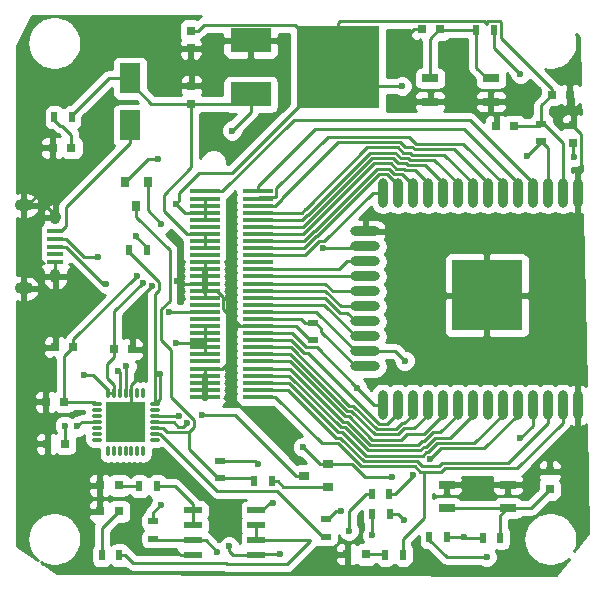
<source format=gtl>
G04 #@! TF.FileFunction,Copper,L1,Top,Signal*
%FSLAX46Y46*%
G04 Gerber Fmt 4.6, Leading zero omitted, Abs format (unit mm)*
G04 Created by KiCad (PCBNEW 4.0.5-e0-6337~49~ubuntu16.04.1) date Tue Feb 21 22:55:49 2017*
%MOMM*%
%LPD*%
G01*
G04 APERTURE LIST*
%ADD10C,0.100000*%
%ADD11R,0.750000X0.800000*%
%ADD12R,0.800000X0.750000*%
%ADD13R,0.800000X0.800000*%
%ADD14R,1.800000X2.500000*%
%ADD15R,1.350000X0.400000*%
%ADD16O,0.950000X1.250000*%
%ADD17O,1.550000X1.000000*%
%ADD18R,2.500000X0.350000*%
%ADD19R,0.800000X0.900000*%
%ADD20R,0.900000X0.800000*%
%ADD21R,0.500000X0.900000*%
%ADD22R,0.900000X0.500000*%
%ADD23R,1.450000X0.700000*%
%ADD24R,3.500000X2.000000*%
%ADD25R,7.000000X7.000000*%
%ADD26R,1.550000X0.600000*%
%ADD27O,0.300000X0.850000*%
%ADD28O,0.850000X0.300000*%
%ADD29R,1.675000X1.675000*%
%ADD30O,0.900000X2.500000*%
%ADD31O,2.500000X0.900000*%
%ADD32R,6.000000X6.000000*%
%ADD33C,0.600000*%
%ADD34C,0.250000*%
%ADD35C,0.254000*%
G04 APERTURE END LIST*
D10*
D11*
X138823700Y-77737400D03*
X138823700Y-76237400D03*
X138760200Y-71576500D03*
X138760200Y-73076500D03*
X171145200Y-81077500D03*
X171145200Y-79577500D03*
D12*
X166116700Y-79616300D03*
X164616700Y-79616300D03*
X132295200Y-98552000D03*
X133795200Y-98552000D03*
X169341100Y-76987400D03*
X170841100Y-76987400D03*
X128105600Y-106540300D03*
X126605600Y-106540300D03*
X128804100Y-98374200D03*
X127304100Y-98374200D03*
X128004000Y-102984300D03*
X126504000Y-102984300D03*
D11*
X169151300Y-110389100D03*
X169151300Y-108889100D03*
D12*
X159842900Y-71462900D03*
X158342900Y-71462900D03*
D13*
X128663700Y-81483200D03*
X127063700Y-81483200D03*
D14*
X133616700Y-75597000D03*
X133616700Y-79597000D03*
D13*
X132676800Y-110070900D03*
X131076800Y-110070900D03*
X132676800Y-112268000D03*
X131076800Y-112268000D03*
D15*
X127308600Y-88565200D03*
X127308600Y-89215200D03*
X127308600Y-89865200D03*
X127308600Y-90515200D03*
X127308600Y-91165200D03*
D16*
X127308600Y-87365200D03*
X127308600Y-92365200D03*
D17*
X124608600Y-86365200D03*
X124608600Y-93365200D03*
D18*
X144439200Y-94178400D03*
X144439200Y-94778400D03*
X144439200Y-95378400D03*
X144439200Y-95978400D03*
X144439200Y-96578400D03*
X144439200Y-97178400D03*
X144439200Y-97778400D03*
X144439200Y-98378400D03*
X144439200Y-98978400D03*
X144439200Y-99578400D03*
X144439200Y-100178400D03*
X144439200Y-100778400D03*
X144439200Y-101378400D03*
X144439200Y-101978400D03*
X144439200Y-102578400D03*
X144439200Y-93578400D03*
X144439200Y-92978400D03*
X144439200Y-92378400D03*
X144439200Y-91778400D03*
X144439200Y-91178400D03*
X144439200Y-90578400D03*
X144439200Y-89978400D03*
X144439200Y-89378400D03*
X144439200Y-88778400D03*
X144439200Y-88178400D03*
X144439200Y-87578400D03*
X144439200Y-86978400D03*
X144439200Y-86378400D03*
X144439200Y-85778400D03*
X144439200Y-85178400D03*
X139939200Y-94178400D03*
X139939200Y-94778400D03*
X139939200Y-95378400D03*
X139939200Y-95978400D03*
X139939200Y-96578400D03*
X139939200Y-97178400D03*
X139939200Y-97778400D03*
X139939200Y-98378400D03*
X139939200Y-98978400D03*
X139939200Y-99578400D03*
X139939200Y-100178400D03*
X139939200Y-100778400D03*
X139939200Y-101978400D03*
X139939200Y-102578400D03*
X139939200Y-101378400D03*
X139939200Y-93578400D03*
X139939200Y-92978400D03*
X139939200Y-91178400D03*
X139939200Y-92378400D03*
X139939200Y-91778400D03*
X139939200Y-90578400D03*
X139939200Y-88178400D03*
X139939200Y-89378400D03*
X139939200Y-89978400D03*
X139939200Y-88778400D03*
X139939200Y-85778400D03*
X139939200Y-86978400D03*
X139939200Y-86378400D03*
X139939200Y-85178400D03*
X139939200Y-87578400D03*
D19*
X135112800Y-84407500D03*
X133212800Y-84407500D03*
X134162800Y-86407500D03*
D20*
X150390100Y-110182700D03*
X150390100Y-108282700D03*
X148390100Y-109232700D03*
D21*
X128702500Y-78905100D03*
X127202500Y-78905100D03*
X135027100Y-90119200D03*
X133527100Y-90119200D03*
X145631600Y-109728000D03*
X144131600Y-109728000D03*
X154139200Y-112522000D03*
X155639200Y-112522000D03*
X154088400Y-110794800D03*
X155588400Y-110794800D03*
D22*
X141249400Y-109474700D03*
X141249400Y-107974700D03*
X150190200Y-114427700D03*
X150190200Y-112927700D03*
D21*
X134416100Y-110147100D03*
X135916100Y-110147100D03*
D22*
X168452800Y-79449800D03*
X168452800Y-80949800D03*
D21*
X131228400Y-115976400D03*
X132728400Y-115976400D03*
D22*
X135585200Y-113080100D03*
X135585200Y-114580100D03*
X149098000Y-97778000D03*
X149098000Y-96278000D03*
D21*
X160465200Y-114452400D03*
X158965200Y-114452400D03*
X163486400Y-114503200D03*
X164986400Y-114503200D03*
X164440300Y-71526400D03*
X162940300Y-71526400D03*
D23*
X165592200Y-109998000D03*
X160442200Y-109998000D03*
X160442200Y-111998000D03*
X165592200Y-111998000D03*
X159032500Y-77593700D03*
X164182500Y-77593700D03*
X164182500Y-75593700D03*
X159032500Y-75593700D03*
D24*
X143831600Y-72376000D03*
X143831600Y-76956000D03*
D25*
X151231600Y-74676000D03*
D26*
X138930400Y-112191800D03*
X138930400Y-113461800D03*
X138930400Y-114731800D03*
X138930400Y-116001800D03*
X144330400Y-116001800D03*
X144330400Y-114731800D03*
X144330400Y-113461800D03*
X144330400Y-112191800D03*
D27*
X134748400Y-102248800D03*
X134248400Y-102248800D03*
X133748400Y-102248800D03*
X133248400Y-102248800D03*
X132748400Y-102248800D03*
X132248400Y-102248800D03*
X131748400Y-102248800D03*
D28*
X130798400Y-103198800D03*
X130798400Y-103698800D03*
X130798400Y-104198800D03*
X130798400Y-104698800D03*
X130798400Y-105198800D03*
X130798400Y-105698800D03*
X130798400Y-106198800D03*
D27*
X131748400Y-107148800D03*
X132248400Y-107148800D03*
X132748400Y-107148800D03*
X133248400Y-107148800D03*
X133748400Y-107148800D03*
X134248400Y-107148800D03*
X134748400Y-107148800D03*
D28*
X135698400Y-106198800D03*
X135698400Y-105698800D03*
X135698400Y-105198800D03*
X135698400Y-104698800D03*
X135698400Y-104198800D03*
X135698400Y-103698800D03*
X135698400Y-103198800D03*
D29*
X132410900Y-105536300D03*
X134085900Y-105536300D03*
X132410900Y-103861300D03*
X134085900Y-103861300D03*
D30*
X171530000Y-103280000D03*
X170260000Y-103280000D03*
X168990000Y-103280000D03*
X167720000Y-103280000D03*
X166450000Y-103280000D03*
X165180000Y-103280000D03*
X163910000Y-103280000D03*
X162640000Y-103280000D03*
X161370000Y-103280000D03*
X160100000Y-103280000D03*
X158830000Y-103280000D03*
X157560000Y-103280000D03*
X156290000Y-103280000D03*
X155020000Y-103280000D03*
D31*
X153530000Y-99995000D03*
X153530000Y-98725000D03*
X153530000Y-97455000D03*
X153530000Y-96185000D03*
X153530000Y-94915000D03*
X153530000Y-93645000D03*
X153530000Y-92375000D03*
X153530000Y-91105000D03*
X153530000Y-89835000D03*
X153530000Y-88565000D03*
D30*
X155020000Y-85280000D03*
X156290000Y-85280000D03*
X157560000Y-85280000D03*
X158830000Y-85280000D03*
X160100000Y-85280000D03*
X161370000Y-85280000D03*
X162640000Y-85280000D03*
X163910000Y-85280000D03*
X165180000Y-85280000D03*
X166450000Y-85280000D03*
X167720000Y-85280000D03*
X168990000Y-85280000D03*
X170260000Y-85280000D03*
X171530000Y-85280000D03*
D32*
X163830000Y-93980000D03*
D13*
X153619100Y-115900200D03*
X152019100Y-115900200D03*
D21*
X155244100Y-115925600D03*
X156744100Y-115925600D03*
D33*
X169532300Y-93154500D03*
X134178045Y-92318660D03*
X142252700Y-80022700D03*
X137553700Y-98018600D03*
X137591800Y-92722700D03*
X135445500Y-93218000D03*
X166255700Y-77101700D03*
X170053000Y-75425300D03*
X163817300Y-116116100D03*
X134701662Y-92923510D03*
X145737191Y-111558590D03*
X156654500Y-76263500D03*
X128092200Y-105003600D03*
X129730500Y-100685600D03*
X137477500Y-86207600D03*
X166674800Y-75234800D03*
X135953500Y-82410300D03*
X171220191Y-82277824D03*
X167271700Y-82181700D03*
X132626100Y-100368100D03*
X130937000Y-90728800D03*
X133323487Y-99976091D03*
X131610100Y-92989400D03*
X136906000Y-95415100D03*
X129171700Y-105079800D03*
X151520990Y-112255499D03*
X156870400Y-99504500D03*
X161925000Y-114427000D03*
X155829000Y-109385100D03*
X148247100Y-106807000D03*
X152831800Y-101791800D03*
X134134248Y-88922248D03*
X136271000Y-87934800D03*
X139725925Y-104081723D03*
X136144000Y-100622100D03*
X146354800Y-115912900D03*
X154101800Y-114300000D03*
X138420010Y-104807856D03*
X141998700Y-115227100D03*
X166674800Y-106070400D03*
X156819600Y-113030000D03*
X152146000Y-113893600D03*
X140970000Y-115671600D03*
X157610799Y-109228901D03*
X159015345Y-107840179D03*
X149936200Y-89979500D03*
X144437100Y-108216700D03*
X137795000Y-104203500D03*
X136220200Y-111721900D03*
D34*
X170192700Y-93992700D02*
X170192700Y-93814900D01*
X170192700Y-93814900D02*
X169532300Y-93154500D01*
X128804100Y-97692605D02*
X134178045Y-92318660D01*
X128804100Y-98374200D02*
X128804100Y-97692605D01*
X142252700Y-80022700D02*
X143831600Y-78443800D01*
X143831600Y-78443800D02*
X143831600Y-76956000D01*
X139939200Y-98378400D02*
X139939200Y-98978400D01*
X139939200Y-97778400D02*
X139939200Y-98378400D01*
X139939200Y-97178400D02*
X139939200Y-96578400D01*
X139939200Y-97778400D02*
X139939200Y-97178400D01*
X137553700Y-98018600D02*
X139699000Y-98018600D01*
X139699000Y-98018600D02*
X139939200Y-97778400D01*
X138823700Y-77737400D02*
X138823700Y-83098198D01*
X136463400Y-85458498D02*
X136463400Y-86802600D01*
X138439200Y-88778400D02*
X139939200Y-88778400D01*
X138823700Y-83098198D02*
X136463400Y-85458498D01*
X136463400Y-86802600D02*
X138439200Y-88778400D01*
X128004000Y-102984300D02*
X128004000Y-99149300D01*
X128004000Y-99149300D02*
X128779100Y-98374200D01*
X128779100Y-98374200D02*
X128804100Y-98374200D01*
X128004000Y-102984300D02*
X130583900Y-102984300D01*
X130583900Y-102984300D02*
X130798400Y-103198800D01*
X139939200Y-89378400D02*
X139939200Y-89978400D01*
X139939200Y-88778400D02*
X139939200Y-89378400D01*
X133616700Y-75597000D02*
X131810600Y-75597000D01*
X131810600Y-75597000D02*
X128702500Y-78705100D01*
X128702500Y-78705100D02*
X128702500Y-78905100D01*
X138823700Y-77737400D02*
X135407100Y-77737400D01*
X135407100Y-77737400D02*
X133616700Y-75947000D01*
X133616700Y-75947000D02*
X133616700Y-75597000D01*
X138823700Y-77737400D02*
X143050200Y-77737400D01*
X143050200Y-77737400D02*
X143831600Y-76956000D01*
X139939200Y-91778400D02*
X139939200Y-91178400D01*
X139939200Y-92978400D02*
X137847500Y-92978400D01*
X137847500Y-92978400D02*
X137591800Y-92722700D01*
X133795200Y-94868300D02*
X135445500Y-93218000D01*
X133795200Y-98552000D02*
X133795200Y-94868300D01*
X142939200Y-96578400D02*
X142207700Y-95846900D01*
X142207700Y-95846900D02*
X141514201Y-95153401D01*
X139939200Y-100178400D02*
X141439200Y-100178400D01*
X141439200Y-100178400D02*
X142207700Y-99409900D01*
X142207700Y-99409900D02*
X142207700Y-95846900D01*
X139939200Y-100778400D02*
X139939200Y-100178400D01*
X144439200Y-96578400D02*
X142939200Y-96578400D01*
X141514201Y-95153401D02*
X141514201Y-94078401D01*
X141514201Y-94078401D02*
X141014200Y-93578400D01*
X141014200Y-93578400D02*
X139939200Y-93578400D01*
X139939200Y-94178400D02*
X139939200Y-93578400D01*
X137499000Y-115595400D02*
X136448800Y-115595400D01*
X138930400Y-116001800D02*
X137905400Y-116001800D01*
X137905400Y-116001800D02*
X137499000Y-115595400D01*
X156883100Y-72720200D02*
X156972000Y-72872600D01*
X156883100Y-72783700D02*
X156972000Y-72872600D01*
X156883100Y-72272700D02*
X156883100Y-72720200D01*
X158342900Y-71462900D02*
X157692900Y-71462900D01*
X157692900Y-71462900D02*
X156883100Y-72272700D01*
X164182500Y-77593700D02*
X165763700Y-77593700D01*
X165763700Y-77593700D02*
X166255700Y-77101700D01*
X170841100Y-76987400D02*
X170841100Y-76213400D01*
X170841100Y-76213400D02*
X170053000Y-75425300D01*
X134569200Y-100753000D02*
X133748400Y-101573800D01*
X133748400Y-101573800D02*
X133748400Y-102248800D01*
X133748400Y-102248800D02*
X133748400Y-103523800D01*
X133748400Y-103523800D02*
X134085900Y-103861300D01*
X127308600Y-92365200D02*
X127308600Y-91165200D01*
X127308600Y-92365200D02*
X124858600Y-92365200D01*
X124858600Y-92365200D02*
X124608600Y-92615200D01*
X124608600Y-92615200D02*
X124608600Y-93365200D01*
X124608600Y-86365200D02*
X126458600Y-86365200D01*
X126458600Y-86365200D02*
X127308600Y-87215200D01*
X127308600Y-87215200D02*
X127308600Y-87365200D01*
X127063700Y-81483200D02*
X127063700Y-84185100D01*
X127063700Y-84185100D02*
X124883600Y-86365200D01*
X124883600Y-86365200D02*
X124608600Y-86365200D01*
X149098000Y-97778000D02*
X148898000Y-97778000D01*
X148898000Y-97778000D02*
X147698400Y-96578400D01*
X147698400Y-96578400D02*
X144439200Y-96578400D01*
X171145200Y-79577500D02*
X171145200Y-77291500D01*
X171145200Y-77291500D02*
X170841100Y-76987400D01*
X171530000Y-85280000D02*
X171530000Y-83780000D01*
X171845201Y-80302501D02*
X171145200Y-79602500D01*
X171530000Y-83780000D02*
X171845201Y-83464799D01*
X171145200Y-79602500D02*
X171145200Y-79577500D01*
X171845201Y-83464799D02*
X171845201Y-80302501D01*
X158965200Y-114452400D02*
X158965200Y-114652400D01*
X158965200Y-114652400D02*
X160428900Y-116116100D01*
X160428900Y-116116100D02*
X163817300Y-116116100D01*
X132295200Y-98552000D02*
X132295200Y-95329972D01*
X132295200Y-95329972D02*
X134701662Y-92923510D01*
X169341100Y-76987400D02*
X169341100Y-76478700D01*
X169341100Y-76478700D02*
X165015301Y-72152901D01*
X165015301Y-72152901D02*
X165015301Y-70816399D01*
X163865299Y-71002899D02*
X163613799Y-70751399D01*
X163613799Y-70751399D02*
X151406201Y-70751399D01*
X165015301Y-70816399D02*
X164950301Y-70751399D01*
X163865299Y-70816399D02*
X163865299Y-71002899D01*
X151231600Y-70926000D02*
X151231600Y-74676000D01*
X164950301Y-70751399D02*
X163930299Y-70751399D01*
X151406201Y-70751399D02*
X151231600Y-70926000D01*
X163930299Y-70751399D02*
X163865299Y-70816399D01*
X144805400Y-112191800D02*
X145438610Y-111558590D01*
X144330400Y-112191800D02*
X144805400Y-112191800D01*
X145438610Y-111558590D02*
X145737191Y-111558590D01*
X142254199Y-83653401D02*
X151231600Y-74676000D01*
X137477500Y-86207600D02*
X137777499Y-85907601D01*
X137777499Y-85907601D02*
X137777499Y-85330099D01*
X139454197Y-83653401D02*
X142254199Y-83653401D01*
X137777499Y-85330099D02*
X139454197Y-83653401D01*
X166116700Y-79616300D02*
X168286300Y-79616300D01*
X168286300Y-79616300D02*
X168452800Y-79449800D01*
X156654500Y-76263500D02*
X152819100Y-76263500D01*
X152819100Y-76263500D02*
X151231600Y-74676000D01*
X128092200Y-105003600D02*
X128092200Y-106526900D01*
X128092200Y-106526900D02*
X128105600Y-106540300D01*
X131748400Y-102248800D02*
X131748400Y-101973800D01*
X131748400Y-101973800D02*
X130460200Y-100685600D01*
X130460200Y-100685600D02*
X129730500Y-100685600D01*
X131645200Y-100970600D02*
X132248400Y-101573800D01*
X132295200Y-98552000D02*
X132295200Y-99177000D01*
X132295200Y-99177000D02*
X131645200Y-99827000D01*
X131645200Y-99827000D02*
X131645200Y-100970600D01*
X132248400Y-101573800D02*
X132248400Y-102248800D01*
X138248300Y-86978400D02*
X137477500Y-86207600D01*
X139939200Y-86978400D02*
X138248300Y-86978400D01*
X139939200Y-86378400D02*
X139939200Y-85778400D01*
X139939200Y-86978400D02*
X139939200Y-86378400D01*
X139939200Y-86978400D02*
X139939200Y-87578400D01*
X132248400Y-102248800D02*
X131748400Y-102248800D01*
X138760200Y-71576500D02*
X139385200Y-71576500D01*
X139385200Y-71576500D02*
X139910701Y-71050999D01*
X139910701Y-71050999D02*
X147606599Y-71050999D01*
X147606599Y-71050999D02*
X151231600Y-74676000D01*
X168452800Y-79449800D02*
X168452800Y-77850700D01*
X168452800Y-77850700D02*
X169316100Y-76987400D01*
X169316100Y-76987400D02*
X169341100Y-76987400D01*
X170260000Y-85280000D02*
X170260000Y-81057000D01*
X170260000Y-81057000D02*
X168652800Y-79449800D01*
X168652800Y-79449800D02*
X168452800Y-79449800D01*
X164440300Y-73000300D02*
X166674800Y-75234800D01*
X164440300Y-71526400D02*
X164440300Y-73000300D01*
X133212800Y-84407500D02*
X133212800Y-84357500D01*
X133212800Y-84357500D02*
X135160000Y-82410300D01*
X135160000Y-82410300D02*
X135953500Y-82410300D01*
X171145200Y-82202833D02*
X171220191Y-82277824D01*
X171145200Y-81077500D02*
X171145200Y-82202833D01*
X168452800Y-80949800D02*
X168452800Y-81000600D01*
X168452800Y-81000600D02*
X167271700Y-82181700D01*
X168990000Y-85280000D02*
X168990000Y-81487000D01*
X168990000Y-81487000D02*
X168452800Y-80949800D01*
X160442200Y-111998000D02*
X165592200Y-111998000D01*
X165592200Y-111998000D02*
X167567400Y-111998000D01*
X167567400Y-111998000D02*
X169151300Y-110414100D01*
X169151300Y-110414100D02*
X169151300Y-110389100D01*
X164986400Y-114503200D02*
X164986400Y-112603800D01*
X164986400Y-112603800D02*
X165592200Y-111998000D01*
X162940300Y-71526400D02*
X159906400Y-71526400D01*
X159906400Y-71526400D02*
X159842900Y-71462900D01*
X162940300Y-71526400D02*
X162940300Y-74726500D01*
X162940300Y-74726500D02*
X163807500Y-75593700D01*
X163807500Y-75593700D02*
X164182500Y-75593700D01*
X159032500Y-75593700D02*
X159032500Y-72248300D01*
X159032500Y-72248300D02*
X159817900Y-71462900D01*
X159817900Y-71462900D02*
X159842900Y-71462900D01*
X128663700Y-81483200D02*
X128663700Y-80366300D01*
X128663700Y-80366300D02*
X127902500Y-79605100D01*
X127902500Y-79605100D02*
X127702500Y-79605100D01*
X127702500Y-79605100D02*
X127202500Y-79105100D01*
X127202500Y-79105100D02*
X127202500Y-78905100D01*
X127308600Y-88565200D02*
X127783600Y-88565200D01*
X127783600Y-88565200D02*
X128233600Y-88115200D01*
X128233600Y-88115200D02*
X128233600Y-86480100D01*
X128233600Y-86480100D02*
X133616700Y-81097000D01*
X133616700Y-81097000D02*
X133616700Y-79597000D01*
X134416100Y-110147100D02*
X132753000Y-110147100D01*
X132753000Y-110147100D02*
X132676800Y-110070900D01*
X131228400Y-115976400D02*
X131228400Y-113716400D01*
X131228400Y-113716400D02*
X132676800Y-112268000D01*
X132626100Y-100368100D02*
X132748400Y-100490400D01*
X132748400Y-100490400D02*
X132748400Y-102248800D01*
X127308600Y-89215200D02*
X128233600Y-89215200D01*
X129747200Y-90728800D02*
X130937000Y-90728800D01*
X128233600Y-89215200D02*
X129747200Y-90728800D01*
X133323487Y-100989415D02*
X133323487Y-99976091D01*
X133248400Y-101064502D02*
X133323487Y-100989415D01*
X133248400Y-102248800D02*
X133248400Y-101064502D01*
X127308600Y-89865200D02*
X128233600Y-89865200D01*
X128233600Y-89865200D02*
X131357800Y-92989400D01*
X131357800Y-92989400D02*
X131610100Y-92989400D01*
X153530000Y-91105000D02*
X152030000Y-91105000D01*
X152030000Y-91105000D02*
X151356600Y-91778400D01*
X151356600Y-91778400D02*
X144439200Y-91778400D01*
X150089811Y-94178400D02*
X144439200Y-94178400D01*
X152030000Y-95485000D02*
X151396411Y-95485000D01*
X153530000Y-96185000D02*
X152730000Y-96185000D01*
X152730000Y-96185000D02*
X152030000Y-95485000D01*
X151396411Y-95485000D02*
X150089811Y-94178400D01*
X136906000Y-95415100D02*
X139902500Y-95415100D01*
X139902500Y-95415100D02*
X139939200Y-95378400D01*
X130798400Y-104698800D02*
X129552700Y-104698800D01*
X129552700Y-104698800D02*
X129171700Y-105079800D01*
X153530000Y-97455000D02*
X152730000Y-97455000D01*
X152730000Y-97455000D02*
X150053400Y-94778400D01*
X150053400Y-94778400D02*
X144439200Y-94778400D01*
X161853000Y-81153000D02*
X165180000Y-84480000D01*
X157279408Y-80554913D02*
X157877495Y-81153000D01*
X165180000Y-84480000D02*
X165180000Y-85280000D01*
X157877495Y-81153000D02*
X161853000Y-81153000D01*
X150381887Y-80554913D02*
X157279408Y-80554913D01*
X146014201Y-84922599D02*
X150381887Y-80554913D01*
X144439200Y-85778400D02*
X144539199Y-85678401D01*
X144539199Y-85678401D02*
X145949201Y-85678401D01*
X145949201Y-85678401D02*
X146014201Y-85613401D01*
X146014201Y-85613401D02*
X146014201Y-84922599D01*
X141439200Y-85178400D02*
X139939200Y-85178400D01*
X162373700Y-79133700D02*
X147483900Y-79133700D01*
X167720000Y-84480000D02*
X162373700Y-79133700D01*
X167720000Y-85280000D02*
X167720000Y-84480000D01*
X147483900Y-79133700D02*
X141439200Y-85178400D01*
X163910000Y-84480000D02*
X163910000Y-85280000D01*
X157691095Y-81603011D02*
X161033011Y-81603011D01*
X145939200Y-86378400D02*
X146464212Y-85853388D01*
X156459419Y-81004924D02*
X156909430Y-81454935D01*
X157543019Y-81454935D02*
X157691095Y-81603011D01*
X156909430Y-81454935D02*
X157543019Y-81454935D01*
X151222678Y-81004924D02*
X156459419Y-81004924D01*
X146464212Y-85853388D02*
X146464212Y-85763390D01*
X144439200Y-86378400D02*
X145939200Y-86378400D01*
X161033011Y-81603011D02*
X163910000Y-84480000D01*
X146464212Y-85763390D02*
X151222678Y-81004924D01*
X144439200Y-85178400D02*
X144439200Y-84753400D01*
X144439200Y-84753400D02*
X149296900Y-79895700D01*
X149296900Y-79895700D02*
X161865700Y-79895700D01*
X161865700Y-79895700D02*
X166450000Y-84480000D01*
X166450000Y-84480000D02*
X166450000Y-85280000D01*
X153530000Y-92375000D02*
X144442600Y-92375000D01*
X144442600Y-92375000D02*
X144439200Y-92378400D01*
X150162633Y-92978400D02*
X144439200Y-92978400D01*
X150829233Y-93645000D02*
X150162633Y-92978400D01*
X153530000Y-93645000D02*
X150829233Y-93645000D01*
X150126222Y-93578400D02*
X144439200Y-93578400D01*
X151462822Y-94915000D02*
X150126222Y-93578400D01*
X153530000Y-94915000D02*
X151462822Y-94915000D01*
X151062401Y-112255499D02*
X151520990Y-112255499D01*
X150390200Y-112927700D02*
X151062401Y-112255499D01*
X150190200Y-112927700D02*
X150390200Y-112927700D01*
X153530000Y-98725000D02*
X156090900Y-98725000D01*
X156090900Y-98725000D02*
X156870400Y-99504500D01*
X153530000Y-98725000D02*
X152730000Y-98725000D01*
X149383400Y-95378400D02*
X144439200Y-95378400D01*
X152730000Y-98725000D02*
X149383400Y-95378400D01*
X149098000Y-96278000D02*
X148398000Y-96278000D01*
X148398000Y-96278000D02*
X148098400Y-95978400D01*
X148098400Y-95978400D02*
X144439200Y-95978400D01*
X153530000Y-99995000D02*
X152730000Y-99995000D01*
X152730000Y-99995000D02*
X149798000Y-97063000D01*
X149798000Y-97063000D02*
X149798000Y-96778000D01*
X149798000Y-96778000D02*
X149298000Y-96278000D01*
X149298000Y-96278000D02*
X149098000Y-96278000D01*
X152534285Y-103326723D02*
X154512575Y-105305013D01*
X144439200Y-98378400D02*
X147242350Y-98378400D01*
X156161016Y-105305013D02*
X156686029Y-104780000D01*
X156860000Y-104780000D02*
X157560000Y-104080000D01*
X156686029Y-104780000D02*
X156860000Y-104780000D01*
X157560000Y-104080000D02*
X157560000Y-103280000D01*
X154512575Y-105305013D02*
X156161016Y-105305013D01*
X147242350Y-98378400D02*
X152190673Y-103326723D01*
X152190673Y-103326723D02*
X152534285Y-103326723D01*
X154155198Y-85280000D02*
X155020000Y-85280000D01*
X150080699Y-89354499D02*
X154155198Y-85280000D01*
X149636199Y-89354499D02*
X150080699Y-89354499D01*
X148412298Y-90578400D02*
X149636199Y-89354499D01*
X144439200Y-90578400D02*
X148412298Y-90578400D01*
X156533816Y-106205035D02*
X157046095Y-105692756D01*
X144439200Y-99578400D02*
X147169528Y-99578400D01*
X157046095Y-105692756D02*
X158487244Y-105692756D01*
X152161485Y-104226745D02*
X154139775Y-106205035D01*
X151817873Y-104226745D02*
X152161485Y-104226745D01*
X158487244Y-105692756D02*
X160100000Y-104080000D01*
X160100000Y-104080000D02*
X160100000Y-103280000D01*
X147169528Y-99578400D02*
X151817873Y-104226745D01*
X154139775Y-106205035D02*
X156533816Y-106205035D01*
X156290000Y-84653971D02*
X156290000Y-85280000D01*
X149443467Y-88942588D02*
X154681065Y-83704990D01*
X149386299Y-88942588D02*
X149443467Y-88942588D01*
X144439200Y-89978400D02*
X148350487Y-89978400D01*
X154681065Y-83704990D02*
X155341019Y-83704990D01*
X155341019Y-83704990D02*
X156290000Y-84653971D01*
X148350487Y-89978400D02*
X149386299Y-88942588D01*
X155341019Y-104855010D02*
X154698981Y-104855010D01*
X156290000Y-103280000D02*
X156290000Y-103906029D01*
X156290000Y-103906029D02*
X155341019Y-104855010D01*
X148667706Y-98823735D02*
X148324095Y-98823735D01*
X148324095Y-98823735D02*
X147278760Y-97778400D01*
X147278760Y-97778400D02*
X144439200Y-97778400D01*
X154698981Y-104855010D02*
X148667706Y-98823735D01*
X148314076Y-89378400D02*
X149199899Y-88492577D01*
X149257067Y-88492577D02*
X154494665Y-83254979D01*
X144439200Y-89378400D02*
X148314076Y-89378400D01*
X157560000Y-84653971D02*
X157560000Y-85280000D01*
X155977430Y-83704990D02*
X156611019Y-83704990D01*
X154494665Y-83254979D02*
X155527419Y-83254979D01*
X156611019Y-83704990D02*
X157560000Y-84653971D01*
X149199899Y-88492577D02*
X149257067Y-88492577D01*
X155527419Y-83254979D02*
X155977430Y-83704990D01*
X163486400Y-114503200D02*
X162001200Y-114503200D01*
X162001200Y-114503200D02*
X161925000Y-114427000D01*
X161925000Y-114427000D02*
X160490600Y-114427000D01*
X160490600Y-114427000D02*
X160465200Y-114452400D01*
X153501377Y-109385100D02*
X155829000Y-109385100D01*
X150390100Y-108282700D02*
X152398977Y-108282700D01*
X152398977Y-108282700D02*
X153501377Y-109385100D01*
X148247100Y-106807000D02*
X149722800Y-108282700D01*
X149722800Y-108282700D02*
X150390100Y-108282700D01*
X152831800Y-101791800D02*
X149413725Y-98373725D01*
X155020000Y-103280000D02*
X154320000Y-103280000D01*
X154320000Y-103280000D02*
X152831800Y-101791800D01*
X147315171Y-97178400D02*
X144439200Y-97178400D01*
X148510496Y-98373725D02*
X147315171Y-97178400D01*
X149413725Y-98373725D02*
X148510496Y-98373725D01*
X156797419Y-83254979D02*
X156945495Y-83403055D01*
X157753055Y-83403055D02*
X158830000Y-84480000D01*
X156945495Y-83403055D02*
X157753055Y-83403055D01*
X149013499Y-88042566D02*
X149070666Y-88042566D01*
X149070666Y-88042566D02*
X154308265Y-82804968D01*
X155713819Y-82804968D02*
X156163830Y-83254979D01*
X156163830Y-83254979D02*
X156797419Y-83254979D01*
X148277666Y-88778400D02*
X149013499Y-88042566D01*
X154308265Y-82804968D02*
X155713819Y-82804968D01*
X158830000Y-84480000D02*
X158830000Y-85280000D01*
X144439200Y-88778400D02*
X148277666Y-88778400D01*
X151631472Y-104676756D02*
X147133115Y-100178400D01*
X153953375Y-106655046D02*
X151975085Y-104676756D01*
X159262453Y-105573045D02*
X158507643Y-106327855D01*
X158015353Y-106655046D02*
X153953375Y-106655046D01*
X147133115Y-100178400D02*
X144439200Y-100178400D01*
X161370000Y-103280000D02*
X161370000Y-104080000D01*
X151975085Y-104676756D02*
X151631472Y-104676756D01*
X158342543Y-106327855D02*
X158015353Y-106655046D01*
X159876955Y-105573045D02*
X159262453Y-105573045D01*
X161370000Y-104080000D02*
X159876955Y-105573045D01*
X158507643Y-106327855D02*
X158342543Y-106327855D01*
X160100000Y-84480000D02*
X160100000Y-85280000D01*
X157131895Y-82953044D02*
X158573044Y-82953044D01*
X156350230Y-82804968D02*
X156983819Y-82804968D01*
X155900219Y-82354957D02*
X156350230Y-82804968D01*
X154121865Y-82354957D02*
X155900219Y-82354957D01*
X148241254Y-88178400D02*
X148827099Y-87592555D01*
X148827099Y-87592555D02*
X148884267Y-87592555D01*
X158573044Y-82953044D02*
X160100000Y-84480000D01*
X144439200Y-88178400D02*
X148241254Y-88178400D01*
X156983819Y-82804968D02*
X157131895Y-82953044D01*
X148884267Y-87592555D02*
X154121865Y-82354957D01*
X158694043Y-106777866D02*
X159448853Y-106023056D01*
X147096706Y-100778400D02*
X151445073Y-105126767D01*
X158201752Y-107105057D02*
X158528943Y-106777866D01*
X144439200Y-100778400D02*
X147096706Y-100778400D01*
X153766975Y-107105057D02*
X158201752Y-107105057D01*
X160696944Y-106023056D02*
X162640000Y-104080000D01*
X162640000Y-104080000D02*
X162640000Y-103280000D01*
X151788685Y-105126767D02*
X153766975Y-107105057D01*
X158528943Y-106777866D02*
X158694043Y-106777866D01*
X151445073Y-105126767D02*
X151788685Y-105126767D01*
X159448853Y-106023056D02*
X160696944Y-106023056D01*
X147060294Y-101378400D02*
X144439200Y-101378400D01*
X158390343Y-107555068D02*
X153580577Y-107555068D01*
X158717534Y-107227877D02*
X158390343Y-107555068D01*
X158880443Y-107227877D02*
X158717534Y-107227877D01*
X162786933Y-106473067D02*
X159635253Y-106473067D01*
X153580577Y-107555068D02*
X151602287Y-105576778D01*
X165180000Y-104080000D02*
X162786933Y-106473067D01*
X151258671Y-105576778D02*
X147060294Y-101378400D01*
X165180000Y-103280000D02*
X165180000Y-104080000D01*
X159635253Y-106473067D02*
X158880443Y-107227877D01*
X151602287Y-105576778D02*
X151258671Y-105576778D01*
X148454299Y-86692533D02*
X148487478Y-86692533D01*
X162640000Y-84480000D02*
X162640000Y-85280000D01*
X148168432Y-86978400D02*
X148454299Y-86692533D01*
X156273019Y-81454935D02*
X156723030Y-81904946D01*
X160213022Y-82053022D02*
X162640000Y-84480000D01*
X157504695Y-82053022D02*
X160213022Y-82053022D01*
X156723030Y-81904946D02*
X157356619Y-81904946D01*
X153725076Y-81454935D02*
X156273019Y-81454935D01*
X148487478Y-86692533D02*
X153725076Y-81454935D01*
X144439200Y-86978400D02*
X148168432Y-86978400D01*
X157356619Y-81904946D02*
X157504695Y-82053022D01*
X148640699Y-87142544D02*
X148697866Y-87142544D01*
X156536630Y-82354957D02*
X157170219Y-82354957D01*
X148204844Y-87578400D02*
X148640699Y-87142544D01*
X156086619Y-81904946D02*
X156536630Y-82354957D01*
X161370000Y-84480000D02*
X161370000Y-85280000D01*
X157318295Y-82503033D02*
X159393033Y-82503033D01*
X157170219Y-82354957D02*
X157318295Y-82503033D01*
X144439200Y-87578400D02*
X148204844Y-87578400D01*
X148697866Y-87142544D02*
X153935465Y-81904946D01*
X153935465Y-81904946D02*
X156086619Y-81904946D01*
X159393033Y-82503033D02*
X161370000Y-84480000D01*
X156347416Y-105755024D02*
X154326175Y-105755024D01*
X147205939Y-98978400D02*
X144439200Y-98978400D01*
X158830000Y-104080000D02*
X157667255Y-105242745D01*
X158830000Y-103280000D02*
X158830000Y-104080000D01*
X157667255Y-105242745D02*
X156859695Y-105242745D01*
X152004273Y-103776734D02*
X147205939Y-98978400D01*
X152347885Y-103776734D02*
X152004273Y-103776734D01*
X154326175Y-105755024D02*
X152347885Y-103776734D01*
X156859695Y-105242745D02*
X156347416Y-105755024D01*
X158830000Y-103280000D02*
X158830000Y-102480000D01*
X158196700Y-108915200D02*
X158521400Y-108915200D01*
X158521400Y-108915200D02*
X159968515Y-108915200D01*
X156744100Y-115925600D02*
X156744100Y-114580012D01*
X156744100Y-114580012D02*
X158521400Y-112802712D01*
X158521400Y-112802712D02*
X158521400Y-108915200D01*
X144439200Y-102578400D02*
X145939200Y-102578400D01*
X153207785Y-108455098D02*
X157736598Y-108455098D01*
X160260615Y-108623100D02*
X166416900Y-108623100D01*
X151229487Y-106476800D02*
X153207785Y-108455098D01*
X145939200Y-102578400D02*
X149837600Y-106476800D01*
X170260000Y-104780000D02*
X170260000Y-103280000D01*
X157736598Y-108455098D02*
X158196700Y-108915200D01*
X166416900Y-108623100D02*
X170260000Y-104780000D01*
X149837600Y-106476800D02*
X151229487Y-106476800D01*
X159968515Y-108915200D02*
X160260615Y-108623100D01*
X168990000Y-104780000D02*
X168990000Y-103280000D01*
X165596911Y-108173089D02*
X168990000Y-104780000D01*
X160074215Y-108173089D02*
X165596911Y-108173089D01*
X158383099Y-108465189D02*
X159782115Y-108465189D01*
X151049699Y-106026789D02*
X151415887Y-106026789D01*
X159782115Y-108465189D02*
X160074215Y-108173089D01*
X147001311Y-101978400D02*
X151049699Y-106026789D01*
X153394177Y-108005079D02*
X157922989Y-108005079D01*
X157922989Y-108005079D02*
X158383099Y-108465189D01*
X151415887Y-106026789D02*
X153394177Y-108005079D01*
X144439200Y-101978400D02*
X147001311Y-101978400D01*
X134134248Y-89026348D02*
X134134248Y-88922248D01*
X135027100Y-89919200D02*
X134134248Y-89026348D01*
X135027100Y-90119200D02*
X135027100Y-89919200D01*
X135112800Y-86776600D02*
X136271000Y-87934800D01*
X135112800Y-84407500D02*
X135112800Y-86776600D01*
X139045012Y-105107858D02*
X138587768Y-105565102D01*
X139045012Y-104507854D02*
X139045012Y-105107858D01*
X136280999Y-97785201D02*
X137083800Y-98588002D01*
X136280999Y-95115099D02*
X136280999Y-97785201D01*
X136966798Y-94429300D02*
X136280999Y-95115099D01*
X134162800Y-87364711D02*
X136966798Y-90168709D01*
X134162800Y-86407500D02*
X134162800Y-87364711D01*
X137083800Y-102546642D02*
X139045012Y-104507854D01*
X136966798Y-90168709D02*
X136966798Y-94429300D01*
X137083800Y-98588002D02*
X137083800Y-102546642D01*
X141249400Y-109474700D02*
X141049400Y-109474700D01*
X141049400Y-109474700D02*
X138587768Y-107013068D01*
X138587768Y-107013068D02*
X138587768Y-105565102D01*
X136373400Y-105198800D02*
X135698400Y-105198800D01*
X136739702Y-105565102D02*
X136373400Y-105198800D01*
X138587768Y-105565102D02*
X136739702Y-105565102D01*
X141249400Y-109474700D02*
X143878300Y-109474700D01*
X143878300Y-109474700D02*
X144131600Y-109728000D01*
X145631600Y-109728000D02*
X146131600Y-109728000D01*
X146131600Y-109728000D02*
X146586300Y-110182700D01*
X146586300Y-110182700D02*
X150390100Y-110182700D01*
X136070502Y-92862602D02*
X133527100Y-90319200D01*
X135698400Y-93890104D02*
X136070502Y-93518002D01*
X133527100Y-90319200D02*
X133527100Y-90119200D01*
X135698400Y-103198800D02*
X135698400Y-93890104D01*
X136070502Y-93518002D02*
X136070502Y-92862602D01*
X148390100Y-109232700D02*
X147690100Y-109232700D01*
X142539123Y-104081723D02*
X139725925Y-104081723D01*
X147690100Y-109232700D02*
X142539123Y-104081723D01*
X136144000Y-100622100D02*
X136144000Y-102753200D01*
X136144000Y-102753200D02*
X135698400Y-103198800D01*
X146354800Y-115912900D02*
X144419300Y-115912900D01*
X144419300Y-115912900D02*
X144330400Y-116001800D01*
X154139200Y-112522000D02*
X154139200Y-114262600D01*
X154139200Y-114262600D02*
X154101800Y-114300000D01*
X137723553Y-105107855D02*
X138120011Y-105107855D01*
X135698400Y-104698800D02*
X137314498Y-104698800D01*
X137314498Y-104698800D02*
X137723553Y-105107855D01*
X138120011Y-105107855D02*
X138420010Y-104807856D01*
X141998700Y-115227100D02*
X141998700Y-115651364D01*
X141998700Y-115651364D02*
X142349136Y-116001800D01*
X142349136Y-116001800D02*
X144330400Y-116001800D01*
X166674800Y-106070400D02*
X167720000Y-105025200D01*
X167720000Y-105025200D02*
X167720000Y-103280000D01*
X155639200Y-112522000D02*
X156311600Y-112522000D01*
X156311600Y-112522000D02*
X156819600Y-113030000D01*
X167720000Y-103280000D02*
X167720000Y-104080000D01*
X152146000Y-113893600D02*
X152146000Y-112242600D01*
X152146000Y-112242600D02*
X153593800Y-110794800D01*
X153593800Y-110794800D02*
X154088400Y-110794800D01*
X138930400Y-114731800D02*
X140030200Y-114731800D01*
X140030200Y-114731800D02*
X140970000Y-115671600D01*
X138930400Y-114731800D02*
X135736900Y-114731800D01*
X135736900Y-114731800D02*
X135585200Y-114580100D01*
X157610799Y-109272401D02*
X157610799Y-109228901D01*
X155588400Y-110794800D02*
X156088400Y-110794800D01*
X156088400Y-110794800D02*
X157610799Y-109272401D01*
X163606922Y-106923078D02*
X159932446Y-106923078D01*
X166450000Y-104080000D02*
X163606922Y-106923078D01*
X166450000Y-103280000D02*
X166450000Y-104080000D01*
X159932446Y-106923078D02*
X159015345Y-107840179D01*
X149936200Y-89979500D02*
X153385500Y-89979500D01*
X153385500Y-89979500D02*
X153530000Y-89835000D01*
X141249400Y-107974700D02*
X144195100Y-107974700D01*
X144195100Y-107974700D02*
X144437100Y-108216700D01*
X146065501Y-110503001D02*
X140992699Y-110503001D01*
X149990200Y-114427700D02*
X146065501Y-110503001D01*
X140992699Y-110503001D02*
X136188498Y-105698800D01*
X150190200Y-114427700D02*
X149990200Y-114427700D01*
X136188498Y-105698800D02*
X135698400Y-105698800D01*
X138930400Y-112191800D02*
X138930400Y-113461800D01*
X135916100Y-110147100D02*
X137435700Y-110147100D01*
X137435700Y-110147100D02*
X138930400Y-111641800D01*
X138930400Y-111641800D02*
X138930400Y-112191800D01*
X144330400Y-114731800D02*
X148856700Y-114731800D01*
X148856700Y-114731800D02*
X148882100Y-114757200D01*
X148882100Y-114757200D02*
X146888200Y-116751100D01*
X133878801Y-116626801D02*
X133228400Y-115976400D01*
X146888200Y-116751100D02*
X141873796Y-116751100D01*
X141873796Y-116751100D02*
X141749497Y-116626801D01*
X141749497Y-116626801D02*
X133878801Y-116626801D01*
X133228400Y-115976400D02*
X132728400Y-115976400D01*
X144330400Y-113461800D02*
X144330400Y-114731800D01*
X137795000Y-104203500D02*
X135703100Y-104203500D01*
X135703100Y-104203500D02*
X135698400Y-104198800D01*
X135585200Y-113080100D02*
X135585200Y-112356900D01*
X135585200Y-112356900D02*
X136220200Y-111721900D01*
X153619100Y-115900200D02*
X155218700Y-115900200D01*
X155218700Y-115900200D02*
X155244100Y-115925600D01*
D35*
G36*
X139609947Y-70355476D02*
X139373300Y-70513598D01*
X139320345Y-70566553D01*
X139135200Y-70529060D01*
X138385200Y-70529060D01*
X138149883Y-70573338D01*
X137933759Y-70712410D01*
X137788769Y-70924610D01*
X137737760Y-71176500D01*
X137737760Y-71976500D01*
X137782038Y-72211817D01*
X137848529Y-72315146D01*
X137846873Y-72316802D01*
X137750200Y-72550191D01*
X137750200Y-72790750D01*
X137908950Y-72949500D01*
X138633200Y-72949500D01*
X138633200Y-72929500D01*
X138887200Y-72929500D01*
X138887200Y-72949500D01*
X139611450Y-72949500D01*
X139770200Y-72790750D01*
X139770200Y-72661750D01*
X141446600Y-72661750D01*
X141446600Y-73502309D01*
X141543273Y-73735698D01*
X141721901Y-73914327D01*
X141955290Y-74011000D01*
X143545850Y-74011000D01*
X143704600Y-73852250D01*
X143704600Y-72503000D01*
X143958600Y-72503000D01*
X143958600Y-73852250D01*
X144117350Y-74011000D01*
X145707910Y-74011000D01*
X145941299Y-73914327D01*
X146119927Y-73735698D01*
X146216600Y-73502309D01*
X146216600Y-72661750D01*
X146057850Y-72503000D01*
X143958600Y-72503000D01*
X143704600Y-72503000D01*
X141605350Y-72503000D01*
X141446600Y-72661750D01*
X139770200Y-72661750D01*
X139770200Y-72550191D01*
X139673527Y-72316802D01*
X139672157Y-72315432D01*
X139715145Y-72252518D01*
X139922601Y-72113901D01*
X140225503Y-71810999D01*
X141446600Y-71810999D01*
X141446600Y-72090250D01*
X141605350Y-72249000D01*
X143704600Y-72249000D01*
X143704600Y-72229000D01*
X143958600Y-72229000D01*
X143958600Y-72249000D01*
X146057850Y-72249000D01*
X146216600Y-72090250D01*
X146216600Y-71810999D01*
X147084160Y-71810999D01*
X147084160Y-77748638D01*
X141939397Y-82893401D01*
X141874100Y-82893401D01*
X141874406Y-82543723D01*
X141694380Y-82108028D01*
X141361325Y-81774391D01*
X140925945Y-81593606D01*
X140454523Y-81593194D01*
X140018828Y-81773220D01*
X139685191Y-82106275D01*
X139583700Y-82350693D01*
X139583700Y-78644244D01*
X139650141Y-78601490D01*
X139721263Y-78497400D01*
X141749169Y-78497400D01*
X141829710Y-78552431D01*
X142081600Y-78603440D01*
X142597158Y-78603440D01*
X142113020Y-79087578D01*
X142067533Y-79087538D01*
X141723757Y-79229583D01*
X141460508Y-79492373D01*
X141317862Y-79835901D01*
X141317538Y-80207867D01*
X141459583Y-80551643D01*
X141722373Y-80814892D01*
X142065901Y-80957538D01*
X142437867Y-80957862D01*
X142781643Y-80815817D01*
X143044892Y-80553027D01*
X143187538Y-80209499D01*
X143187579Y-80162623D01*
X144369001Y-78981201D01*
X144533748Y-78734639D01*
X144559845Y-78603440D01*
X145581600Y-78603440D01*
X145816917Y-78559162D01*
X146033041Y-78420090D01*
X146178031Y-78207890D01*
X146229040Y-77956000D01*
X146229040Y-75956000D01*
X146184762Y-75720683D01*
X146045690Y-75504559D01*
X145833490Y-75359569D01*
X145581600Y-75308560D01*
X142081600Y-75308560D01*
X141846283Y-75352838D01*
X141630159Y-75491910D01*
X141485169Y-75704110D01*
X141434160Y-75956000D01*
X141434160Y-76977400D01*
X139745186Y-76977400D01*
X139833700Y-76763709D01*
X139833700Y-76523150D01*
X139674950Y-76364400D01*
X138950700Y-76364400D01*
X138950700Y-76384400D01*
X138696700Y-76384400D01*
X138696700Y-76364400D01*
X137972450Y-76364400D01*
X137813700Y-76523150D01*
X137813700Y-76763709D01*
X137902214Y-76977400D01*
X135721902Y-76977400D01*
X135164140Y-76419638D01*
X135164140Y-75711091D01*
X137813700Y-75711091D01*
X137813700Y-75951650D01*
X137972450Y-76110400D01*
X138696700Y-76110400D01*
X138696700Y-75361150D01*
X138950700Y-75361150D01*
X138950700Y-76110400D01*
X139674950Y-76110400D01*
X139833700Y-75951650D01*
X139833700Y-75711091D01*
X139737027Y-75477702D01*
X139558399Y-75299073D01*
X139325010Y-75202400D01*
X139109450Y-75202400D01*
X138950700Y-75361150D01*
X138696700Y-75361150D01*
X138537950Y-75202400D01*
X138322390Y-75202400D01*
X138089001Y-75299073D01*
X137910373Y-75477702D01*
X137813700Y-75711091D01*
X135164140Y-75711091D01*
X135164140Y-74347000D01*
X135119862Y-74111683D01*
X134980790Y-73895559D01*
X134768590Y-73750569D01*
X134516700Y-73699560D01*
X132716700Y-73699560D01*
X132481383Y-73743838D01*
X132265259Y-73882910D01*
X132120269Y-74095110D01*
X132069260Y-74347000D01*
X132069260Y-74837000D01*
X131810600Y-74837000D01*
X131519760Y-74894852D01*
X131273199Y-75059599D01*
X128525138Y-77807660D01*
X128452500Y-77807660D01*
X128217183Y-77851938D01*
X128001059Y-77991010D01*
X127953366Y-78060811D01*
X127916590Y-78003659D01*
X127704390Y-77858669D01*
X127452500Y-77807660D01*
X126952500Y-77807660D01*
X126717183Y-77851938D01*
X126501059Y-77991010D01*
X126356069Y-78203210D01*
X126305060Y-78455100D01*
X126305060Y-79355100D01*
X126349338Y-79590417D01*
X126488410Y-79806541D01*
X126700610Y-79951531D01*
X126952500Y-80002540D01*
X127025138Y-80002540D01*
X127165099Y-80142501D01*
X127411661Y-80307248D01*
X127559192Y-80336594D01*
X127727925Y-80505327D01*
X127590009Y-80448200D01*
X127349450Y-80448200D01*
X127190700Y-80606950D01*
X127190700Y-81356200D01*
X127210700Y-81356200D01*
X127210700Y-81610200D01*
X127190700Y-81610200D01*
X127190700Y-82359450D01*
X127349450Y-82518200D01*
X127590009Y-82518200D01*
X127823398Y-82421527D01*
X127865360Y-82379566D01*
X128011810Y-82479631D01*
X128263700Y-82530640D01*
X129063700Y-82530640D01*
X129299017Y-82486362D01*
X129515141Y-82347290D01*
X129660131Y-82135090D01*
X129711140Y-81883200D01*
X129711140Y-81083200D01*
X129666862Y-80847883D01*
X129527790Y-80631759D01*
X129423700Y-80560637D01*
X129423700Y-80366300D01*
X129399212Y-80243190D01*
X129365848Y-80075460D01*
X129257554Y-79913387D01*
X129403941Y-79819190D01*
X129548931Y-79606990D01*
X129599940Y-79355100D01*
X129599940Y-78882462D01*
X132069260Y-76413142D01*
X132069260Y-76847000D01*
X132113538Y-77082317D01*
X132252610Y-77298441D01*
X132464810Y-77443431D01*
X132716700Y-77494440D01*
X134089338Y-77494440D01*
X134294458Y-77699560D01*
X132716700Y-77699560D01*
X132481383Y-77743838D01*
X132265259Y-77882910D01*
X132120269Y-78095110D01*
X132069260Y-78347000D01*
X132069260Y-80847000D01*
X132113538Y-81082317D01*
X132252610Y-81298441D01*
X132304798Y-81334100D01*
X127696199Y-85942699D01*
X127531452Y-86189261D01*
X127528594Y-86203629D01*
X127435600Y-86272466D01*
X127435600Y-87238200D01*
X127455600Y-87238200D01*
X127455600Y-87492200D01*
X127435600Y-87492200D01*
X127435600Y-87512200D01*
X127181600Y-87512200D01*
X127181600Y-87492200D01*
X126356037Y-87492200D01*
X126207371Y-87666331D01*
X126269160Y-87845126D01*
X126182159Y-87901110D01*
X126037169Y-88113310D01*
X125986160Y-88365200D01*
X125986160Y-88765200D01*
X126010544Y-88894789D01*
X125986160Y-89015200D01*
X125986160Y-89415200D01*
X126010544Y-89544789D01*
X125986160Y-89665200D01*
X125986160Y-90065200D01*
X126010544Y-90194789D01*
X125986160Y-90315200D01*
X125986160Y-90715200D01*
X126006050Y-90820905D01*
X125998600Y-90838890D01*
X125998600Y-90906450D01*
X126027604Y-90935454D01*
X126030438Y-90950517D01*
X126169510Y-91166641D01*
X126313756Y-91265200D01*
X126157350Y-91265200D01*
X125998600Y-91423950D01*
X125998600Y-91491510D01*
X126095273Y-91724899D01*
X126265690Y-91895315D01*
X126207371Y-92064069D01*
X126356037Y-92238200D01*
X127181600Y-92238200D01*
X127181600Y-92218200D01*
X127435600Y-92218200D01*
X127435600Y-92238200D01*
X128261163Y-92238200D01*
X128409829Y-92064069D01*
X128351510Y-91895315D01*
X128521927Y-91724899D01*
X128618600Y-91491510D01*
X128618600Y-91423950D01*
X128486852Y-91292202D01*
X128585800Y-91292202D01*
X130820399Y-93526801D01*
X130835496Y-93536889D01*
X131079773Y-93781592D01*
X131423301Y-93924238D01*
X131497600Y-93924303D01*
X128266699Y-97155204D01*
X128101952Y-97401766D01*
X128093449Y-97444514D01*
X128065454Y-97462529D01*
X128063798Y-97460873D01*
X127830409Y-97364200D01*
X127589850Y-97364200D01*
X127431100Y-97522950D01*
X127431100Y-98247200D01*
X127451100Y-98247200D01*
X127451100Y-98501200D01*
X127431100Y-98501200D01*
X127431100Y-98521200D01*
X127177100Y-98521200D01*
X127177100Y-98501200D01*
X126427850Y-98501200D01*
X126269100Y-98659950D01*
X126269100Y-98875510D01*
X126365773Y-99108899D01*
X126544402Y-99287527D01*
X126777791Y-99384200D01*
X127018350Y-99384200D01*
X127177098Y-99225452D01*
X127177098Y-99384200D01*
X127244000Y-99384200D01*
X127244000Y-102062814D01*
X127030309Y-101974300D01*
X126789750Y-101974300D01*
X126631000Y-102133050D01*
X126631000Y-102857300D01*
X126651000Y-102857300D01*
X126651000Y-103111300D01*
X126631000Y-103111300D01*
X126631000Y-103835550D01*
X126789750Y-103994300D01*
X127030309Y-103994300D01*
X127263698Y-103897627D01*
X127265068Y-103896257D01*
X127352110Y-103955731D01*
X127604000Y-104006740D01*
X128404000Y-104006740D01*
X128639317Y-103962462D01*
X128855441Y-103823390D01*
X128909481Y-103744300D01*
X129726684Y-103744300D01*
X129765372Y-103938800D01*
X129552700Y-103938800D01*
X129261860Y-103996652D01*
X129040313Y-104144685D01*
X128986533Y-104144638D01*
X128681635Y-104270619D01*
X128622527Y-104211408D01*
X128278999Y-104068762D01*
X127907033Y-104068438D01*
X127563257Y-104210483D01*
X127300008Y-104473273D01*
X127157362Y-104816801D01*
X127157038Y-105188767D01*
X127299083Y-105532543D01*
X127332200Y-105565718D01*
X127332200Y-105613263D01*
X127131909Y-105530300D01*
X126891350Y-105530300D01*
X126732600Y-105689050D01*
X126732600Y-106413300D01*
X126752600Y-106413300D01*
X126752600Y-106667300D01*
X126732600Y-106667300D01*
X126732600Y-107391550D01*
X126891350Y-107550300D01*
X127131909Y-107550300D01*
X127365298Y-107453627D01*
X127366668Y-107452257D01*
X127453710Y-107511731D01*
X127705600Y-107562740D01*
X128505600Y-107562740D01*
X128740917Y-107518462D01*
X128957041Y-107379390D01*
X129102031Y-107167190D01*
X129153040Y-106915300D01*
X129153040Y-106165300D01*
X129124714Y-106014760D01*
X129356867Y-106014962D01*
X129700643Y-105872917D01*
X129743715Y-105829920D01*
X129767362Y-105948800D01*
X129717633Y-106198800D01*
X129777388Y-106499206D01*
X129947554Y-106753879D01*
X130202227Y-106924045D01*
X130502633Y-106983800D01*
X130963400Y-106983800D01*
X130963400Y-107444567D01*
X131023155Y-107744973D01*
X131193321Y-107999646D01*
X131447994Y-108169812D01*
X131748400Y-108229567D01*
X131998400Y-108179838D01*
X132248400Y-108229567D01*
X132498400Y-108179838D01*
X132748400Y-108229567D01*
X132998400Y-108179838D01*
X133248400Y-108229567D01*
X133498400Y-108179838D01*
X133748400Y-108229567D01*
X133998400Y-108179838D01*
X134248400Y-108229567D01*
X134498400Y-108179838D01*
X134748400Y-108229567D01*
X135048806Y-108169812D01*
X135303479Y-107999646D01*
X135473645Y-107744973D01*
X135533400Y-107444567D01*
X135533400Y-106983800D01*
X135994167Y-106983800D01*
X136294573Y-106924045D01*
X136321170Y-106906274D01*
X140455298Y-111040402D01*
X140701859Y-111205149D01*
X140992699Y-111263001D01*
X143456332Y-111263001D01*
X143320083Y-111288638D01*
X143103959Y-111427710D01*
X142958969Y-111639910D01*
X142907960Y-111891800D01*
X142907960Y-112491800D01*
X142952238Y-112727117D01*
X143016078Y-112826328D01*
X142958969Y-112909910D01*
X142907960Y-113161800D01*
X142907960Y-113761800D01*
X142952238Y-113997117D01*
X143016078Y-114096328D01*
X142958969Y-114179910D01*
X142907960Y-114431800D01*
X142907960Y-114979245D01*
X142791817Y-114698157D01*
X142529027Y-114434908D01*
X142185499Y-114292262D01*
X141813533Y-114291938D01*
X141469757Y-114433983D01*
X141206508Y-114696773D01*
X141185035Y-114748486D01*
X141156799Y-114736762D01*
X141109923Y-114736721D01*
X140567601Y-114194399D01*
X140321039Y-114029652D01*
X140294528Y-114024379D01*
X140301831Y-114013690D01*
X140352840Y-113761800D01*
X140352840Y-113161800D01*
X140308562Y-112926483D01*
X140244722Y-112827272D01*
X140301831Y-112743690D01*
X140352840Y-112491800D01*
X140352840Y-111891800D01*
X140308562Y-111656483D01*
X140169490Y-111440359D01*
X139957290Y-111295369D01*
X139705400Y-111244360D01*
X139561320Y-111244360D01*
X139467801Y-111104399D01*
X137973101Y-109609699D01*
X137726539Y-109444952D01*
X137435700Y-109387100D01*
X136721205Y-109387100D01*
X136630190Y-109245659D01*
X136417990Y-109100669D01*
X136166100Y-109049660D01*
X135666100Y-109049660D01*
X135430783Y-109093938D01*
X135214659Y-109233010D01*
X135166966Y-109302811D01*
X135130190Y-109245659D01*
X134917990Y-109100669D01*
X134666100Y-109049660D01*
X134166100Y-109049660D01*
X133930783Y-109093938D01*
X133714659Y-109233010D01*
X133629660Y-109357411D01*
X133540890Y-109219459D01*
X133328690Y-109074469D01*
X133076800Y-109023460D01*
X132276800Y-109023460D01*
X132041483Y-109067738D01*
X131877307Y-109173382D01*
X131836498Y-109132573D01*
X131603109Y-109035900D01*
X131362550Y-109035900D01*
X131203800Y-109194650D01*
X131203800Y-109943900D01*
X131223800Y-109943900D01*
X131223800Y-110197900D01*
X131203800Y-110197900D01*
X131203800Y-110947150D01*
X131362550Y-111105900D01*
X131603109Y-111105900D01*
X131836498Y-111009227D01*
X131878460Y-110967266D01*
X132024910Y-111067331D01*
X132276800Y-111118340D01*
X133076800Y-111118340D01*
X133312117Y-111074062D01*
X133528241Y-110934990D01*
X133547297Y-110907100D01*
X133610995Y-110907100D01*
X133702010Y-111048541D01*
X133914210Y-111193531D01*
X134166100Y-111244540D01*
X134666100Y-111244540D01*
X134901417Y-111200262D01*
X135117541Y-111061190D01*
X135165234Y-110991389D01*
X135202010Y-111048541D01*
X135414210Y-111193531D01*
X135426188Y-111195957D01*
X135285362Y-111535101D01*
X135285321Y-111581977D01*
X135047799Y-111819499D01*
X134883052Y-112066061D01*
X134843883Y-112262973D01*
X134683759Y-112366010D01*
X134538769Y-112578210D01*
X134487760Y-112830100D01*
X134487760Y-113330100D01*
X134532038Y-113565417D01*
X134671110Y-113781541D01*
X134740911Y-113829234D01*
X134683759Y-113866010D01*
X134538769Y-114078210D01*
X134487760Y-114330100D01*
X134487760Y-114830100D01*
X134532038Y-115065417D01*
X134671110Y-115281541D01*
X134883310Y-115426531D01*
X135135200Y-115477540D01*
X135665211Y-115477540D01*
X135736900Y-115491800D01*
X137555066Y-115491800D01*
X137520400Y-115575490D01*
X137520400Y-115716050D01*
X137671151Y-115866801D01*
X134193603Y-115866801D01*
X133765801Y-115438999D01*
X133586902Y-115319463D01*
X133581562Y-115291083D01*
X133442490Y-115074959D01*
X133230290Y-114929969D01*
X132978400Y-114878960D01*
X132478400Y-114878960D01*
X132243083Y-114923238D01*
X132026959Y-115062310D01*
X131988400Y-115118743D01*
X131988400Y-114031202D01*
X132704162Y-113315440D01*
X133076800Y-113315440D01*
X133312117Y-113271162D01*
X133528241Y-113132090D01*
X133673231Y-112919890D01*
X133724240Y-112668000D01*
X133724240Y-111868000D01*
X133679962Y-111632683D01*
X133540890Y-111416559D01*
X133328690Y-111271569D01*
X133076800Y-111220560D01*
X132276800Y-111220560D01*
X132041483Y-111264838D01*
X131877307Y-111370482D01*
X131836498Y-111329673D01*
X131603109Y-111233000D01*
X131362550Y-111233000D01*
X131203800Y-111391750D01*
X131203800Y-112141000D01*
X131223800Y-112141000D01*
X131223800Y-112395000D01*
X131203800Y-112395000D01*
X131203800Y-112415000D01*
X130949800Y-112415000D01*
X130949800Y-112395000D01*
X130200550Y-112395000D01*
X130041800Y-112553750D01*
X130041800Y-112794310D01*
X130138473Y-113027699D01*
X130317102Y-113206327D01*
X130550491Y-113303000D01*
X130608144Y-113303000D01*
X130526252Y-113425561D01*
X130468400Y-113716400D01*
X130468400Y-115148014D01*
X130381969Y-115274510D01*
X130330960Y-115526400D01*
X130330960Y-116426400D01*
X130375238Y-116661717D01*
X130514310Y-116877841D01*
X130726510Y-117022831D01*
X130978400Y-117073840D01*
X131478400Y-117073840D01*
X131713717Y-117029562D01*
X131929841Y-116890490D01*
X131977534Y-116820689D01*
X132014310Y-116877841D01*
X132226510Y-117022831D01*
X132478400Y-117073840D01*
X132978400Y-117073840D01*
X133207862Y-117030664D01*
X133341400Y-117164202D01*
X133587962Y-117328949D01*
X133878801Y-117386801D01*
X141483511Y-117386801D01*
X141582956Y-117453248D01*
X141873796Y-117511100D01*
X146888200Y-117511100D01*
X147179039Y-117453248D01*
X147425601Y-117288501D01*
X148528152Y-116185950D01*
X150984100Y-116185950D01*
X150984100Y-116426510D01*
X151080773Y-116659899D01*
X151259402Y-116838527D01*
X151492791Y-116935200D01*
X151733350Y-116935200D01*
X151892100Y-116776450D01*
X151892100Y-116027200D01*
X151142850Y-116027200D01*
X150984100Y-116185950D01*
X148528152Y-116185950D01*
X149419501Y-115294601D01*
X149450459Y-115248269D01*
X149488310Y-115274131D01*
X149740200Y-115325140D01*
X150640200Y-115325140D01*
X150875517Y-115280862D01*
X151076096Y-115151793D01*
X150984100Y-115373890D01*
X150984100Y-115614450D01*
X151142850Y-115773200D01*
X151892100Y-115773200D01*
X151892100Y-115023950D01*
X151733350Y-114865200D01*
X151492791Y-114865200D01*
X151259402Y-114961873D01*
X151117866Y-115103408D01*
X151236631Y-114929590D01*
X151287640Y-114677700D01*
X151287640Y-114264642D01*
X151352883Y-114422543D01*
X151615673Y-114685792D01*
X151959201Y-114828438D01*
X152331167Y-114828762D01*
X152674943Y-114686717D01*
X152938192Y-114423927D01*
X153080838Y-114080399D01*
X153081162Y-113708433D01*
X152939117Y-113364657D01*
X152906000Y-113331482D01*
X152906000Y-112557402D01*
X153241760Y-112221642D01*
X153241760Y-112972000D01*
X153286038Y-113207317D01*
X153379200Y-113352095D01*
X153379200Y-113700202D01*
X153309608Y-113769673D01*
X153166962Y-114113201D01*
X153166638Y-114485167D01*
X153308683Y-114828943D01*
X153332458Y-114852760D01*
X153219100Y-114852760D01*
X152983783Y-114897038D01*
X152819607Y-115002682D01*
X152778798Y-114961873D01*
X152545409Y-114865200D01*
X152304850Y-114865200D01*
X152146100Y-115023950D01*
X152146100Y-115773200D01*
X152166100Y-115773200D01*
X152166100Y-116027200D01*
X152146100Y-116027200D01*
X152146100Y-116776450D01*
X152304850Y-116935200D01*
X152545409Y-116935200D01*
X152778798Y-116838527D01*
X152820760Y-116796566D01*
X152967210Y-116896631D01*
X153219100Y-116947640D01*
X154019100Y-116947640D01*
X154254417Y-116903362D01*
X154470541Y-116764290D01*
X154480372Y-116749902D01*
X154530010Y-116827041D01*
X154742210Y-116972031D01*
X154994100Y-117023040D01*
X155494100Y-117023040D01*
X155729417Y-116978762D01*
X155945541Y-116839690D01*
X155993234Y-116769889D01*
X156030010Y-116827041D01*
X156242210Y-116972031D01*
X156494100Y-117023040D01*
X156994100Y-117023040D01*
X157229417Y-116978762D01*
X157445541Y-116839690D01*
X157590531Y-116627490D01*
X157641540Y-116375600D01*
X157641540Y-115475600D01*
X157597262Y-115240283D01*
X157504100Y-115095505D01*
X157504100Y-114894814D01*
X158067760Y-114331154D01*
X158067760Y-114902400D01*
X158112038Y-115137717D01*
X158251110Y-115353841D01*
X158463310Y-115498831D01*
X158715200Y-115549840D01*
X158787838Y-115549840D01*
X159891499Y-116653501D01*
X160138060Y-116818248D01*
X160428900Y-116876100D01*
X163254837Y-116876100D01*
X163286973Y-116908292D01*
X163630501Y-117050938D01*
X164002467Y-117051262D01*
X164346243Y-116909217D01*
X164609492Y-116646427D01*
X164752138Y-116302899D01*
X164752462Y-115930933D01*
X164610417Y-115587157D01*
X164595366Y-115572080D01*
X164736400Y-115600640D01*
X165236400Y-115600640D01*
X165471717Y-115556362D01*
X165687841Y-115417290D01*
X165832831Y-115205090D01*
X165883840Y-114953200D01*
X165883840Y-114053200D01*
X165839562Y-113817883D01*
X165746400Y-113673105D01*
X165746400Y-112995440D01*
X166317200Y-112995440D01*
X166552517Y-112951162D01*
X166768641Y-112812090D01*
X166805599Y-112758000D01*
X167567400Y-112758000D01*
X167858239Y-112700148D01*
X168104801Y-112535401D01*
X169203662Y-111436540D01*
X169526300Y-111436540D01*
X169761617Y-111392262D01*
X169977741Y-111253190D01*
X170122731Y-111040990D01*
X170173740Y-110789100D01*
X170173740Y-109989100D01*
X170129462Y-109753783D01*
X170062971Y-109650454D01*
X170064627Y-109648798D01*
X170161300Y-109415409D01*
X170161300Y-109174850D01*
X170002550Y-109016100D01*
X169278300Y-109016100D01*
X169278300Y-109036100D01*
X169024300Y-109036100D01*
X169024300Y-109016100D01*
X168300050Y-109016100D01*
X168141300Y-109174850D01*
X168141300Y-109415409D01*
X168237973Y-109648798D01*
X168239343Y-109650168D01*
X168179869Y-109737210D01*
X168128860Y-109989100D01*
X168128860Y-110361738D01*
X167252598Y-111238000D01*
X166807957Y-111238000D01*
X166781290Y-111196559D01*
X166569090Y-111051569D01*
X166317200Y-111000560D01*
X164867200Y-111000560D01*
X164631883Y-111044838D01*
X164415759Y-111183910D01*
X164378801Y-111238000D01*
X161657957Y-111238000D01*
X161631290Y-111196559D01*
X161419090Y-111051569D01*
X161167200Y-111000560D01*
X159717200Y-111000560D01*
X159481883Y-111044838D01*
X159281400Y-111173845D01*
X159281400Y-110810225D01*
X159357502Y-110886327D01*
X159590891Y-110983000D01*
X160156450Y-110983000D01*
X160315200Y-110824250D01*
X160315200Y-110125000D01*
X160569200Y-110125000D01*
X160569200Y-110824250D01*
X160727950Y-110983000D01*
X161293509Y-110983000D01*
X161526898Y-110886327D01*
X161705527Y-110707699D01*
X161802200Y-110474310D01*
X161802200Y-110283750D01*
X164232200Y-110283750D01*
X164232200Y-110474310D01*
X164328873Y-110707699D01*
X164507502Y-110886327D01*
X164740891Y-110983000D01*
X165306450Y-110983000D01*
X165465200Y-110824250D01*
X165465200Y-110125000D01*
X165719200Y-110125000D01*
X165719200Y-110824250D01*
X165877950Y-110983000D01*
X166443509Y-110983000D01*
X166676898Y-110886327D01*
X166855527Y-110707699D01*
X166952200Y-110474310D01*
X166952200Y-110283750D01*
X166793450Y-110125000D01*
X165719200Y-110125000D01*
X165465200Y-110125000D01*
X164390950Y-110125000D01*
X164232200Y-110283750D01*
X161802200Y-110283750D01*
X161643450Y-110125000D01*
X160569200Y-110125000D01*
X160315200Y-110125000D01*
X160295200Y-110125000D01*
X160295200Y-109871000D01*
X160315200Y-109871000D01*
X160315200Y-109851000D01*
X160569200Y-109851000D01*
X160569200Y-109871000D01*
X161643450Y-109871000D01*
X161802200Y-109712250D01*
X161802200Y-109521690D01*
X161744794Y-109383100D01*
X164289606Y-109383100D01*
X164232200Y-109521690D01*
X164232200Y-109712250D01*
X164390950Y-109871000D01*
X165465200Y-109871000D01*
X165465200Y-109851000D01*
X165719200Y-109851000D01*
X165719200Y-109871000D01*
X166793450Y-109871000D01*
X166952200Y-109712250D01*
X166952200Y-109521690D01*
X166855527Y-109288301D01*
X166818480Y-109251254D01*
X166954301Y-109160501D01*
X167752011Y-108362791D01*
X168141300Y-108362791D01*
X168141300Y-108603350D01*
X168300050Y-108762100D01*
X169024300Y-108762100D01*
X169024300Y-108012850D01*
X169278300Y-108012850D01*
X169278300Y-108762100D01*
X170002550Y-108762100D01*
X170161300Y-108603350D01*
X170161300Y-108362791D01*
X170064627Y-108129402D01*
X169885999Y-107950773D01*
X169652610Y-107854100D01*
X169437050Y-107854100D01*
X169278300Y-108012850D01*
X169024300Y-108012850D01*
X168865550Y-107854100D01*
X168649990Y-107854100D01*
X168416601Y-107950773D01*
X168237973Y-108129402D01*
X168141300Y-108362791D01*
X167752011Y-108362791D01*
X170797401Y-105317401D01*
X170962148Y-105070839D01*
X170976702Y-104997673D01*
X171235999Y-105124408D01*
X171403000Y-104997502D01*
X171403000Y-103407000D01*
X171383000Y-103407000D01*
X171383000Y-103153000D01*
X171403000Y-103153000D01*
X171403000Y-101562498D01*
X171235999Y-101435592D01*
X170907741Y-101596032D01*
X170675212Y-101440662D01*
X170260000Y-101358071D01*
X169844788Y-101440662D01*
X169625000Y-101587520D01*
X169405212Y-101440662D01*
X168990000Y-101358071D01*
X168574788Y-101440662D01*
X168355000Y-101587520D01*
X168135212Y-101440662D01*
X167720000Y-101358071D01*
X167304788Y-101440662D01*
X167085000Y-101587520D01*
X166865212Y-101440662D01*
X166450000Y-101358071D01*
X166034788Y-101440662D01*
X165815000Y-101587520D01*
X165595212Y-101440662D01*
X165180000Y-101358071D01*
X164764788Y-101440662D01*
X164545000Y-101587520D01*
X164325212Y-101440662D01*
X163910000Y-101358071D01*
X163494788Y-101440662D01*
X163275000Y-101587520D01*
X163055212Y-101440662D01*
X162640000Y-101358071D01*
X162224788Y-101440662D01*
X162005000Y-101587520D01*
X161785212Y-101440662D01*
X161370000Y-101358071D01*
X160954788Y-101440662D01*
X160735000Y-101587520D01*
X160515212Y-101440662D01*
X160100000Y-101358071D01*
X159684788Y-101440662D01*
X159465000Y-101587520D01*
X159245212Y-101440662D01*
X158830000Y-101358071D01*
X158414788Y-101440662D01*
X158195000Y-101587520D01*
X157975212Y-101440662D01*
X157560000Y-101358071D01*
X157144788Y-101440662D01*
X156925000Y-101587520D01*
X156705212Y-101440662D01*
X156290000Y-101358071D01*
X155874788Y-101440662D01*
X155655000Y-101587520D01*
X155435212Y-101440662D01*
X155020000Y-101358071D01*
X154604788Y-101440662D01*
X154252789Y-101675860D01*
X154067687Y-101952885D01*
X153766922Y-101652120D01*
X153766962Y-101606633D01*
X153624917Y-101262857D01*
X153442379Y-101080000D01*
X154366929Y-101080000D01*
X154782141Y-100997409D01*
X155134140Y-100762211D01*
X155369338Y-100410212D01*
X155451929Y-99995000D01*
X155369338Y-99579788D01*
X155306003Y-99485000D01*
X155776098Y-99485000D01*
X155935278Y-99644180D01*
X155935238Y-99689667D01*
X156077283Y-100033443D01*
X156340073Y-100296692D01*
X156683601Y-100439338D01*
X157055567Y-100439662D01*
X157399343Y-100297617D01*
X157662592Y-100034827D01*
X157805238Y-99691299D01*
X157805562Y-99319333D01*
X157663517Y-98975557D01*
X157400727Y-98712308D01*
X157057199Y-98569662D01*
X157010323Y-98569621D01*
X156628301Y-98187599D01*
X156381739Y-98022852D01*
X156090900Y-97965000D01*
X155306003Y-97965000D01*
X155369338Y-97870212D01*
X155451929Y-97455000D01*
X155369338Y-97039788D01*
X155222480Y-96820000D01*
X155369338Y-96600212D01*
X155451929Y-96185000D01*
X155369338Y-95769788D01*
X155222480Y-95550000D01*
X155369338Y-95330212D01*
X155451929Y-94915000D01*
X155369338Y-94499788D01*
X155222480Y-94280000D01*
X155232001Y-94265750D01*
X160195000Y-94265750D01*
X160195000Y-97106309D01*
X160291673Y-97339698D01*
X160470301Y-97518327D01*
X160703690Y-97615000D01*
X163544250Y-97615000D01*
X163703000Y-97456250D01*
X163703000Y-94107000D01*
X163957000Y-94107000D01*
X163957000Y-97456250D01*
X164115750Y-97615000D01*
X166956310Y-97615000D01*
X167189699Y-97518327D01*
X167368327Y-97339698D01*
X167465000Y-97106309D01*
X167465000Y-94265750D01*
X167306250Y-94107000D01*
X163957000Y-94107000D01*
X163703000Y-94107000D01*
X160353750Y-94107000D01*
X160195000Y-94265750D01*
X155232001Y-94265750D01*
X155369338Y-94060212D01*
X155451929Y-93645000D01*
X155369338Y-93229788D01*
X155222480Y-93010000D01*
X155369338Y-92790212D01*
X155451929Y-92375000D01*
X155369338Y-91959788D01*
X155222480Y-91740000D01*
X155369338Y-91520212D01*
X155451929Y-91105000D01*
X155401941Y-90853691D01*
X160195000Y-90853691D01*
X160195000Y-93694250D01*
X160353750Y-93853000D01*
X163703000Y-93853000D01*
X163703000Y-90503750D01*
X163957000Y-90503750D01*
X163957000Y-93853000D01*
X167306250Y-93853000D01*
X167465000Y-93694250D01*
X167465000Y-90853691D01*
X167368327Y-90620302D01*
X167189699Y-90441673D01*
X166956310Y-90345000D01*
X164115750Y-90345000D01*
X163957000Y-90503750D01*
X163703000Y-90503750D01*
X163544250Y-90345000D01*
X160703690Y-90345000D01*
X160470301Y-90441673D01*
X160291673Y-90620302D01*
X160195000Y-90853691D01*
X155401941Y-90853691D01*
X155369338Y-90689788D01*
X155222480Y-90470000D01*
X155369338Y-90250212D01*
X155451929Y-89835000D01*
X155369338Y-89419788D01*
X155213968Y-89187259D01*
X155374408Y-88859001D01*
X155247502Y-88692000D01*
X153657000Y-88692000D01*
X153657000Y-88712000D01*
X153403000Y-88712000D01*
X153403000Y-88692000D01*
X153383000Y-88692000D01*
X153383000Y-88438000D01*
X153403000Y-88438000D01*
X153403000Y-87480000D01*
X153657000Y-87480000D01*
X153657000Y-88438000D01*
X155247502Y-88438000D01*
X155374408Y-88270999D01*
X155187013Y-87887592D01*
X154862544Y-87611192D01*
X154457000Y-87480000D01*
X153657000Y-87480000D01*
X153403000Y-87480000D01*
X153030000Y-87480000D01*
X154010999Y-86499001D01*
X154017591Y-86532141D01*
X154252789Y-86884140D01*
X154604788Y-87119338D01*
X155020000Y-87201929D01*
X155435212Y-87119338D01*
X155655000Y-86972480D01*
X155874788Y-87119338D01*
X156290000Y-87201929D01*
X156705212Y-87119338D01*
X156925000Y-86972480D01*
X157144788Y-87119338D01*
X157560000Y-87201929D01*
X157975212Y-87119338D01*
X158195000Y-86972480D01*
X158414788Y-87119338D01*
X158830000Y-87201929D01*
X159245212Y-87119338D01*
X159465000Y-86972480D01*
X159684788Y-87119338D01*
X160100000Y-87201929D01*
X160515212Y-87119338D01*
X160735000Y-86972480D01*
X160954788Y-87119338D01*
X161370000Y-87201929D01*
X161785212Y-87119338D01*
X162005000Y-86972480D01*
X162224788Y-87119338D01*
X162640000Y-87201929D01*
X163055212Y-87119338D01*
X163275000Y-86972480D01*
X163494788Y-87119338D01*
X163910000Y-87201929D01*
X164325212Y-87119338D01*
X164545000Y-86972480D01*
X164764788Y-87119338D01*
X165180000Y-87201929D01*
X165595212Y-87119338D01*
X165815000Y-86972480D01*
X166034788Y-87119338D01*
X166450000Y-87201929D01*
X166865212Y-87119338D01*
X167085000Y-86972480D01*
X167304788Y-87119338D01*
X167720000Y-87201929D01*
X168135212Y-87119338D01*
X168355000Y-86972480D01*
X168574788Y-87119338D01*
X168990000Y-87201929D01*
X169405212Y-87119338D01*
X169625000Y-86972480D01*
X169844788Y-87119338D01*
X170260000Y-87201929D01*
X170675212Y-87119338D01*
X170907741Y-86963968D01*
X171235999Y-87124408D01*
X171403000Y-86997502D01*
X171403000Y-85407000D01*
X171383000Y-85407000D01*
X171383000Y-85153000D01*
X171403000Y-85153000D01*
X171403000Y-83562498D01*
X171235999Y-83435592D01*
X171020000Y-83541164D01*
X171020000Y-83207101D01*
X171033392Y-83212662D01*
X171405358Y-83212986D01*
X171749134Y-83070941D01*
X171853770Y-82966487D01*
X171862768Y-83454540D01*
X171824001Y-83435592D01*
X171657000Y-83562498D01*
X171657000Y-85153000D01*
X171677000Y-85153000D01*
X171677000Y-85407000D01*
X171657000Y-85407000D01*
X171657000Y-86997502D01*
X171824001Y-87124408D01*
X171929470Y-87072859D01*
X172197607Y-101618197D01*
X171824001Y-101435592D01*
X171657000Y-101562498D01*
X171657000Y-103153000D01*
X171677000Y-103153000D01*
X171677000Y-103407000D01*
X171657000Y-103407000D01*
X171657000Y-104997502D01*
X171824001Y-105124408D01*
X172207408Y-104937013D01*
X172257700Y-104877975D01*
X172427115Y-114068055D01*
X171240360Y-115643202D01*
X171291577Y-115547410D01*
X171311197Y-115482761D01*
X171343034Y-115423176D01*
X171434034Y-115123026D01*
X171440626Y-115055996D01*
X171460190Y-114991543D01*
X171490990Y-114679393D01*
X171484377Y-114612125D01*
X171490989Y-114544863D01*
X171460189Y-114232733D01*
X171440627Y-114168287D01*
X171434036Y-114101260D01*
X171343036Y-113801100D01*
X171311195Y-113741507D01*
X171291572Y-113676850D01*
X171143672Y-113400240D01*
X171100938Y-113348183D01*
X171069200Y-113288777D01*
X170870300Y-113046317D01*
X170818081Y-113003444D01*
X170775215Y-112951221D01*
X170532714Y-112752241D01*
X170473249Y-112720463D01*
X170421131Y-112677687D01*
X170144531Y-112529827D01*
X170079933Y-112510229D01*
X170020396Y-112478411D01*
X169720196Y-112387371D01*
X169653090Y-112380767D01*
X169588565Y-112361191D01*
X169276465Y-112330441D01*
X169209300Y-112337054D01*
X169142135Y-112330441D01*
X168830035Y-112361191D01*
X168765510Y-112380767D01*
X168698404Y-112387371D01*
X168398204Y-112478411D01*
X168338667Y-112510229D01*
X168274069Y-112529827D01*
X167997469Y-112677687D01*
X167945351Y-112720463D01*
X167885886Y-112752241D01*
X167643386Y-112951221D01*
X167600574Y-113003379D01*
X167548407Y-113046187D01*
X167349407Y-113288647D01*
X167317570Y-113348204D01*
X167274738Y-113400410D01*
X167126938Y-113677020D01*
X167107391Y-113741490D01*
X167075625Y-113800900D01*
X166984525Y-114101060D01*
X166977893Y-114168293D01*
X166958289Y-114232950D01*
X166927589Y-114545079D01*
X166934202Y-114612129D01*
X166927589Y-114679176D01*
X166958289Y-114991326D01*
X166977894Y-115055988D01*
X166984527Y-115123226D01*
X167075627Y-115423376D01*
X167107389Y-115482777D01*
X167126933Y-115547241D01*
X167274733Y-115823861D01*
X167317568Y-115876072D01*
X167349407Y-115935633D01*
X167548407Y-116178093D01*
X167600580Y-116220906D01*
X167643399Y-116273070D01*
X167885899Y-116472040D01*
X167945358Y-116503813D01*
X167997469Y-116546583D01*
X168274069Y-116694443D01*
X168338657Y-116714038D01*
X168398184Y-116745853D01*
X168698384Y-116836903D01*
X168765500Y-116843510D01*
X168830035Y-116863089D01*
X169142135Y-116893839D01*
X169209300Y-116887226D01*
X169276465Y-116893839D01*
X169588565Y-116863089D01*
X169653100Y-116843510D01*
X169720216Y-116836903D01*
X170020416Y-116745853D01*
X170079943Y-116714038D01*
X170144531Y-116694443D01*
X170421131Y-116546583D01*
X170473242Y-116503813D01*
X170532701Y-116472040D01*
X170750585Y-116293267D01*
X169697760Y-117690653D01*
X127445840Y-117525953D01*
X126060802Y-116580447D01*
X126274087Y-116694453D01*
X126338651Y-116714039D01*
X126398154Y-116745844D01*
X126698304Y-116836894D01*
X126765437Y-116843506D01*
X126829991Y-116863090D01*
X127142121Y-116893840D01*
X127209280Y-116887227D01*
X127276435Y-116893840D01*
X127588585Y-116863090D01*
X127653135Y-116843508D01*
X127720270Y-116836896D01*
X128020430Y-116745846D01*
X128079941Y-116714037D01*
X128144512Y-116694448D01*
X128421122Y-116546588D01*
X128473259Y-116503798D01*
X128532744Y-116472005D01*
X128775204Y-116273035D01*
X128818014Y-116220874D01*
X128870174Y-116178067D01*
X129069154Y-115935607D01*
X129100955Y-115876112D01*
X129143753Y-115823963D01*
X129291613Y-115547343D01*
X129311202Y-115482769D01*
X129343010Y-115423256D01*
X129434050Y-115123106D01*
X129440659Y-115055980D01*
X129460240Y-114991435D01*
X129490990Y-114679284D01*
X129484377Y-114612130D01*
X129490990Y-114544971D01*
X129460240Y-114232841D01*
X129440660Y-114168301D01*
X129434052Y-114101180D01*
X129343012Y-113801020D01*
X129311200Y-113741499D01*
X129291608Y-113676918D01*
X129143748Y-113400308D01*
X129100952Y-113348164D01*
X129069154Y-113288673D01*
X128870174Y-113046213D01*
X128818019Y-113003411D01*
X128775217Y-112951256D01*
X128532757Y-112752276D01*
X128473266Y-112720478D01*
X128421122Y-112677682D01*
X128144512Y-112529822D01*
X128079931Y-112510230D01*
X128020410Y-112478418D01*
X127720250Y-112387378D01*
X127653130Y-112380770D01*
X127588589Y-112361190D01*
X127276459Y-112330440D01*
X127209300Y-112337053D01*
X127142146Y-112330440D01*
X126829995Y-112361190D01*
X126765450Y-112380771D01*
X126698324Y-112387380D01*
X126398174Y-112478420D01*
X126338661Y-112510228D01*
X126274087Y-112529817D01*
X125997467Y-112677677D01*
X125945318Y-112720475D01*
X125885823Y-112752276D01*
X125643363Y-112951256D01*
X125600556Y-113003416D01*
X125548395Y-113046226D01*
X125349425Y-113288686D01*
X125317632Y-113348171D01*
X125274842Y-113400308D01*
X125126982Y-113676918D01*
X125107393Y-113741489D01*
X125075584Y-113801000D01*
X124984534Y-114101160D01*
X124977923Y-114168291D01*
X124958340Y-114232841D01*
X124927590Y-114544971D01*
X124934203Y-114612130D01*
X124927590Y-114679285D01*
X124958340Y-114991435D01*
X124977924Y-115055990D01*
X124984536Y-115123126D01*
X125075586Y-115423276D01*
X125107391Y-115482779D01*
X125126977Y-115547343D01*
X125274837Y-115823963D01*
X125317630Y-115876105D01*
X125349425Y-115935594D01*
X125548395Y-116178054D01*
X125600562Y-116220868D01*
X125643376Y-116273035D01*
X125806113Y-116406582D01*
X124091580Y-115236144D01*
X124085305Y-111741690D01*
X130041800Y-111741690D01*
X130041800Y-111982250D01*
X130200550Y-112141000D01*
X130949800Y-112141000D01*
X130949800Y-111391750D01*
X130791050Y-111233000D01*
X130550491Y-111233000D01*
X130317102Y-111329673D01*
X130138473Y-111508301D01*
X130041800Y-111741690D01*
X124085305Y-111741690D01*
X124082818Y-110356650D01*
X130041800Y-110356650D01*
X130041800Y-110597210D01*
X130138473Y-110830599D01*
X130317102Y-111009227D01*
X130550491Y-111105900D01*
X130791050Y-111105900D01*
X130949800Y-110947150D01*
X130949800Y-110197900D01*
X130200550Y-110197900D01*
X130041800Y-110356650D01*
X124082818Y-110356650D01*
X124081360Y-109544590D01*
X130041800Y-109544590D01*
X130041800Y-109785150D01*
X130200550Y-109943900D01*
X130949800Y-109943900D01*
X130949800Y-109194650D01*
X130791050Y-109035900D01*
X130550491Y-109035900D01*
X130317102Y-109132573D01*
X130138473Y-109311201D01*
X130041800Y-109544590D01*
X124081360Y-109544590D01*
X124076477Y-106826050D01*
X125570600Y-106826050D01*
X125570600Y-107041610D01*
X125667273Y-107274999D01*
X125845902Y-107453627D01*
X126079291Y-107550300D01*
X126319850Y-107550300D01*
X126478600Y-107391550D01*
X126478600Y-106667300D01*
X125729350Y-106667300D01*
X125570600Y-106826050D01*
X124076477Y-106826050D01*
X124075064Y-106038990D01*
X125570600Y-106038990D01*
X125570600Y-106254550D01*
X125729350Y-106413300D01*
X126478600Y-106413300D01*
X126478600Y-105689050D01*
X126319850Y-105530300D01*
X126079291Y-105530300D01*
X125845902Y-105626973D01*
X125667273Y-105805601D01*
X125570600Y-106038990D01*
X124075064Y-106038990D01*
X124070091Y-103270050D01*
X125469000Y-103270050D01*
X125469000Y-103485610D01*
X125565673Y-103718999D01*
X125744302Y-103897627D01*
X125977691Y-103994300D01*
X126218250Y-103994300D01*
X126377000Y-103835550D01*
X126377000Y-103111300D01*
X125627750Y-103111300D01*
X125469000Y-103270050D01*
X124070091Y-103270050D01*
X124068678Y-102482990D01*
X125469000Y-102482990D01*
X125469000Y-102698550D01*
X125627750Y-102857300D01*
X126377000Y-102857300D01*
X126377000Y-102133050D01*
X126218250Y-101974300D01*
X125977691Y-101974300D01*
X125744302Y-102070973D01*
X125565673Y-102249601D01*
X125469000Y-102482990D01*
X124068678Y-102482990D01*
X124060399Y-97872890D01*
X126269100Y-97872890D01*
X126269100Y-98088450D01*
X126427850Y-98247200D01*
X127177100Y-98247200D01*
X127177100Y-97522950D01*
X127018350Y-97364200D01*
X126777791Y-97364200D01*
X126544402Y-97460873D01*
X126365773Y-97639501D01*
X126269100Y-97872890D01*
X124060399Y-97872890D01*
X124054254Y-94451772D01*
X124206600Y-94500200D01*
X124481600Y-94500200D01*
X124481600Y-93492200D01*
X124735600Y-93492200D01*
X124735600Y-94500200D01*
X125010600Y-94500200D01*
X125435278Y-94365202D01*
X125775968Y-94077963D01*
X125977719Y-93667074D01*
X125851554Y-93492200D01*
X124735600Y-93492200D01*
X124481600Y-93492200D01*
X124461600Y-93492200D01*
X124461600Y-93238200D01*
X124481600Y-93238200D01*
X124481600Y-92230200D01*
X124735600Y-92230200D01*
X124735600Y-93238200D01*
X125851554Y-93238200D01*
X125977719Y-93063326D01*
X125782791Y-92666331D01*
X126207371Y-92666331D01*
X126349032Y-93076249D01*
X126636779Y-93400752D01*
X127010662Y-93584468D01*
X127181600Y-93457934D01*
X127181600Y-92492200D01*
X127435600Y-92492200D01*
X127435600Y-93457934D01*
X127606538Y-93584468D01*
X127980421Y-93400752D01*
X128268168Y-93076249D01*
X128409829Y-92666331D01*
X128261163Y-92492200D01*
X127435600Y-92492200D01*
X127181600Y-92492200D01*
X126356037Y-92492200D01*
X126207371Y-92666331D01*
X125782791Y-92666331D01*
X125775968Y-92652437D01*
X125435278Y-92365198D01*
X125010600Y-92230200D01*
X124735600Y-92230200D01*
X124481600Y-92230200D01*
X124206600Y-92230200D01*
X124050353Y-92279868D01*
X124041675Y-87447773D01*
X124206600Y-87500200D01*
X124481600Y-87500200D01*
X124481600Y-86492200D01*
X124735600Y-86492200D01*
X124735600Y-87500200D01*
X125010600Y-87500200D01*
X125435278Y-87365202D01*
X125775968Y-87077963D01*
X125782790Y-87064069D01*
X126207371Y-87064069D01*
X126356037Y-87238200D01*
X127181600Y-87238200D01*
X127181600Y-86272466D01*
X127010662Y-86145932D01*
X126636779Y-86329648D01*
X126349032Y-86654151D01*
X126207371Y-87064069D01*
X125782790Y-87064069D01*
X125977719Y-86667074D01*
X125851554Y-86492200D01*
X124735600Y-86492200D01*
X124481600Y-86492200D01*
X124461600Y-86492200D01*
X124461600Y-86238200D01*
X124481600Y-86238200D01*
X124481600Y-85230200D01*
X124735600Y-85230200D01*
X124735600Y-86238200D01*
X125851554Y-86238200D01*
X125977719Y-86063326D01*
X125775968Y-85652437D01*
X125435278Y-85365198D01*
X125010600Y-85230200D01*
X124735600Y-85230200D01*
X124481600Y-85230200D01*
X124206600Y-85230200D01*
X124037789Y-85283862D01*
X124031477Y-81768950D01*
X126028700Y-81768950D01*
X126028700Y-82009510D01*
X126125373Y-82242899D01*
X126304002Y-82421527D01*
X126537391Y-82518200D01*
X126777950Y-82518200D01*
X126936700Y-82359450D01*
X126936700Y-81610200D01*
X126187450Y-81610200D01*
X126028700Y-81768950D01*
X124031477Y-81768950D01*
X124030019Y-80956890D01*
X126028700Y-80956890D01*
X126028700Y-81197450D01*
X126187450Y-81356200D01*
X126936700Y-81356200D01*
X126936700Y-80606950D01*
X126777950Y-80448200D01*
X126537391Y-80448200D01*
X126304002Y-80544873D01*
X126125373Y-80723501D01*
X126028700Y-80956890D01*
X124030019Y-80956890D01*
X124015555Y-72903101D01*
X124198826Y-72544965D01*
X124927591Y-72544965D01*
X124934204Y-72612130D01*
X124927591Y-72679295D01*
X124958341Y-72991395D01*
X124977920Y-73055930D01*
X124984527Y-73123046D01*
X125075577Y-73423246D01*
X125107392Y-73482773D01*
X125126987Y-73547361D01*
X125274847Y-73823961D01*
X125317617Y-73876072D01*
X125349390Y-73935531D01*
X125548360Y-74178031D01*
X125600525Y-74220851D01*
X125643337Y-74273023D01*
X125885797Y-74472022D01*
X125945355Y-74503860D01*
X125997569Y-74546697D01*
X126274190Y-74694498D01*
X126338655Y-74714042D01*
X126398054Y-74745803D01*
X126698204Y-74836904D01*
X126765441Y-74843536D01*
X126830099Y-74863141D01*
X127142229Y-74893840D01*
X127209275Y-74887227D01*
X127276326Y-74893841D01*
X127588476Y-74863141D01*
X127653134Y-74843537D01*
X127720370Y-74836905D01*
X128020530Y-74745805D01*
X128079940Y-74714039D01*
X128144410Y-74694492D01*
X128421020Y-74546692D01*
X128473226Y-74503860D01*
X128532783Y-74472023D01*
X128775243Y-74273023D01*
X128818051Y-74220856D01*
X128870209Y-74178044D01*
X129069189Y-73935544D01*
X129100967Y-73876079D01*
X129143743Y-73823961D01*
X129291603Y-73547361D01*
X129311201Y-73482763D01*
X129343019Y-73423226D01*
X129361510Y-73362250D01*
X137750200Y-73362250D01*
X137750200Y-73602809D01*
X137846873Y-73836198D01*
X138025501Y-74014827D01*
X138258890Y-74111500D01*
X138474450Y-74111500D01*
X138633200Y-73952750D01*
X138633200Y-73203500D01*
X138887200Y-73203500D01*
X138887200Y-73952750D01*
X139045950Y-74111500D01*
X139261510Y-74111500D01*
X139494899Y-74014827D01*
X139673527Y-73836198D01*
X139770200Y-73602809D01*
X139770200Y-73362250D01*
X139611450Y-73203500D01*
X138887200Y-73203500D01*
X138633200Y-73203500D01*
X137908950Y-73203500D01*
X137750200Y-73362250D01*
X129361510Y-73362250D01*
X129434059Y-73123026D01*
X129440663Y-73055920D01*
X129460239Y-72991395D01*
X129490989Y-72679295D01*
X129484376Y-72612130D01*
X129490989Y-72544965D01*
X129460239Y-72232865D01*
X129440663Y-72168340D01*
X129434059Y-72101234D01*
X129343019Y-71801034D01*
X129311201Y-71741497D01*
X129291603Y-71676899D01*
X129143743Y-71400299D01*
X129100967Y-71348181D01*
X129069189Y-71288716D01*
X128870209Y-71046216D01*
X128817988Y-71003352D01*
X128775113Y-70951130D01*
X128532653Y-70752230D01*
X128473247Y-70720492D01*
X128421190Y-70677758D01*
X128144580Y-70529858D01*
X128079923Y-70510235D01*
X128020330Y-70478394D01*
X127720170Y-70387394D01*
X127653143Y-70380803D01*
X127588697Y-70361241D01*
X127276567Y-70330441D01*
X127209305Y-70337053D01*
X127142037Y-70330440D01*
X126829887Y-70361240D01*
X126765434Y-70380804D01*
X126698404Y-70387396D01*
X126398254Y-70478396D01*
X126338669Y-70510233D01*
X126274020Y-70529853D01*
X125997399Y-70677753D01*
X125945337Y-70720490D01*
X125885927Y-70752230D01*
X125643467Y-70951130D01*
X125600588Y-71003357D01*
X125548360Y-71046229D01*
X125349390Y-71288729D01*
X125317617Y-71348188D01*
X125274847Y-71400299D01*
X125126987Y-71676899D01*
X125107392Y-71741487D01*
X125075577Y-71801014D01*
X124984527Y-72101214D01*
X124977920Y-72168330D01*
X124958341Y-72232865D01*
X124927591Y-72544965D01*
X124198826Y-72544965D01*
X125350304Y-70294831D01*
X139609947Y-70355476D01*
X139609947Y-70355476D01*
G37*
X139609947Y-70355476D02*
X139373300Y-70513598D01*
X139320345Y-70566553D01*
X139135200Y-70529060D01*
X138385200Y-70529060D01*
X138149883Y-70573338D01*
X137933759Y-70712410D01*
X137788769Y-70924610D01*
X137737760Y-71176500D01*
X137737760Y-71976500D01*
X137782038Y-72211817D01*
X137848529Y-72315146D01*
X137846873Y-72316802D01*
X137750200Y-72550191D01*
X137750200Y-72790750D01*
X137908950Y-72949500D01*
X138633200Y-72949500D01*
X138633200Y-72929500D01*
X138887200Y-72929500D01*
X138887200Y-72949500D01*
X139611450Y-72949500D01*
X139770200Y-72790750D01*
X139770200Y-72661750D01*
X141446600Y-72661750D01*
X141446600Y-73502309D01*
X141543273Y-73735698D01*
X141721901Y-73914327D01*
X141955290Y-74011000D01*
X143545850Y-74011000D01*
X143704600Y-73852250D01*
X143704600Y-72503000D01*
X143958600Y-72503000D01*
X143958600Y-73852250D01*
X144117350Y-74011000D01*
X145707910Y-74011000D01*
X145941299Y-73914327D01*
X146119927Y-73735698D01*
X146216600Y-73502309D01*
X146216600Y-72661750D01*
X146057850Y-72503000D01*
X143958600Y-72503000D01*
X143704600Y-72503000D01*
X141605350Y-72503000D01*
X141446600Y-72661750D01*
X139770200Y-72661750D01*
X139770200Y-72550191D01*
X139673527Y-72316802D01*
X139672157Y-72315432D01*
X139715145Y-72252518D01*
X139922601Y-72113901D01*
X140225503Y-71810999D01*
X141446600Y-71810999D01*
X141446600Y-72090250D01*
X141605350Y-72249000D01*
X143704600Y-72249000D01*
X143704600Y-72229000D01*
X143958600Y-72229000D01*
X143958600Y-72249000D01*
X146057850Y-72249000D01*
X146216600Y-72090250D01*
X146216600Y-71810999D01*
X147084160Y-71810999D01*
X147084160Y-77748638D01*
X141939397Y-82893401D01*
X141874100Y-82893401D01*
X141874406Y-82543723D01*
X141694380Y-82108028D01*
X141361325Y-81774391D01*
X140925945Y-81593606D01*
X140454523Y-81593194D01*
X140018828Y-81773220D01*
X139685191Y-82106275D01*
X139583700Y-82350693D01*
X139583700Y-78644244D01*
X139650141Y-78601490D01*
X139721263Y-78497400D01*
X141749169Y-78497400D01*
X141829710Y-78552431D01*
X142081600Y-78603440D01*
X142597158Y-78603440D01*
X142113020Y-79087578D01*
X142067533Y-79087538D01*
X141723757Y-79229583D01*
X141460508Y-79492373D01*
X141317862Y-79835901D01*
X141317538Y-80207867D01*
X141459583Y-80551643D01*
X141722373Y-80814892D01*
X142065901Y-80957538D01*
X142437867Y-80957862D01*
X142781643Y-80815817D01*
X143044892Y-80553027D01*
X143187538Y-80209499D01*
X143187579Y-80162623D01*
X144369001Y-78981201D01*
X144533748Y-78734639D01*
X144559845Y-78603440D01*
X145581600Y-78603440D01*
X145816917Y-78559162D01*
X146033041Y-78420090D01*
X146178031Y-78207890D01*
X146229040Y-77956000D01*
X146229040Y-75956000D01*
X146184762Y-75720683D01*
X146045690Y-75504559D01*
X145833490Y-75359569D01*
X145581600Y-75308560D01*
X142081600Y-75308560D01*
X141846283Y-75352838D01*
X141630159Y-75491910D01*
X141485169Y-75704110D01*
X141434160Y-75956000D01*
X141434160Y-76977400D01*
X139745186Y-76977400D01*
X139833700Y-76763709D01*
X139833700Y-76523150D01*
X139674950Y-76364400D01*
X138950700Y-76364400D01*
X138950700Y-76384400D01*
X138696700Y-76384400D01*
X138696700Y-76364400D01*
X137972450Y-76364400D01*
X137813700Y-76523150D01*
X137813700Y-76763709D01*
X137902214Y-76977400D01*
X135721902Y-76977400D01*
X135164140Y-76419638D01*
X135164140Y-75711091D01*
X137813700Y-75711091D01*
X137813700Y-75951650D01*
X137972450Y-76110400D01*
X138696700Y-76110400D01*
X138696700Y-75361150D01*
X138950700Y-75361150D01*
X138950700Y-76110400D01*
X139674950Y-76110400D01*
X139833700Y-75951650D01*
X139833700Y-75711091D01*
X139737027Y-75477702D01*
X139558399Y-75299073D01*
X139325010Y-75202400D01*
X139109450Y-75202400D01*
X138950700Y-75361150D01*
X138696700Y-75361150D01*
X138537950Y-75202400D01*
X138322390Y-75202400D01*
X138089001Y-75299073D01*
X137910373Y-75477702D01*
X137813700Y-75711091D01*
X135164140Y-75711091D01*
X135164140Y-74347000D01*
X135119862Y-74111683D01*
X134980790Y-73895559D01*
X134768590Y-73750569D01*
X134516700Y-73699560D01*
X132716700Y-73699560D01*
X132481383Y-73743838D01*
X132265259Y-73882910D01*
X132120269Y-74095110D01*
X132069260Y-74347000D01*
X132069260Y-74837000D01*
X131810600Y-74837000D01*
X131519760Y-74894852D01*
X131273199Y-75059599D01*
X128525138Y-77807660D01*
X128452500Y-77807660D01*
X128217183Y-77851938D01*
X128001059Y-77991010D01*
X127953366Y-78060811D01*
X127916590Y-78003659D01*
X127704390Y-77858669D01*
X127452500Y-77807660D01*
X126952500Y-77807660D01*
X126717183Y-77851938D01*
X126501059Y-77991010D01*
X126356069Y-78203210D01*
X126305060Y-78455100D01*
X126305060Y-79355100D01*
X126349338Y-79590417D01*
X126488410Y-79806541D01*
X126700610Y-79951531D01*
X126952500Y-80002540D01*
X127025138Y-80002540D01*
X127165099Y-80142501D01*
X127411661Y-80307248D01*
X127559192Y-80336594D01*
X127727925Y-80505327D01*
X127590009Y-80448200D01*
X127349450Y-80448200D01*
X127190700Y-80606950D01*
X127190700Y-81356200D01*
X127210700Y-81356200D01*
X127210700Y-81610200D01*
X127190700Y-81610200D01*
X127190700Y-82359450D01*
X127349450Y-82518200D01*
X127590009Y-82518200D01*
X127823398Y-82421527D01*
X127865360Y-82379566D01*
X128011810Y-82479631D01*
X128263700Y-82530640D01*
X129063700Y-82530640D01*
X129299017Y-82486362D01*
X129515141Y-82347290D01*
X129660131Y-82135090D01*
X129711140Y-81883200D01*
X129711140Y-81083200D01*
X129666862Y-80847883D01*
X129527790Y-80631759D01*
X129423700Y-80560637D01*
X129423700Y-80366300D01*
X129399212Y-80243190D01*
X129365848Y-80075460D01*
X129257554Y-79913387D01*
X129403941Y-79819190D01*
X129548931Y-79606990D01*
X129599940Y-79355100D01*
X129599940Y-78882462D01*
X132069260Y-76413142D01*
X132069260Y-76847000D01*
X132113538Y-77082317D01*
X132252610Y-77298441D01*
X132464810Y-77443431D01*
X132716700Y-77494440D01*
X134089338Y-77494440D01*
X134294458Y-77699560D01*
X132716700Y-77699560D01*
X132481383Y-77743838D01*
X132265259Y-77882910D01*
X132120269Y-78095110D01*
X132069260Y-78347000D01*
X132069260Y-80847000D01*
X132113538Y-81082317D01*
X132252610Y-81298441D01*
X132304798Y-81334100D01*
X127696199Y-85942699D01*
X127531452Y-86189261D01*
X127528594Y-86203629D01*
X127435600Y-86272466D01*
X127435600Y-87238200D01*
X127455600Y-87238200D01*
X127455600Y-87492200D01*
X127435600Y-87492200D01*
X127435600Y-87512200D01*
X127181600Y-87512200D01*
X127181600Y-87492200D01*
X126356037Y-87492200D01*
X126207371Y-87666331D01*
X126269160Y-87845126D01*
X126182159Y-87901110D01*
X126037169Y-88113310D01*
X125986160Y-88365200D01*
X125986160Y-88765200D01*
X126010544Y-88894789D01*
X125986160Y-89015200D01*
X125986160Y-89415200D01*
X126010544Y-89544789D01*
X125986160Y-89665200D01*
X125986160Y-90065200D01*
X126010544Y-90194789D01*
X125986160Y-90315200D01*
X125986160Y-90715200D01*
X126006050Y-90820905D01*
X125998600Y-90838890D01*
X125998600Y-90906450D01*
X126027604Y-90935454D01*
X126030438Y-90950517D01*
X126169510Y-91166641D01*
X126313756Y-91265200D01*
X126157350Y-91265200D01*
X125998600Y-91423950D01*
X125998600Y-91491510D01*
X126095273Y-91724899D01*
X126265690Y-91895315D01*
X126207371Y-92064069D01*
X126356037Y-92238200D01*
X127181600Y-92238200D01*
X127181600Y-92218200D01*
X127435600Y-92218200D01*
X127435600Y-92238200D01*
X128261163Y-92238200D01*
X128409829Y-92064069D01*
X128351510Y-91895315D01*
X128521927Y-91724899D01*
X128618600Y-91491510D01*
X128618600Y-91423950D01*
X128486852Y-91292202D01*
X128585800Y-91292202D01*
X130820399Y-93526801D01*
X130835496Y-93536889D01*
X131079773Y-93781592D01*
X131423301Y-93924238D01*
X131497600Y-93924303D01*
X128266699Y-97155204D01*
X128101952Y-97401766D01*
X128093449Y-97444514D01*
X128065454Y-97462529D01*
X128063798Y-97460873D01*
X127830409Y-97364200D01*
X127589850Y-97364200D01*
X127431100Y-97522950D01*
X127431100Y-98247200D01*
X127451100Y-98247200D01*
X127451100Y-98501200D01*
X127431100Y-98501200D01*
X127431100Y-98521200D01*
X127177100Y-98521200D01*
X127177100Y-98501200D01*
X126427850Y-98501200D01*
X126269100Y-98659950D01*
X126269100Y-98875510D01*
X126365773Y-99108899D01*
X126544402Y-99287527D01*
X126777791Y-99384200D01*
X127018350Y-99384200D01*
X127177098Y-99225452D01*
X127177098Y-99384200D01*
X127244000Y-99384200D01*
X127244000Y-102062814D01*
X127030309Y-101974300D01*
X126789750Y-101974300D01*
X126631000Y-102133050D01*
X126631000Y-102857300D01*
X126651000Y-102857300D01*
X126651000Y-103111300D01*
X126631000Y-103111300D01*
X126631000Y-103835550D01*
X126789750Y-103994300D01*
X127030309Y-103994300D01*
X127263698Y-103897627D01*
X127265068Y-103896257D01*
X127352110Y-103955731D01*
X127604000Y-104006740D01*
X128404000Y-104006740D01*
X128639317Y-103962462D01*
X128855441Y-103823390D01*
X128909481Y-103744300D01*
X129726684Y-103744300D01*
X129765372Y-103938800D01*
X129552700Y-103938800D01*
X129261860Y-103996652D01*
X129040313Y-104144685D01*
X128986533Y-104144638D01*
X128681635Y-104270619D01*
X128622527Y-104211408D01*
X128278999Y-104068762D01*
X127907033Y-104068438D01*
X127563257Y-104210483D01*
X127300008Y-104473273D01*
X127157362Y-104816801D01*
X127157038Y-105188767D01*
X127299083Y-105532543D01*
X127332200Y-105565718D01*
X127332200Y-105613263D01*
X127131909Y-105530300D01*
X126891350Y-105530300D01*
X126732600Y-105689050D01*
X126732600Y-106413300D01*
X126752600Y-106413300D01*
X126752600Y-106667300D01*
X126732600Y-106667300D01*
X126732600Y-107391550D01*
X126891350Y-107550300D01*
X127131909Y-107550300D01*
X127365298Y-107453627D01*
X127366668Y-107452257D01*
X127453710Y-107511731D01*
X127705600Y-107562740D01*
X128505600Y-107562740D01*
X128740917Y-107518462D01*
X128957041Y-107379390D01*
X129102031Y-107167190D01*
X129153040Y-106915300D01*
X129153040Y-106165300D01*
X129124714Y-106014760D01*
X129356867Y-106014962D01*
X129700643Y-105872917D01*
X129743715Y-105829920D01*
X129767362Y-105948800D01*
X129717633Y-106198800D01*
X129777388Y-106499206D01*
X129947554Y-106753879D01*
X130202227Y-106924045D01*
X130502633Y-106983800D01*
X130963400Y-106983800D01*
X130963400Y-107444567D01*
X131023155Y-107744973D01*
X131193321Y-107999646D01*
X131447994Y-108169812D01*
X131748400Y-108229567D01*
X131998400Y-108179838D01*
X132248400Y-108229567D01*
X132498400Y-108179838D01*
X132748400Y-108229567D01*
X132998400Y-108179838D01*
X133248400Y-108229567D01*
X133498400Y-108179838D01*
X133748400Y-108229567D01*
X133998400Y-108179838D01*
X134248400Y-108229567D01*
X134498400Y-108179838D01*
X134748400Y-108229567D01*
X135048806Y-108169812D01*
X135303479Y-107999646D01*
X135473645Y-107744973D01*
X135533400Y-107444567D01*
X135533400Y-106983800D01*
X135994167Y-106983800D01*
X136294573Y-106924045D01*
X136321170Y-106906274D01*
X140455298Y-111040402D01*
X140701859Y-111205149D01*
X140992699Y-111263001D01*
X143456332Y-111263001D01*
X143320083Y-111288638D01*
X143103959Y-111427710D01*
X142958969Y-111639910D01*
X142907960Y-111891800D01*
X142907960Y-112491800D01*
X142952238Y-112727117D01*
X143016078Y-112826328D01*
X142958969Y-112909910D01*
X142907960Y-113161800D01*
X142907960Y-113761800D01*
X142952238Y-113997117D01*
X143016078Y-114096328D01*
X142958969Y-114179910D01*
X142907960Y-114431800D01*
X142907960Y-114979245D01*
X142791817Y-114698157D01*
X142529027Y-114434908D01*
X142185499Y-114292262D01*
X141813533Y-114291938D01*
X141469757Y-114433983D01*
X141206508Y-114696773D01*
X141185035Y-114748486D01*
X141156799Y-114736762D01*
X141109923Y-114736721D01*
X140567601Y-114194399D01*
X140321039Y-114029652D01*
X140294528Y-114024379D01*
X140301831Y-114013690D01*
X140352840Y-113761800D01*
X140352840Y-113161800D01*
X140308562Y-112926483D01*
X140244722Y-112827272D01*
X140301831Y-112743690D01*
X140352840Y-112491800D01*
X140352840Y-111891800D01*
X140308562Y-111656483D01*
X140169490Y-111440359D01*
X139957290Y-111295369D01*
X139705400Y-111244360D01*
X139561320Y-111244360D01*
X139467801Y-111104399D01*
X137973101Y-109609699D01*
X137726539Y-109444952D01*
X137435700Y-109387100D01*
X136721205Y-109387100D01*
X136630190Y-109245659D01*
X136417990Y-109100669D01*
X136166100Y-109049660D01*
X135666100Y-109049660D01*
X135430783Y-109093938D01*
X135214659Y-109233010D01*
X135166966Y-109302811D01*
X135130190Y-109245659D01*
X134917990Y-109100669D01*
X134666100Y-109049660D01*
X134166100Y-109049660D01*
X133930783Y-109093938D01*
X133714659Y-109233010D01*
X133629660Y-109357411D01*
X133540890Y-109219459D01*
X133328690Y-109074469D01*
X133076800Y-109023460D01*
X132276800Y-109023460D01*
X132041483Y-109067738D01*
X131877307Y-109173382D01*
X131836498Y-109132573D01*
X131603109Y-109035900D01*
X131362550Y-109035900D01*
X131203800Y-109194650D01*
X131203800Y-109943900D01*
X131223800Y-109943900D01*
X131223800Y-110197900D01*
X131203800Y-110197900D01*
X131203800Y-110947150D01*
X131362550Y-111105900D01*
X131603109Y-111105900D01*
X131836498Y-111009227D01*
X131878460Y-110967266D01*
X132024910Y-111067331D01*
X132276800Y-111118340D01*
X133076800Y-111118340D01*
X133312117Y-111074062D01*
X133528241Y-110934990D01*
X133547297Y-110907100D01*
X133610995Y-110907100D01*
X133702010Y-111048541D01*
X133914210Y-111193531D01*
X134166100Y-111244540D01*
X134666100Y-111244540D01*
X134901417Y-111200262D01*
X135117541Y-111061190D01*
X135165234Y-110991389D01*
X135202010Y-111048541D01*
X135414210Y-111193531D01*
X135426188Y-111195957D01*
X135285362Y-111535101D01*
X135285321Y-111581977D01*
X135047799Y-111819499D01*
X134883052Y-112066061D01*
X134843883Y-112262973D01*
X134683759Y-112366010D01*
X134538769Y-112578210D01*
X134487760Y-112830100D01*
X134487760Y-113330100D01*
X134532038Y-113565417D01*
X134671110Y-113781541D01*
X134740911Y-113829234D01*
X134683759Y-113866010D01*
X134538769Y-114078210D01*
X134487760Y-114330100D01*
X134487760Y-114830100D01*
X134532038Y-115065417D01*
X134671110Y-115281541D01*
X134883310Y-115426531D01*
X135135200Y-115477540D01*
X135665211Y-115477540D01*
X135736900Y-115491800D01*
X137555066Y-115491800D01*
X137520400Y-115575490D01*
X137520400Y-115716050D01*
X137671151Y-115866801D01*
X134193603Y-115866801D01*
X133765801Y-115438999D01*
X133586902Y-115319463D01*
X133581562Y-115291083D01*
X133442490Y-115074959D01*
X133230290Y-114929969D01*
X132978400Y-114878960D01*
X132478400Y-114878960D01*
X132243083Y-114923238D01*
X132026959Y-115062310D01*
X131988400Y-115118743D01*
X131988400Y-114031202D01*
X132704162Y-113315440D01*
X133076800Y-113315440D01*
X133312117Y-113271162D01*
X133528241Y-113132090D01*
X133673231Y-112919890D01*
X133724240Y-112668000D01*
X133724240Y-111868000D01*
X133679962Y-111632683D01*
X133540890Y-111416559D01*
X133328690Y-111271569D01*
X133076800Y-111220560D01*
X132276800Y-111220560D01*
X132041483Y-111264838D01*
X131877307Y-111370482D01*
X131836498Y-111329673D01*
X131603109Y-111233000D01*
X131362550Y-111233000D01*
X131203800Y-111391750D01*
X131203800Y-112141000D01*
X131223800Y-112141000D01*
X131223800Y-112395000D01*
X131203800Y-112395000D01*
X131203800Y-112415000D01*
X130949800Y-112415000D01*
X130949800Y-112395000D01*
X130200550Y-112395000D01*
X130041800Y-112553750D01*
X130041800Y-112794310D01*
X130138473Y-113027699D01*
X130317102Y-113206327D01*
X130550491Y-113303000D01*
X130608144Y-113303000D01*
X130526252Y-113425561D01*
X130468400Y-113716400D01*
X130468400Y-115148014D01*
X130381969Y-115274510D01*
X130330960Y-115526400D01*
X130330960Y-116426400D01*
X130375238Y-116661717D01*
X130514310Y-116877841D01*
X130726510Y-117022831D01*
X130978400Y-117073840D01*
X131478400Y-117073840D01*
X131713717Y-117029562D01*
X131929841Y-116890490D01*
X131977534Y-116820689D01*
X132014310Y-116877841D01*
X132226510Y-117022831D01*
X132478400Y-117073840D01*
X132978400Y-117073840D01*
X133207862Y-117030664D01*
X133341400Y-117164202D01*
X133587962Y-117328949D01*
X133878801Y-117386801D01*
X141483511Y-117386801D01*
X141582956Y-117453248D01*
X141873796Y-117511100D01*
X146888200Y-117511100D01*
X147179039Y-117453248D01*
X147425601Y-117288501D01*
X148528152Y-116185950D01*
X150984100Y-116185950D01*
X150984100Y-116426510D01*
X151080773Y-116659899D01*
X151259402Y-116838527D01*
X151492791Y-116935200D01*
X151733350Y-116935200D01*
X151892100Y-116776450D01*
X151892100Y-116027200D01*
X151142850Y-116027200D01*
X150984100Y-116185950D01*
X148528152Y-116185950D01*
X149419501Y-115294601D01*
X149450459Y-115248269D01*
X149488310Y-115274131D01*
X149740200Y-115325140D01*
X150640200Y-115325140D01*
X150875517Y-115280862D01*
X151076096Y-115151793D01*
X150984100Y-115373890D01*
X150984100Y-115614450D01*
X151142850Y-115773200D01*
X151892100Y-115773200D01*
X151892100Y-115023950D01*
X151733350Y-114865200D01*
X151492791Y-114865200D01*
X151259402Y-114961873D01*
X151117866Y-115103408D01*
X151236631Y-114929590D01*
X151287640Y-114677700D01*
X151287640Y-114264642D01*
X151352883Y-114422543D01*
X151615673Y-114685792D01*
X151959201Y-114828438D01*
X152331167Y-114828762D01*
X152674943Y-114686717D01*
X152938192Y-114423927D01*
X153080838Y-114080399D01*
X153081162Y-113708433D01*
X152939117Y-113364657D01*
X152906000Y-113331482D01*
X152906000Y-112557402D01*
X153241760Y-112221642D01*
X153241760Y-112972000D01*
X153286038Y-113207317D01*
X153379200Y-113352095D01*
X153379200Y-113700202D01*
X153309608Y-113769673D01*
X153166962Y-114113201D01*
X153166638Y-114485167D01*
X153308683Y-114828943D01*
X153332458Y-114852760D01*
X153219100Y-114852760D01*
X152983783Y-114897038D01*
X152819607Y-115002682D01*
X152778798Y-114961873D01*
X152545409Y-114865200D01*
X152304850Y-114865200D01*
X152146100Y-115023950D01*
X152146100Y-115773200D01*
X152166100Y-115773200D01*
X152166100Y-116027200D01*
X152146100Y-116027200D01*
X152146100Y-116776450D01*
X152304850Y-116935200D01*
X152545409Y-116935200D01*
X152778798Y-116838527D01*
X152820760Y-116796566D01*
X152967210Y-116896631D01*
X153219100Y-116947640D01*
X154019100Y-116947640D01*
X154254417Y-116903362D01*
X154470541Y-116764290D01*
X154480372Y-116749902D01*
X154530010Y-116827041D01*
X154742210Y-116972031D01*
X154994100Y-117023040D01*
X155494100Y-117023040D01*
X155729417Y-116978762D01*
X155945541Y-116839690D01*
X155993234Y-116769889D01*
X156030010Y-116827041D01*
X156242210Y-116972031D01*
X156494100Y-117023040D01*
X156994100Y-117023040D01*
X157229417Y-116978762D01*
X157445541Y-116839690D01*
X157590531Y-116627490D01*
X157641540Y-116375600D01*
X157641540Y-115475600D01*
X157597262Y-115240283D01*
X157504100Y-115095505D01*
X157504100Y-114894814D01*
X158067760Y-114331154D01*
X158067760Y-114902400D01*
X158112038Y-115137717D01*
X158251110Y-115353841D01*
X158463310Y-115498831D01*
X158715200Y-115549840D01*
X158787838Y-115549840D01*
X159891499Y-116653501D01*
X160138060Y-116818248D01*
X160428900Y-116876100D01*
X163254837Y-116876100D01*
X163286973Y-116908292D01*
X163630501Y-117050938D01*
X164002467Y-117051262D01*
X164346243Y-116909217D01*
X164609492Y-116646427D01*
X164752138Y-116302899D01*
X164752462Y-115930933D01*
X164610417Y-115587157D01*
X164595366Y-115572080D01*
X164736400Y-115600640D01*
X165236400Y-115600640D01*
X165471717Y-115556362D01*
X165687841Y-115417290D01*
X165832831Y-115205090D01*
X165883840Y-114953200D01*
X165883840Y-114053200D01*
X165839562Y-113817883D01*
X165746400Y-113673105D01*
X165746400Y-112995440D01*
X166317200Y-112995440D01*
X166552517Y-112951162D01*
X166768641Y-112812090D01*
X166805599Y-112758000D01*
X167567400Y-112758000D01*
X167858239Y-112700148D01*
X168104801Y-112535401D01*
X169203662Y-111436540D01*
X169526300Y-111436540D01*
X169761617Y-111392262D01*
X169977741Y-111253190D01*
X170122731Y-111040990D01*
X170173740Y-110789100D01*
X170173740Y-109989100D01*
X170129462Y-109753783D01*
X170062971Y-109650454D01*
X170064627Y-109648798D01*
X170161300Y-109415409D01*
X170161300Y-109174850D01*
X170002550Y-109016100D01*
X169278300Y-109016100D01*
X169278300Y-109036100D01*
X169024300Y-109036100D01*
X169024300Y-109016100D01*
X168300050Y-109016100D01*
X168141300Y-109174850D01*
X168141300Y-109415409D01*
X168237973Y-109648798D01*
X168239343Y-109650168D01*
X168179869Y-109737210D01*
X168128860Y-109989100D01*
X168128860Y-110361738D01*
X167252598Y-111238000D01*
X166807957Y-111238000D01*
X166781290Y-111196559D01*
X166569090Y-111051569D01*
X166317200Y-111000560D01*
X164867200Y-111000560D01*
X164631883Y-111044838D01*
X164415759Y-111183910D01*
X164378801Y-111238000D01*
X161657957Y-111238000D01*
X161631290Y-111196559D01*
X161419090Y-111051569D01*
X161167200Y-111000560D01*
X159717200Y-111000560D01*
X159481883Y-111044838D01*
X159281400Y-111173845D01*
X159281400Y-110810225D01*
X159357502Y-110886327D01*
X159590891Y-110983000D01*
X160156450Y-110983000D01*
X160315200Y-110824250D01*
X160315200Y-110125000D01*
X160569200Y-110125000D01*
X160569200Y-110824250D01*
X160727950Y-110983000D01*
X161293509Y-110983000D01*
X161526898Y-110886327D01*
X161705527Y-110707699D01*
X161802200Y-110474310D01*
X161802200Y-110283750D01*
X164232200Y-110283750D01*
X164232200Y-110474310D01*
X164328873Y-110707699D01*
X164507502Y-110886327D01*
X164740891Y-110983000D01*
X165306450Y-110983000D01*
X165465200Y-110824250D01*
X165465200Y-110125000D01*
X165719200Y-110125000D01*
X165719200Y-110824250D01*
X165877950Y-110983000D01*
X166443509Y-110983000D01*
X166676898Y-110886327D01*
X166855527Y-110707699D01*
X166952200Y-110474310D01*
X166952200Y-110283750D01*
X166793450Y-110125000D01*
X165719200Y-110125000D01*
X165465200Y-110125000D01*
X164390950Y-110125000D01*
X164232200Y-110283750D01*
X161802200Y-110283750D01*
X161643450Y-110125000D01*
X160569200Y-110125000D01*
X160315200Y-110125000D01*
X160295200Y-110125000D01*
X160295200Y-109871000D01*
X160315200Y-109871000D01*
X160315200Y-109851000D01*
X160569200Y-109851000D01*
X160569200Y-109871000D01*
X161643450Y-109871000D01*
X161802200Y-109712250D01*
X161802200Y-109521690D01*
X161744794Y-109383100D01*
X164289606Y-109383100D01*
X164232200Y-109521690D01*
X164232200Y-109712250D01*
X164390950Y-109871000D01*
X165465200Y-109871000D01*
X165465200Y-109851000D01*
X165719200Y-109851000D01*
X165719200Y-109871000D01*
X166793450Y-109871000D01*
X166952200Y-109712250D01*
X166952200Y-109521690D01*
X166855527Y-109288301D01*
X166818480Y-109251254D01*
X166954301Y-109160501D01*
X167752011Y-108362791D01*
X168141300Y-108362791D01*
X168141300Y-108603350D01*
X168300050Y-108762100D01*
X169024300Y-108762100D01*
X169024300Y-108012850D01*
X169278300Y-108012850D01*
X169278300Y-108762100D01*
X170002550Y-108762100D01*
X170161300Y-108603350D01*
X170161300Y-108362791D01*
X170064627Y-108129402D01*
X169885999Y-107950773D01*
X169652610Y-107854100D01*
X169437050Y-107854100D01*
X169278300Y-108012850D01*
X169024300Y-108012850D01*
X168865550Y-107854100D01*
X168649990Y-107854100D01*
X168416601Y-107950773D01*
X168237973Y-108129402D01*
X168141300Y-108362791D01*
X167752011Y-108362791D01*
X170797401Y-105317401D01*
X170962148Y-105070839D01*
X170976702Y-104997673D01*
X171235999Y-105124408D01*
X171403000Y-104997502D01*
X171403000Y-103407000D01*
X171383000Y-103407000D01*
X171383000Y-103153000D01*
X171403000Y-103153000D01*
X171403000Y-101562498D01*
X171235999Y-101435592D01*
X170907741Y-101596032D01*
X170675212Y-101440662D01*
X170260000Y-101358071D01*
X169844788Y-101440662D01*
X169625000Y-101587520D01*
X169405212Y-101440662D01*
X168990000Y-101358071D01*
X168574788Y-101440662D01*
X168355000Y-101587520D01*
X168135212Y-101440662D01*
X167720000Y-101358071D01*
X167304788Y-101440662D01*
X167085000Y-101587520D01*
X166865212Y-101440662D01*
X166450000Y-101358071D01*
X166034788Y-101440662D01*
X165815000Y-101587520D01*
X165595212Y-101440662D01*
X165180000Y-101358071D01*
X164764788Y-101440662D01*
X164545000Y-101587520D01*
X164325212Y-101440662D01*
X163910000Y-101358071D01*
X163494788Y-101440662D01*
X163275000Y-101587520D01*
X163055212Y-101440662D01*
X162640000Y-101358071D01*
X162224788Y-101440662D01*
X162005000Y-101587520D01*
X161785212Y-101440662D01*
X161370000Y-101358071D01*
X160954788Y-101440662D01*
X160735000Y-101587520D01*
X160515212Y-101440662D01*
X160100000Y-101358071D01*
X159684788Y-101440662D01*
X159465000Y-101587520D01*
X159245212Y-101440662D01*
X158830000Y-101358071D01*
X158414788Y-101440662D01*
X158195000Y-101587520D01*
X157975212Y-101440662D01*
X157560000Y-101358071D01*
X157144788Y-101440662D01*
X156925000Y-101587520D01*
X156705212Y-101440662D01*
X156290000Y-101358071D01*
X155874788Y-101440662D01*
X155655000Y-101587520D01*
X155435212Y-101440662D01*
X155020000Y-101358071D01*
X154604788Y-101440662D01*
X154252789Y-101675860D01*
X154067687Y-101952885D01*
X153766922Y-101652120D01*
X153766962Y-101606633D01*
X153624917Y-101262857D01*
X153442379Y-101080000D01*
X154366929Y-101080000D01*
X154782141Y-100997409D01*
X155134140Y-100762211D01*
X155369338Y-100410212D01*
X155451929Y-99995000D01*
X155369338Y-99579788D01*
X155306003Y-99485000D01*
X155776098Y-99485000D01*
X155935278Y-99644180D01*
X155935238Y-99689667D01*
X156077283Y-100033443D01*
X156340073Y-100296692D01*
X156683601Y-100439338D01*
X157055567Y-100439662D01*
X157399343Y-100297617D01*
X157662592Y-100034827D01*
X157805238Y-99691299D01*
X157805562Y-99319333D01*
X157663517Y-98975557D01*
X157400727Y-98712308D01*
X157057199Y-98569662D01*
X157010323Y-98569621D01*
X156628301Y-98187599D01*
X156381739Y-98022852D01*
X156090900Y-97965000D01*
X155306003Y-97965000D01*
X155369338Y-97870212D01*
X155451929Y-97455000D01*
X155369338Y-97039788D01*
X155222480Y-96820000D01*
X155369338Y-96600212D01*
X155451929Y-96185000D01*
X155369338Y-95769788D01*
X155222480Y-95550000D01*
X155369338Y-95330212D01*
X155451929Y-94915000D01*
X155369338Y-94499788D01*
X155222480Y-94280000D01*
X155232001Y-94265750D01*
X160195000Y-94265750D01*
X160195000Y-97106309D01*
X160291673Y-97339698D01*
X160470301Y-97518327D01*
X160703690Y-97615000D01*
X163544250Y-97615000D01*
X163703000Y-97456250D01*
X163703000Y-94107000D01*
X163957000Y-94107000D01*
X163957000Y-97456250D01*
X164115750Y-97615000D01*
X166956310Y-97615000D01*
X167189699Y-97518327D01*
X167368327Y-97339698D01*
X167465000Y-97106309D01*
X167465000Y-94265750D01*
X167306250Y-94107000D01*
X163957000Y-94107000D01*
X163703000Y-94107000D01*
X160353750Y-94107000D01*
X160195000Y-94265750D01*
X155232001Y-94265750D01*
X155369338Y-94060212D01*
X155451929Y-93645000D01*
X155369338Y-93229788D01*
X155222480Y-93010000D01*
X155369338Y-92790212D01*
X155451929Y-92375000D01*
X155369338Y-91959788D01*
X155222480Y-91740000D01*
X155369338Y-91520212D01*
X155451929Y-91105000D01*
X155401941Y-90853691D01*
X160195000Y-90853691D01*
X160195000Y-93694250D01*
X160353750Y-93853000D01*
X163703000Y-93853000D01*
X163703000Y-90503750D01*
X163957000Y-90503750D01*
X163957000Y-93853000D01*
X167306250Y-93853000D01*
X167465000Y-93694250D01*
X167465000Y-90853691D01*
X167368327Y-90620302D01*
X167189699Y-90441673D01*
X166956310Y-90345000D01*
X164115750Y-90345000D01*
X163957000Y-90503750D01*
X163703000Y-90503750D01*
X163544250Y-90345000D01*
X160703690Y-90345000D01*
X160470301Y-90441673D01*
X160291673Y-90620302D01*
X160195000Y-90853691D01*
X155401941Y-90853691D01*
X155369338Y-90689788D01*
X155222480Y-90470000D01*
X155369338Y-90250212D01*
X155451929Y-89835000D01*
X155369338Y-89419788D01*
X155213968Y-89187259D01*
X155374408Y-88859001D01*
X155247502Y-88692000D01*
X153657000Y-88692000D01*
X153657000Y-88712000D01*
X153403000Y-88712000D01*
X153403000Y-88692000D01*
X153383000Y-88692000D01*
X153383000Y-88438000D01*
X153403000Y-88438000D01*
X153403000Y-87480000D01*
X153657000Y-87480000D01*
X153657000Y-88438000D01*
X155247502Y-88438000D01*
X155374408Y-88270999D01*
X155187013Y-87887592D01*
X154862544Y-87611192D01*
X154457000Y-87480000D01*
X153657000Y-87480000D01*
X153403000Y-87480000D01*
X153030000Y-87480000D01*
X154010999Y-86499001D01*
X154017591Y-86532141D01*
X154252789Y-86884140D01*
X154604788Y-87119338D01*
X155020000Y-87201929D01*
X155435212Y-87119338D01*
X155655000Y-86972480D01*
X155874788Y-87119338D01*
X156290000Y-87201929D01*
X156705212Y-87119338D01*
X156925000Y-86972480D01*
X157144788Y-87119338D01*
X157560000Y-87201929D01*
X157975212Y-87119338D01*
X158195000Y-86972480D01*
X158414788Y-87119338D01*
X158830000Y-87201929D01*
X159245212Y-87119338D01*
X159465000Y-86972480D01*
X159684788Y-87119338D01*
X160100000Y-87201929D01*
X160515212Y-87119338D01*
X160735000Y-86972480D01*
X160954788Y-87119338D01*
X161370000Y-87201929D01*
X161785212Y-87119338D01*
X162005000Y-86972480D01*
X162224788Y-87119338D01*
X162640000Y-87201929D01*
X163055212Y-87119338D01*
X163275000Y-86972480D01*
X163494788Y-87119338D01*
X163910000Y-87201929D01*
X164325212Y-87119338D01*
X164545000Y-86972480D01*
X164764788Y-87119338D01*
X165180000Y-87201929D01*
X165595212Y-87119338D01*
X165815000Y-86972480D01*
X166034788Y-87119338D01*
X166450000Y-87201929D01*
X166865212Y-87119338D01*
X167085000Y-86972480D01*
X167304788Y-87119338D01*
X167720000Y-87201929D01*
X168135212Y-87119338D01*
X168355000Y-86972480D01*
X168574788Y-87119338D01*
X168990000Y-87201929D01*
X169405212Y-87119338D01*
X169625000Y-86972480D01*
X169844788Y-87119338D01*
X170260000Y-87201929D01*
X170675212Y-87119338D01*
X170907741Y-86963968D01*
X171235999Y-87124408D01*
X171403000Y-86997502D01*
X171403000Y-85407000D01*
X171383000Y-85407000D01*
X171383000Y-85153000D01*
X171403000Y-85153000D01*
X171403000Y-83562498D01*
X171235999Y-83435592D01*
X171020000Y-83541164D01*
X171020000Y-83207101D01*
X171033392Y-83212662D01*
X171405358Y-83212986D01*
X171749134Y-83070941D01*
X171853770Y-82966487D01*
X171862768Y-83454540D01*
X171824001Y-83435592D01*
X171657000Y-83562498D01*
X171657000Y-85153000D01*
X171677000Y-85153000D01*
X171677000Y-85407000D01*
X171657000Y-85407000D01*
X171657000Y-86997502D01*
X171824001Y-87124408D01*
X171929470Y-87072859D01*
X172197607Y-101618197D01*
X171824001Y-101435592D01*
X171657000Y-101562498D01*
X171657000Y-103153000D01*
X171677000Y-103153000D01*
X171677000Y-103407000D01*
X171657000Y-103407000D01*
X171657000Y-104997502D01*
X171824001Y-105124408D01*
X172207408Y-104937013D01*
X172257700Y-104877975D01*
X172427115Y-114068055D01*
X171240360Y-115643202D01*
X171291577Y-115547410D01*
X171311197Y-115482761D01*
X171343034Y-115423176D01*
X171434034Y-115123026D01*
X171440626Y-115055996D01*
X171460190Y-114991543D01*
X171490990Y-114679393D01*
X171484377Y-114612125D01*
X171490989Y-114544863D01*
X171460189Y-114232733D01*
X171440627Y-114168287D01*
X171434036Y-114101260D01*
X171343036Y-113801100D01*
X171311195Y-113741507D01*
X171291572Y-113676850D01*
X171143672Y-113400240D01*
X171100938Y-113348183D01*
X171069200Y-113288777D01*
X170870300Y-113046317D01*
X170818081Y-113003444D01*
X170775215Y-112951221D01*
X170532714Y-112752241D01*
X170473249Y-112720463D01*
X170421131Y-112677687D01*
X170144531Y-112529827D01*
X170079933Y-112510229D01*
X170020396Y-112478411D01*
X169720196Y-112387371D01*
X169653090Y-112380767D01*
X169588565Y-112361191D01*
X169276465Y-112330441D01*
X169209300Y-112337054D01*
X169142135Y-112330441D01*
X168830035Y-112361191D01*
X168765510Y-112380767D01*
X168698404Y-112387371D01*
X168398204Y-112478411D01*
X168338667Y-112510229D01*
X168274069Y-112529827D01*
X167997469Y-112677687D01*
X167945351Y-112720463D01*
X167885886Y-112752241D01*
X167643386Y-112951221D01*
X167600574Y-113003379D01*
X167548407Y-113046187D01*
X167349407Y-113288647D01*
X167317570Y-113348204D01*
X167274738Y-113400410D01*
X167126938Y-113677020D01*
X167107391Y-113741490D01*
X167075625Y-113800900D01*
X166984525Y-114101060D01*
X166977893Y-114168293D01*
X166958289Y-114232950D01*
X166927589Y-114545079D01*
X166934202Y-114612129D01*
X166927589Y-114679176D01*
X166958289Y-114991326D01*
X166977894Y-115055988D01*
X166984527Y-115123226D01*
X167075627Y-115423376D01*
X167107389Y-115482777D01*
X167126933Y-115547241D01*
X167274733Y-115823861D01*
X167317568Y-115876072D01*
X167349407Y-115935633D01*
X167548407Y-116178093D01*
X167600580Y-116220906D01*
X167643399Y-116273070D01*
X167885899Y-116472040D01*
X167945358Y-116503813D01*
X167997469Y-116546583D01*
X168274069Y-116694443D01*
X168338657Y-116714038D01*
X168398184Y-116745853D01*
X168698384Y-116836903D01*
X168765500Y-116843510D01*
X168830035Y-116863089D01*
X169142135Y-116893839D01*
X169209300Y-116887226D01*
X169276465Y-116893839D01*
X169588565Y-116863089D01*
X169653100Y-116843510D01*
X169720216Y-116836903D01*
X170020416Y-116745853D01*
X170079943Y-116714038D01*
X170144531Y-116694443D01*
X170421131Y-116546583D01*
X170473242Y-116503813D01*
X170532701Y-116472040D01*
X170750585Y-116293267D01*
X169697760Y-117690653D01*
X127445840Y-117525953D01*
X126060802Y-116580447D01*
X126274087Y-116694453D01*
X126338651Y-116714039D01*
X126398154Y-116745844D01*
X126698304Y-116836894D01*
X126765437Y-116843506D01*
X126829991Y-116863090D01*
X127142121Y-116893840D01*
X127209280Y-116887227D01*
X127276435Y-116893840D01*
X127588585Y-116863090D01*
X127653135Y-116843508D01*
X127720270Y-116836896D01*
X128020430Y-116745846D01*
X128079941Y-116714037D01*
X128144512Y-116694448D01*
X128421122Y-116546588D01*
X128473259Y-116503798D01*
X128532744Y-116472005D01*
X128775204Y-116273035D01*
X128818014Y-116220874D01*
X128870174Y-116178067D01*
X129069154Y-115935607D01*
X129100955Y-115876112D01*
X129143753Y-115823963D01*
X129291613Y-115547343D01*
X129311202Y-115482769D01*
X129343010Y-115423256D01*
X129434050Y-115123106D01*
X129440659Y-115055980D01*
X129460240Y-114991435D01*
X129490990Y-114679284D01*
X129484377Y-114612130D01*
X129490990Y-114544971D01*
X129460240Y-114232841D01*
X129440660Y-114168301D01*
X129434052Y-114101180D01*
X129343012Y-113801020D01*
X129311200Y-113741499D01*
X129291608Y-113676918D01*
X129143748Y-113400308D01*
X129100952Y-113348164D01*
X129069154Y-113288673D01*
X128870174Y-113046213D01*
X128818019Y-113003411D01*
X128775217Y-112951256D01*
X128532757Y-112752276D01*
X128473266Y-112720478D01*
X128421122Y-112677682D01*
X128144512Y-112529822D01*
X128079931Y-112510230D01*
X128020410Y-112478418D01*
X127720250Y-112387378D01*
X127653130Y-112380770D01*
X127588589Y-112361190D01*
X127276459Y-112330440D01*
X127209300Y-112337053D01*
X127142146Y-112330440D01*
X126829995Y-112361190D01*
X126765450Y-112380771D01*
X126698324Y-112387380D01*
X126398174Y-112478420D01*
X126338661Y-112510228D01*
X126274087Y-112529817D01*
X125997467Y-112677677D01*
X125945318Y-112720475D01*
X125885823Y-112752276D01*
X125643363Y-112951256D01*
X125600556Y-113003416D01*
X125548395Y-113046226D01*
X125349425Y-113288686D01*
X125317632Y-113348171D01*
X125274842Y-113400308D01*
X125126982Y-113676918D01*
X125107393Y-113741489D01*
X125075584Y-113801000D01*
X124984534Y-114101160D01*
X124977923Y-114168291D01*
X124958340Y-114232841D01*
X124927590Y-114544971D01*
X124934203Y-114612130D01*
X124927590Y-114679285D01*
X124958340Y-114991435D01*
X124977924Y-115055990D01*
X124984536Y-115123126D01*
X125075586Y-115423276D01*
X125107391Y-115482779D01*
X125126977Y-115547343D01*
X125274837Y-115823963D01*
X125317630Y-115876105D01*
X125349425Y-115935594D01*
X125548395Y-116178054D01*
X125600562Y-116220868D01*
X125643376Y-116273035D01*
X125806113Y-116406582D01*
X124091580Y-115236144D01*
X124085305Y-111741690D01*
X130041800Y-111741690D01*
X130041800Y-111982250D01*
X130200550Y-112141000D01*
X130949800Y-112141000D01*
X130949800Y-111391750D01*
X130791050Y-111233000D01*
X130550491Y-111233000D01*
X130317102Y-111329673D01*
X130138473Y-111508301D01*
X130041800Y-111741690D01*
X124085305Y-111741690D01*
X124082818Y-110356650D01*
X130041800Y-110356650D01*
X130041800Y-110597210D01*
X130138473Y-110830599D01*
X130317102Y-111009227D01*
X130550491Y-111105900D01*
X130791050Y-111105900D01*
X130949800Y-110947150D01*
X130949800Y-110197900D01*
X130200550Y-110197900D01*
X130041800Y-110356650D01*
X124082818Y-110356650D01*
X124081360Y-109544590D01*
X130041800Y-109544590D01*
X130041800Y-109785150D01*
X130200550Y-109943900D01*
X130949800Y-109943900D01*
X130949800Y-109194650D01*
X130791050Y-109035900D01*
X130550491Y-109035900D01*
X130317102Y-109132573D01*
X130138473Y-109311201D01*
X130041800Y-109544590D01*
X124081360Y-109544590D01*
X124076477Y-106826050D01*
X125570600Y-106826050D01*
X125570600Y-107041610D01*
X125667273Y-107274999D01*
X125845902Y-107453627D01*
X126079291Y-107550300D01*
X126319850Y-107550300D01*
X126478600Y-107391550D01*
X126478600Y-106667300D01*
X125729350Y-106667300D01*
X125570600Y-106826050D01*
X124076477Y-106826050D01*
X124075064Y-106038990D01*
X125570600Y-106038990D01*
X125570600Y-106254550D01*
X125729350Y-106413300D01*
X126478600Y-106413300D01*
X126478600Y-105689050D01*
X126319850Y-105530300D01*
X126079291Y-105530300D01*
X125845902Y-105626973D01*
X125667273Y-105805601D01*
X125570600Y-106038990D01*
X124075064Y-106038990D01*
X124070091Y-103270050D01*
X125469000Y-103270050D01*
X125469000Y-103485610D01*
X125565673Y-103718999D01*
X125744302Y-103897627D01*
X125977691Y-103994300D01*
X126218250Y-103994300D01*
X126377000Y-103835550D01*
X126377000Y-103111300D01*
X125627750Y-103111300D01*
X125469000Y-103270050D01*
X124070091Y-103270050D01*
X124068678Y-102482990D01*
X125469000Y-102482990D01*
X125469000Y-102698550D01*
X125627750Y-102857300D01*
X126377000Y-102857300D01*
X126377000Y-102133050D01*
X126218250Y-101974300D01*
X125977691Y-101974300D01*
X125744302Y-102070973D01*
X125565673Y-102249601D01*
X125469000Y-102482990D01*
X124068678Y-102482990D01*
X124060399Y-97872890D01*
X126269100Y-97872890D01*
X126269100Y-98088450D01*
X126427850Y-98247200D01*
X127177100Y-98247200D01*
X127177100Y-97522950D01*
X127018350Y-97364200D01*
X126777791Y-97364200D01*
X126544402Y-97460873D01*
X126365773Y-97639501D01*
X126269100Y-97872890D01*
X124060399Y-97872890D01*
X124054254Y-94451772D01*
X124206600Y-94500200D01*
X124481600Y-94500200D01*
X124481600Y-93492200D01*
X124735600Y-93492200D01*
X124735600Y-94500200D01*
X125010600Y-94500200D01*
X125435278Y-94365202D01*
X125775968Y-94077963D01*
X125977719Y-93667074D01*
X125851554Y-93492200D01*
X124735600Y-93492200D01*
X124481600Y-93492200D01*
X124461600Y-93492200D01*
X124461600Y-93238200D01*
X124481600Y-93238200D01*
X124481600Y-92230200D01*
X124735600Y-92230200D01*
X124735600Y-93238200D01*
X125851554Y-93238200D01*
X125977719Y-93063326D01*
X125782791Y-92666331D01*
X126207371Y-92666331D01*
X126349032Y-93076249D01*
X126636779Y-93400752D01*
X127010662Y-93584468D01*
X127181600Y-93457934D01*
X127181600Y-92492200D01*
X127435600Y-92492200D01*
X127435600Y-93457934D01*
X127606538Y-93584468D01*
X127980421Y-93400752D01*
X128268168Y-93076249D01*
X128409829Y-92666331D01*
X128261163Y-92492200D01*
X127435600Y-92492200D01*
X127181600Y-92492200D01*
X126356037Y-92492200D01*
X126207371Y-92666331D01*
X125782791Y-92666331D01*
X125775968Y-92652437D01*
X125435278Y-92365198D01*
X125010600Y-92230200D01*
X124735600Y-92230200D01*
X124481600Y-92230200D01*
X124206600Y-92230200D01*
X124050353Y-92279868D01*
X124041675Y-87447773D01*
X124206600Y-87500200D01*
X124481600Y-87500200D01*
X124481600Y-86492200D01*
X124735600Y-86492200D01*
X124735600Y-87500200D01*
X125010600Y-87500200D01*
X125435278Y-87365202D01*
X125775968Y-87077963D01*
X125782790Y-87064069D01*
X126207371Y-87064069D01*
X126356037Y-87238200D01*
X127181600Y-87238200D01*
X127181600Y-86272466D01*
X127010662Y-86145932D01*
X126636779Y-86329648D01*
X126349032Y-86654151D01*
X126207371Y-87064069D01*
X125782790Y-87064069D01*
X125977719Y-86667074D01*
X125851554Y-86492200D01*
X124735600Y-86492200D01*
X124481600Y-86492200D01*
X124461600Y-86492200D01*
X124461600Y-86238200D01*
X124481600Y-86238200D01*
X124481600Y-85230200D01*
X124735600Y-85230200D01*
X124735600Y-86238200D01*
X125851554Y-86238200D01*
X125977719Y-86063326D01*
X125775968Y-85652437D01*
X125435278Y-85365198D01*
X125010600Y-85230200D01*
X124735600Y-85230200D01*
X124481600Y-85230200D01*
X124206600Y-85230200D01*
X124037789Y-85283862D01*
X124031477Y-81768950D01*
X126028700Y-81768950D01*
X126028700Y-82009510D01*
X126125373Y-82242899D01*
X126304002Y-82421527D01*
X126537391Y-82518200D01*
X126777950Y-82518200D01*
X126936700Y-82359450D01*
X126936700Y-81610200D01*
X126187450Y-81610200D01*
X126028700Y-81768950D01*
X124031477Y-81768950D01*
X124030019Y-80956890D01*
X126028700Y-80956890D01*
X126028700Y-81197450D01*
X126187450Y-81356200D01*
X126936700Y-81356200D01*
X126936700Y-80606950D01*
X126777950Y-80448200D01*
X126537391Y-80448200D01*
X126304002Y-80544873D01*
X126125373Y-80723501D01*
X126028700Y-80956890D01*
X124030019Y-80956890D01*
X124015555Y-72903101D01*
X124198826Y-72544965D01*
X124927591Y-72544965D01*
X124934204Y-72612130D01*
X124927591Y-72679295D01*
X124958341Y-72991395D01*
X124977920Y-73055930D01*
X124984527Y-73123046D01*
X125075577Y-73423246D01*
X125107392Y-73482773D01*
X125126987Y-73547361D01*
X125274847Y-73823961D01*
X125317617Y-73876072D01*
X125349390Y-73935531D01*
X125548360Y-74178031D01*
X125600525Y-74220851D01*
X125643337Y-74273023D01*
X125885797Y-74472022D01*
X125945355Y-74503860D01*
X125997569Y-74546697D01*
X126274190Y-74694498D01*
X126338655Y-74714042D01*
X126398054Y-74745803D01*
X126698204Y-74836904D01*
X126765441Y-74843536D01*
X126830099Y-74863141D01*
X127142229Y-74893840D01*
X127209275Y-74887227D01*
X127276326Y-74893841D01*
X127588476Y-74863141D01*
X127653134Y-74843537D01*
X127720370Y-74836905D01*
X128020530Y-74745805D01*
X128079940Y-74714039D01*
X128144410Y-74694492D01*
X128421020Y-74546692D01*
X128473226Y-74503860D01*
X128532783Y-74472023D01*
X128775243Y-74273023D01*
X128818051Y-74220856D01*
X128870209Y-74178044D01*
X129069189Y-73935544D01*
X129100967Y-73876079D01*
X129143743Y-73823961D01*
X129291603Y-73547361D01*
X129311201Y-73482763D01*
X129343019Y-73423226D01*
X129361510Y-73362250D01*
X137750200Y-73362250D01*
X137750200Y-73602809D01*
X137846873Y-73836198D01*
X138025501Y-74014827D01*
X138258890Y-74111500D01*
X138474450Y-74111500D01*
X138633200Y-73952750D01*
X138633200Y-73203500D01*
X138887200Y-73203500D01*
X138887200Y-73952750D01*
X139045950Y-74111500D01*
X139261510Y-74111500D01*
X139494899Y-74014827D01*
X139673527Y-73836198D01*
X139770200Y-73602809D01*
X139770200Y-73362250D01*
X139611450Y-73203500D01*
X138887200Y-73203500D01*
X138633200Y-73203500D01*
X137908950Y-73203500D01*
X137750200Y-73362250D01*
X129361510Y-73362250D01*
X129434059Y-73123026D01*
X129440663Y-73055920D01*
X129460239Y-72991395D01*
X129490989Y-72679295D01*
X129484376Y-72612130D01*
X129490989Y-72544965D01*
X129460239Y-72232865D01*
X129440663Y-72168340D01*
X129434059Y-72101234D01*
X129343019Y-71801034D01*
X129311201Y-71741497D01*
X129291603Y-71676899D01*
X129143743Y-71400299D01*
X129100967Y-71348181D01*
X129069189Y-71288716D01*
X128870209Y-71046216D01*
X128817988Y-71003352D01*
X128775113Y-70951130D01*
X128532653Y-70752230D01*
X128473247Y-70720492D01*
X128421190Y-70677758D01*
X128144580Y-70529858D01*
X128079923Y-70510235D01*
X128020330Y-70478394D01*
X127720170Y-70387394D01*
X127653143Y-70380803D01*
X127588697Y-70361241D01*
X127276567Y-70330441D01*
X127209305Y-70337053D01*
X127142037Y-70330440D01*
X126829887Y-70361240D01*
X126765434Y-70380804D01*
X126698404Y-70387396D01*
X126398254Y-70478396D01*
X126338669Y-70510233D01*
X126274020Y-70529853D01*
X125997399Y-70677753D01*
X125945337Y-70720490D01*
X125885927Y-70752230D01*
X125643467Y-70951130D01*
X125600588Y-71003357D01*
X125548360Y-71046229D01*
X125349390Y-71288729D01*
X125317617Y-71348188D01*
X125274847Y-71400299D01*
X125126987Y-71676899D01*
X125107392Y-71741487D01*
X125075577Y-71801014D01*
X124984527Y-72101214D01*
X124977920Y-72168330D01*
X124958341Y-72232865D01*
X124927591Y-72544965D01*
X124198826Y-72544965D01*
X125350304Y-70294831D01*
X139609947Y-70355476D01*
G36*
X142541760Y-85353400D02*
X142566144Y-85482989D01*
X142541760Y-85603400D01*
X142541760Y-85953400D01*
X142566144Y-86082989D01*
X142541760Y-86203400D01*
X142541760Y-86553400D01*
X142566144Y-86682989D01*
X142541760Y-86803400D01*
X142541760Y-87153400D01*
X142566144Y-87282989D01*
X142541760Y-87403400D01*
X142541760Y-87753400D01*
X142566144Y-87882989D01*
X142541760Y-88003400D01*
X142541760Y-88353400D01*
X142566144Y-88482989D01*
X142541760Y-88603400D01*
X142541760Y-88953400D01*
X142566144Y-89082989D01*
X142541760Y-89203400D01*
X142541760Y-89553400D01*
X142566144Y-89682989D01*
X142541760Y-89803400D01*
X142541760Y-90153400D01*
X142566144Y-90282989D01*
X142541760Y-90403400D01*
X142541760Y-90753400D01*
X142566144Y-90882989D01*
X142541760Y-91003400D01*
X142541760Y-91353400D01*
X142566144Y-91482989D01*
X142541760Y-91603400D01*
X142541760Y-91953400D01*
X142566144Y-92082989D01*
X142541760Y-92203400D01*
X142541760Y-92553400D01*
X142566144Y-92682989D01*
X142541760Y-92803400D01*
X142541760Y-93153400D01*
X142566144Y-93282989D01*
X142541760Y-93403400D01*
X142541760Y-93753400D01*
X142566144Y-93882989D01*
X142541760Y-94003400D01*
X142541760Y-94353400D01*
X142566144Y-94482989D01*
X142541760Y-94603400D01*
X142541760Y-94953400D01*
X142566144Y-95082989D01*
X142541760Y-95203400D01*
X142541760Y-95553400D01*
X142566144Y-95682989D01*
X142541760Y-95803400D01*
X142541760Y-96153400D01*
X142561650Y-96259105D01*
X142554200Y-96277091D01*
X142554200Y-96332150D01*
X142580306Y-96358256D01*
X142586038Y-96388717D01*
X142709529Y-96580627D01*
X142592769Y-96751510D01*
X142583991Y-96794859D01*
X142554200Y-96824650D01*
X142554200Y-96879709D01*
X142562668Y-96900153D01*
X142541760Y-97003400D01*
X142541760Y-97353400D01*
X142566144Y-97482989D01*
X142541760Y-97603400D01*
X142541760Y-97953400D01*
X142566144Y-98082989D01*
X142541760Y-98203400D01*
X142541760Y-98553400D01*
X142566144Y-98682989D01*
X142541760Y-98803400D01*
X142541760Y-99153400D01*
X142566144Y-99282989D01*
X142541760Y-99403400D01*
X142541760Y-99753400D01*
X142566144Y-99882989D01*
X142541760Y-100003400D01*
X142541760Y-100353400D01*
X142566144Y-100482989D01*
X142541760Y-100603400D01*
X142541760Y-100953400D01*
X142566144Y-101082989D01*
X142541760Y-101203400D01*
X142541760Y-101553400D01*
X142566144Y-101682989D01*
X142541760Y-101803400D01*
X142541760Y-102153400D01*
X142566144Y-102282989D01*
X142541760Y-102403400D01*
X142541760Y-102753400D01*
X142586038Y-102988717D01*
X142725110Y-103204841D01*
X142937310Y-103349831D01*
X143189200Y-103400840D01*
X145686838Y-103400840D01*
X148157920Y-105871922D01*
X148061933Y-105871838D01*
X147718157Y-106013883D01*
X147454908Y-106276673D01*
X147312262Y-106620201D01*
X147311938Y-106992167D01*
X147453983Y-107335943D01*
X147716773Y-107599192D01*
X148060301Y-107741838D01*
X148107177Y-107741879D01*
X148550558Y-108185260D01*
X147940100Y-108185260D01*
X147752720Y-108220518D01*
X143076524Y-103544322D01*
X142829962Y-103379575D01*
X142539123Y-103321723D01*
X141476482Y-103321723D01*
X141548899Y-103291727D01*
X141727527Y-103113098D01*
X141824200Y-102879709D01*
X141824200Y-102824650D01*
X141665450Y-102665900D01*
X141574726Y-102665900D01*
X141727527Y-102513098D01*
X141787119Y-102369231D01*
X141824200Y-102332150D01*
X141824200Y-102224650D01*
X141787119Y-102187569D01*
X141727527Y-102043702D01*
X141662225Y-101978400D01*
X141727527Y-101913098D01*
X141787119Y-101769231D01*
X141824200Y-101732150D01*
X141824200Y-101624650D01*
X141787119Y-101587569D01*
X141727527Y-101443702D01*
X141662225Y-101378400D01*
X141727527Y-101313098D01*
X141787119Y-101169231D01*
X141824200Y-101132150D01*
X141824200Y-101024650D01*
X141787119Y-100987569D01*
X141727527Y-100843702D01*
X141662225Y-100778400D01*
X141727527Y-100713098D01*
X141787119Y-100569231D01*
X141824200Y-100532150D01*
X141824200Y-100424650D01*
X141787119Y-100387569D01*
X141727527Y-100243702D01*
X141665270Y-100181444D01*
X141785631Y-100005290D01*
X141794409Y-99961941D01*
X141824200Y-99932150D01*
X141824200Y-99877091D01*
X141815732Y-99856647D01*
X141836640Y-99753400D01*
X141836640Y-99403400D01*
X141812256Y-99273811D01*
X141836640Y-99153400D01*
X141836640Y-98803400D01*
X141812256Y-98673811D01*
X141836640Y-98553400D01*
X141836640Y-98203400D01*
X141812256Y-98073811D01*
X141836640Y-97953400D01*
X141836640Y-97603400D01*
X141812256Y-97473811D01*
X141836640Y-97353400D01*
X141836640Y-97003400D01*
X141812256Y-96873811D01*
X141836640Y-96753400D01*
X141836640Y-96403400D01*
X141812256Y-96273811D01*
X141836640Y-96153400D01*
X141836640Y-95803400D01*
X141812256Y-95673811D01*
X141836640Y-95553400D01*
X141836640Y-95203400D01*
X141812256Y-95073811D01*
X141836640Y-94953400D01*
X141836640Y-94603400D01*
X141816750Y-94497695D01*
X141824200Y-94479709D01*
X141824200Y-94424650D01*
X141798094Y-94398544D01*
X141792362Y-94368083D01*
X141667141Y-94173484D01*
X141727527Y-94113098D01*
X141787119Y-93969231D01*
X141824200Y-93932150D01*
X141824200Y-93824650D01*
X141787119Y-93787569D01*
X141727527Y-93643702D01*
X141662225Y-93578400D01*
X141727527Y-93513098D01*
X141787119Y-93369231D01*
X141824200Y-93332150D01*
X141824200Y-93224650D01*
X141787119Y-93187569D01*
X141727527Y-93043702D01*
X141662225Y-92978400D01*
X141727527Y-92913098D01*
X141787119Y-92769231D01*
X141824200Y-92732150D01*
X141824200Y-92624650D01*
X141787119Y-92587569D01*
X141727527Y-92443702D01*
X141662225Y-92378400D01*
X141727527Y-92313098D01*
X141787119Y-92169231D01*
X141824200Y-92132150D01*
X141824200Y-92024650D01*
X141787119Y-91987569D01*
X141727527Y-91843702D01*
X141662225Y-91778400D01*
X141727527Y-91713098D01*
X141787119Y-91569231D01*
X141824200Y-91532150D01*
X141824200Y-91424650D01*
X141787119Y-91387569D01*
X141727527Y-91243702D01*
X141665270Y-91181444D01*
X141785631Y-91005290D01*
X141794409Y-90961941D01*
X141824200Y-90932150D01*
X141824200Y-90877091D01*
X141815732Y-90856647D01*
X141836640Y-90753400D01*
X141836640Y-90403400D01*
X141812256Y-90273811D01*
X141836640Y-90153400D01*
X141836640Y-89803400D01*
X141812256Y-89673811D01*
X141836640Y-89553400D01*
X141836640Y-89203400D01*
X141812256Y-89073811D01*
X141836640Y-88953400D01*
X141836640Y-88603400D01*
X141812256Y-88473811D01*
X141836640Y-88353400D01*
X141836640Y-88003400D01*
X141812256Y-87873811D01*
X141836640Y-87753400D01*
X141836640Y-87403400D01*
X141812256Y-87273811D01*
X141836640Y-87153400D01*
X141836640Y-86803400D01*
X141812256Y-86673811D01*
X141836640Y-86553400D01*
X141836640Y-86203400D01*
X141812256Y-86073811D01*
X141836640Y-85953400D01*
X141836640Y-85809320D01*
X141976601Y-85715801D01*
X142541760Y-85150642D01*
X142541760Y-85353400D01*
X142541760Y-85353400D01*
G37*
X142541760Y-85353400D02*
X142566144Y-85482989D01*
X142541760Y-85603400D01*
X142541760Y-85953400D01*
X142566144Y-86082989D01*
X142541760Y-86203400D01*
X142541760Y-86553400D01*
X142566144Y-86682989D01*
X142541760Y-86803400D01*
X142541760Y-87153400D01*
X142566144Y-87282989D01*
X142541760Y-87403400D01*
X142541760Y-87753400D01*
X142566144Y-87882989D01*
X142541760Y-88003400D01*
X142541760Y-88353400D01*
X142566144Y-88482989D01*
X142541760Y-88603400D01*
X142541760Y-88953400D01*
X142566144Y-89082989D01*
X142541760Y-89203400D01*
X142541760Y-89553400D01*
X142566144Y-89682989D01*
X142541760Y-89803400D01*
X142541760Y-90153400D01*
X142566144Y-90282989D01*
X142541760Y-90403400D01*
X142541760Y-90753400D01*
X142566144Y-90882989D01*
X142541760Y-91003400D01*
X142541760Y-91353400D01*
X142566144Y-91482989D01*
X142541760Y-91603400D01*
X142541760Y-91953400D01*
X142566144Y-92082989D01*
X142541760Y-92203400D01*
X142541760Y-92553400D01*
X142566144Y-92682989D01*
X142541760Y-92803400D01*
X142541760Y-93153400D01*
X142566144Y-93282989D01*
X142541760Y-93403400D01*
X142541760Y-93753400D01*
X142566144Y-93882989D01*
X142541760Y-94003400D01*
X142541760Y-94353400D01*
X142566144Y-94482989D01*
X142541760Y-94603400D01*
X142541760Y-94953400D01*
X142566144Y-95082989D01*
X142541760Y-95203400D01*
X142541760Y-95553400D01*
X142566144Y-95682989D01*
X142541760Y-95803400D01*
X142541760Y-96153400D01*
X142561650Y-96259105D01*
X142554200Y-96277091D01*
X142554200Y-96332150D01*
X142580306Y-96358256D01*
X142586038Y-96388717D01*
X142709529Y-96580627D01*
X142592769Y-96751510D01*
X142583991Y-96794859D01*
X142554200Y-96824650D01*
X142554200Y-96879709D01*
X142562668Y-96900153D01*
X142541760Y-97003400D01*
X142541760Y-97353400D01*
X142566144Y-97482989D01*
X142541760Y-97603400D01*
X142541760Y-97953400D01*
X142566144Y-98082989D01*
X142541760Y-98203400D01*
X142541760Y-98553400D01*
X142566144Y-98682989D01*
X142541760Y-98803400D01*
X142541760Y-99153400D01*
X142566144Y-99282989D01*
X142541760Y-99403400D01*
X142541760Y-99753400D01*
X142566144Y-99882989D01*
X142541760Y-100003400D01*
X142541760Y-100353400D01*
X142566144Y-100482989D01*
X142541760Y-100603400D01*
X142541760Y-100953400D01*
X142566144Y-101082989D01*
X142541760Y-101203400D01*
X142541760Y-101553400D01*
X142566144Y-101682989D01*
X142541760Y-101803400D01*
X142541760Y-102153400D01*
X142566144Y-102282989D01*
X142541760Y-102403400D01*
X142541760Y-102753400D01*
X142586038Y-102988717D01*
X142725110Y-103204841D01*
X142937310Y-103349831D01*
X143189200Y-103400840D01*
X145686838Y-103400840D01*
X148157920Y-105871922D01*
X148061933Y-105871838D01*
X147718157Y-106013883D01*
X147454908Y-106276673D01*
X147312262Y-106620201D01*
X147311938Y-106992167D01*
X147453983Y-107335943D01*
X147716773Y-107599192D01*
X148060301Y-107741838D01*
X148107177Y-107741879D01*
X148550558Y-108185260D01*
X147940100Y-108185260D01*
X147752720Y-108220518D01*
X143076524Y-103544322D01*
X142829962Y-103379575D01*
X142539123Y-103321723D01*
X141476482Y-103321723D01*
X141548899Y-103291727D01*
X141727527Y-103113098D01*
X141824200Y-102879709D01*
X141824200Y-102824650D01*
X141665450Y-102665900D01*
X141574726Y-102665900D01*
X141727527Y-102513098D01*
X141787119Y-102369231D01*
X141824200Y-102332150D01*
X141824200Y-102224650D01*
X141787119Y-102187569D01*
X141727527Y-102043702D01*
X141662225Y-101978400D01*
X141727527Y-101913098D01*
X141787119Y-101769231D01*
X141824200Y-101732150D01*
X141824200Y-101624650D01*
X141787119Y-101587569D01*
X141727527Y-101443702D01*
X141662225Y-101378400D01*
X141727527Y-101313098D01*
X141787119Y-101169231D01*
X141824200Y-101132150D01*
X141824200Y-101024650D01*
X141787119Y-100987569D01*
X141727527Y-100843702D01*
X141662225Y-100778400D01*
X141727527Y-100713098D01*
X141787119Y-100569231D01*
X141824200Y-100532150D01*
X141824200Y-100424650D01*
X141787119Y-100387569D01*
X141727527Y-100243702D01*
X141665270Y-100181444D01*
X141785631Y-100005290D01*
X141794409Y-99961941D01*
X141824200Y-99932150D01*
X141824200Y-99877091D01*
X141815732Y-99856647D01*
X141836640Y-99753400D01*
X141836640Y-99403400D01*
X141812256Y-99273811D01*
X141836640Y-99153400D01*
X141836640Y-98803400D01*
X141812256Y-98673811D01*
X141836640Y-98553400D01*
X141836640Y-98203400D01*
X141812256Y-98073811D01*
X141836640Y-97953400D01*
X141836640Y-97603400D01*
X141812256Y-97473811D01*
X141836640Y-97353400D01*
X141836640Y-97003400D01*
X141812256Y-96873811D01*
X141836640Y-96753400D01*
X141836640Y-96403400D01*
X141812256Y-96273811D01*
X141836640Y-96153400D01*
X141836640Y-95803400D01*
X141812256Y-95673811D01*
X141836640Y-95553400D01*
X141836640Y-95203400D01*
X141812256Y-95073811D01*
X141836640Y-94953400D01*
X141836640Y-94603400D01*
X141816750Y-94497695D01*
X141824200Y-94479709D01*
X141824200Y-94424650D01*
X141798094Y-94398544D01*
X141792362Y-94368083D01*
X141667141Y-94173484D01*
X141727527Y-94113098D01*
X141787119Y-93969231D01*
X141824200Y-93932150D01*
X141824200Y-93824650D01*
X141787119Y-93787569D01*
X141727527Y-93643702D01*
X141662225Y-93578400D01*
X141727527Y-93513098D01*
X141787119Y-93369231D01*
X141824200Y-93332150D01*
X141824200Y-93224650D01*
X141787119Y-93187569D01*
X141727527Y-93043702D01*
X141662225Y-92978400D01*
X141727527Y-92913098D01*
X141787119Y-92769231D01*
X141824200Y-92732150D01*
X141824200Y-92624650D01*
X141787119Y-92587569D01*
X141727527Y-92443702D01*
X141662225Y-92378400D01*
X141727527Y-92313098D01*
X141787119Y-92169231D01*
X141824200Y-92132150D01*
X141824200Y-92024650D01*
X141787119Y-91987569D01*
X141727527Y-91843702D01*
X141662225Y-91778400D01*
X141727527Y-91713098D01*
X141787119Y-91569231D01*
X141824200Y-91532150D01*
X141824200Y-91424650D01*
X141787119Y-91387569D01*
X141727527Y-91243702D01*
X141665270Y-91181444D01*
X141785631Y-91005290D01*
X141794409Y-90961941D01*
X141824200Y-90932150D01*
X141824200Y-90877091D01*
X141815732Y-90856647D01*
X141836640Y-90753400D01*
X141836640Y-90403400D01*
X141812256Y-90273811D01*
X141836640Y-90153400D01*
X141836640Y-89803400D01*
X141812256Y-89673811D01*
X141836640Y-89553400D01*
X141836640Y-89203400D01*
X141812256Y-89073811D01*
X141836640Y-88953400D01*
X141836640Y-88603400D01*
X141812256Y-88473811D01*
X141836640Y-88353400D01*
X141836640Y-88003400D01*
X141812256Y-87873811D01*
X141836640Y-87753400D01*
X141836640Y-87403400D01*
X141812256Y-87273811D01*
X141836640Y-87153400D01*
X141836640Y-86803400D01*
X141812256Y-86673811D01*
X141836640Y-86553400D01*
X141836640Y-86203400D01*
X141812256Y-86073811D01*
X141836640Y-85953400D01*
X141836640Y-85809320D01*
X141976601Y-85715801D01*
X142541760Y-85150642D01*
X142541760Y-85353400D01*
G36*
X132537900Y-103734300D02*
X133958900Y-103734300D01*
X133958900Y-103714300D01*
X134212900Y-103714300D01*
X134212900Y-103734300D01*
X134232900Y-103734300D01*
X134232900Y-103988300D01*
X134212900Y-103988300D01*
X134212900Y-105409300D01*
X134232900Y-105409300D01*
X134232900Y-105663300D01*
X134212900Y-105663300D01*
X134212900Y-105683300D01*
X133958900Y-105683300D01*
X133958900Y-105663300D01*
X132537900Y-105663300D01*
X132537900Y-105683300D01*
X132283900Y-105683300D01*
X132283900Y-105663300D01*
X132263900Y-105663300D01*
X132263900Y-105409300D01*
X132283900Y-105409300D01*
X132283900Y-103988300D01*
X132537900Y-103988300D01*
X132537900Y-105409300D01*
X133958900Y-105409300D01*
X133958900Y-103988300D01*
X132537900Y-103988300D01*
X132283900Y-103988300D01*
X132263900Y-103988300D01*
X132263900Y-103734300D01*
X132283900Y-103734300D01*
X132283900Y-103714300D01*
X132537900Y-103714300D01*
X132537900Y-103734300D01*
X132537900Y-103734300D01*
G37*
X132537900Y-103734300D02*
X133958900Y-103734300D01*
X133958900Y-103714300D01*
X134212900Y-103714300D01*
X134212900Y-103734300D01*
X134232900Y-103734300D01*
X134232900Y-103988300D01*
X134212900Y-103988300D01*
X134212900Y-105409300D01*
X134232900Y-105409300D01*
X134232900Y-105663300D01*
X134212900Y-105663300D01*
X134212900Y-105683300D01*
X133958900Y-105683300D01*
X133958900Y-105663300D01*
X132537900Y-105663300D01*
X132537900Y-105683300D01*
X132283900Y-105683300D01*
X132283900Y-105663300D01*
X132263900Y-105663300D01*
X132263900Y-105409300D01*
X132283900Y-105409300D01*
X132283900Y-103988300D01*
X132537900Y-103988300D01*
X132537900Y-105409300D01*
X133958900Y-105409300D01*
X133958900Y-103988300D01*
X132537900Y-103988300D01*
X132283900Y-103988300D01*
X132263900Y-103988300D01*
X132263900Y-103734300D01*
X132283900Y-103734300D01*
X132283900Y-103714300D01*
X132537900Y-103714300D01*
X132537900Y-103734300D01*
G36*
X140066200Y-102629650D02*
X140102450Y-102665900D01*
X140066200Y-102665900D01*
X140066200Y-102725400D01*
X139812200Y-102725400D01*
X139812200Y-102665900D01*
X139792200Y-102665900D01*
X139792200Y-102649650D01*
X139812200Y-102629650D01*
X139812200Y-100631400D01*
X140066200Y-100631400D01*
X140066200Y-102629650D01*
X140066200Y-102629650D01*
G37*
X140066200Y-102629650D02*
X140102450Y-102665900D01*
X140066200Y-102665900D01*
X140066200Y-102725400D01*
X139812200Y-102725400D01*
X139812200Y-102665900D01*
X139792200Y-102665900D01*
X139792200Y-102649650D01*
X139812200Y-102629650D01*
X139812200Y-100631400D01*
X140066200Y-100631400D01*
X140066200Y-102629650D01*
G36*
X134938400Y-93890104D02*
X134938400Y-101205827D01*
X134748400Y-101168033D01*
X134498400Y-101217762D01*
X134248400Y-101168033D01*
X134039700Y-101209546D01*
X134083487Y-100989415D01*
X134083487Y-100538554D01*
X134115679Y-100506418D01*
X134258325Y-100162890D01*
X134258649Y-99790924D01*
X134164060Y-99562000D01*
X134321509Y-99562000D01*
X134554898Y-99465327D01*
X134733527Y-99286699D01*
X134830200Y-99053310D01*
X134830200Y-98837750D01*
X134671450Y-98679000D01*
X133922200Y-98679000D01*
X133922200Y-98699000D01*
X133668200Y-98699000D01*
X133668200Y-98679000D01*
X133648200Y-98679000D01*
X133648200Y-98425000D01*
X133668200Y-98425000D01*
X133668200Y-97700750D01*
X133922200Y-97700750D01*
X133922200Y-98425000D01*
X134671450Y-98425000D01*
X134830200Y-98266250D01*
X134830200Y-98050690D01*
X134733527Y-97817301D01*
X134554898Y-97638673D01*
X134321509Y-97542000D01*
X134080950Y-97542000D01*
X133922200Y-97700750D01*
X133668200Y-97700750D01*
X133509450Y-97542000D01*
X133268891Y-97542000D01*
X133055200Y-97630514D01*
X133055200Y-95644774D01*
X134841342Y-93858632D01*
X134886829Y-93858672D01*
X134949830Y-93832640D01*
X134938400Y-93890104D01*
X134938400Y-93890104D01*
G37*
X134938400Y-93890104D02*
X134938400Y-101205827D01*
X134748400Y-101168033D01*
X134498400Y-101217762D01*
X134248400Y-101168033D01*
X134039700Y-101209546D01*
X134083487Y-100989415D01*
X134083487Y-100538554D01*
X134115679Y-100506418D01*
X134258325Y-100162890D01*
X134258649Y-99790924D01*
X134164060Y-99562000D01*
X134321509Y-99562000D01*
X134554898Y-99465327D01*
X134733527Y-99286699D01*
X134830200Y-99053310D01*
X134830200Y-98837750D01*
X134671450Y-98679000D01*
X133922200Y-98679000D01*
X133922200Y-98699000D01*
X133668200Y-98699000D01*
X133668200Y-98679000D01*
X133648200Y-98679000D01*
X133648200Y-98425000D01*
X133668200Y-98425000D01*
X133668200Y-97700750D01*
X133922200Y-97700750D01*
X133922200Y-98425000D01*
X134671450Y-98425000D01*
X134830200Y-98266250D01*
X134830200Y-98050690D01*
X134733527Y-97817301D01*
X134554898Y-97638673D01*
X134321509Y-97542000D01*
X134080950Y-97542000D01*
X133922200Y-97700750D01*
X133668200Y-97700750D01*
X133509450Y-97542000D01*
X133268891Y-97542000D01*
X133055200Y-97630514D01*
X133055200Y-95644774D01*
X134841342Y-93858632D01*
X134886829Y-93858672D01*
X134949830Y-93832640D01*
X134938400Y-93890104D01*
G36*
X137901799Y-89315801D02*
X138041760Y-89409320D01*
X138041760Y-89553400D01*
X138066144Y-89682989D01*
X138041760Y-89803400D01*
X138041760Y-90153400D01*
X138066144Y-90282989D01*
X138041760Y-90403400D01*
X138041760Y-90753400D01*
X138061650Y-90859105D01*
X138054200Y-90877091D01*
X138054200Y-90932150D01*
X138080306Y-90958256D01*
X138086038Y-90988717D01*
X138211259Y-91183316D01*
X138150873Y-91243702D01*
X138091281Y-91387569D01*
X138054200Y-91424650D01*
X138054200Y-91532150D01*
X138091281Y-91569231D01*
X138150873Y-91713098D01*
X138216175Y-91778400D01*
X138150873Y-91843702D01*
X138091281Y-91987569D01*
X138054200Y-92024650D01*
X138054200Y-92132150D01*
X138091281Y-92169231D01*
X138150873Y-92313098D01*
X138216175Y-92378400D01*
X138150873Y-92443702D01*
X138091281Y-92587569D01*
X138054200Y-92624650D01*
X138054200Y-92732150D01*
X138091281Y-92769231D01*
X138150873Y-92913098D01*
X138216175Y-92978400D01*
X138150873Y-93043702D01*
X138091281Y-93187569D01*
X138054200Y-93224650D01*
X138054200Y-93332150D01*
X138091281Y-93369231D01*
X138150873Y-93513098D01*
X138216175Y-93578400D01*
X138150873Y-93643702D01*
X138091281Y-93787569D01*
X138054200Y-93824650D01*
X138054200Y-93932150D01*
X138091281Y-93969231D01*
X138150873Y-94113098D01*
X138213130Y-94175356D01*
X138092769Y-94351510D01*
X138083991Y-94394859D01*
X138054200Y-94424650D01*
X138054200Y-94479709D01*
X138062668Y-94500153D01*
X138041760Y-94603400D01*
X138041760Y-94655100D01*
X137681883Y-94655100D01*
X137726798Y-94429300D01*
X137726798Y-90168709D01*
X137668946Y-89877870D01*
X137504199Y-89631308D01*
X136659031Y-88786140D01*
X136799943Y-88727917D01*
X137057153Y-88471155D01*
X137901799Y-89315801D01*
X137901799Y-89315801D01*
G37*
X137901799Y-89315801D02*
X138041760Y-89409320D01*
X138041760Y-89553400D01*
X138066144Y-89682989D01*
X138041760Y-89803400D01*
X138041760Y-90153400D01*
X138066144Y-90282989D01*
X138041760Y-90403400D01*
X138041760Y-90753400D01*
X138061650Y-90859105D01*
X138054200Y-90877091D01*
X138054200Y-90932150D01*
X138080306Y-90958256D01*
X138086038Y-90988717D01*
X138211259Y-91183316D01*
X138150873Y-91243702D01*
X138091281Y-91387569D01*
X138054200Y-91424650D01*
X138054200Y-91532150D01*
X138091281Y-91569231D01*
X138150873Y-91713098D01*
X138216175Y-91778400D01*
X138150873Y-91843702D01*
X138091281Y-91987569D01*
X138054200Y-92024650D01*
X138054200Y-92132150D01*
X138091281Y-92169231D01*
X138150873Y-92313098D01*
X138216175Y-92378400D01*
X138150873Y-92443702D01*
X138091281Y-92587569D01*
X138054200Y-92624650D01*
X138054200Y-92732150D01*
X138091281Y-92769231D01*
X138150873Y-92913098D01*
X138216175Y-92978400D01*
X138150873Y-93043702D01*
X138091281Y-93187569D01*
X138054200Y-93224650D01*
X138054200Y-93332150D01*
X138091281Y-93369231D01*
X138150873Y-93513098D01*
X138216175Y-93578400D01*
X138150873Y-93643702D01*
X138091281Y-93787569D01*
X138054200Y-93824650D01*
X138054200Y-93932150D01*
X138091281Y-93969231D01*
X138150873Y-94113098D01*
X138213130Y-94175356D01*
X138092769Y-94351510D01*
X138083991Y-94394859D01*
X138054200Y-94424650D01*
X138054200Y-94479709D01*
X138062668Y-94500153D01*
X138041760Y-94603400D01*
X138041760Y-94655100D01*
X137681883Y-94655100D01*
X137726798Y-94429300D01*
X137726798Y-90168709D01*
X137668946Y-89877870D01*
X137504199Y-89631308D01*
X136659031Y-88786140D01*
X136799943Y-88727917D01*
X137057153Y-88471155D01*
X137901799Y-89315801D01*
G36*
X140066200Y-93725400D02*
X139812200Y-93725400D01*
X139812200Y-91631400D01*
X140066200Y-91631400D01*
X140066200Y-93725400D01*
X140066200Y-93725400D01*
G37*
X140066200Y-93725400D02*
X139812200Y-93725400D01*
X139812200Y-91631400D01*
X140066200Y-91631400D01*
X140066200Y-93725400D01*
G36*
X171654161Y-72138499D02*
X171729076Y-76202351D01*
X171600798Y-76074073D01*
X171367409Y-75977400D01*
X171126850Y-75977400D01*
X170968100Y-76136150D01*
X170968100Y-76860400D01*
X170988100Y-76860400D01*
X170988100Y-77114400D01*
X170968100Y-77114400D01*
X170968100Y-77838650D01*
X171126850Y-77997400D01*
X171367409Y-77997400D01*
X171600798Y-77900727D01*
X171757497Y-77744029D01*
X171773183Y-78594970D01*
X171646510Y-78542500D01*
X171430950Y-78542500D01*
X171272200Y-78701250D01*
X171272200Y-79450500D01*
X171292200Y-79450500D01*
X171292200Y-79704500D01*
X171272200Y-79704500D01*
X171272200Y-79724500D01*
X171018200Y-79724500D01*
X171018200Y-79704500D01*
X170293950Y-79704500D01*
X170138126Y-79860324D01*
X169550240Y-79272438D01*
X169550240Y-79199800D01*
X169522278Y-79051191D01*
X170135200Y-79051191D01*
X170135200Y-79291750D01*
X170293950Y-79450500D01*
X171018200Y-79450500D01*
X171018200Y-78701250D01*
X170859450Y-78542500D01*
X170643890Y-78542500D01*
X170410501Y-78639173D01*
X170231873Y-78817802D01*
X170135200Y-79051191D01*
X169522278Y-79051191D01*
X169505962Y-78964483D01*
X169366890Y-78748359D01*
X169212800Y-78643074D01*
X169212800Y-78165502D01*
X169368462Y-78009840D01*
X169741100Y-78009840D01*
X169976417Y-77965562D01*
X170079746Y-77899071D01*
X170081402Y-77900727D01*
X170314791Y-77997400D01*
X170555350Y-77997400D01*
X170714100Y-77838650D01*
X170714100Y-77114400D01*
X170694100Y-77114400D01*
X170694100Y-76860400D01*
X170714100Y-76860400D01*
X170714100Y-76136150D01*
X170555350Y-75977400D01*
X170314791Y-75977400D01*
X170081402Y-76074073D01*
X170080032Y-76075443D01*
X169992990Y-76015969D01*
X169918286Y-76000841D01*
X169878501Y-75941299D01*
X168787374Y-74850172D01*
X168830143Y-74863140D01*
X169142243Y-74893840D01*
X169209300Y-74887227D01*
X169276357Y-74893840D01*
X169588457Y-74863140D01*
X169653096Y-74843541D01*
X169720316Y-74836913D01*
X170020515Y-74745813D01*
X170079940Y-74714041D01*
X170144429Y-74694488D01*
X170421029Y-74546688D01*
X170473212Y-74503874D01*
X170532740Y-74472058D01*
X170775240Y-74273058D01*
X170818110Y-74220824D01*
X170870335Y-74177940D01*
X171069235Y-73935440D01*
X171100953Y-73876060D01*
X171143667Y-73824029D01*
X171291567Y-73547429D01*
X171311196Y-73482755D01*
X171343043Y-73423146D01*
X171434043Y-73122946D01*
X171440630Y-73055936D01*
X171460189Y-72991503D01*
X171490989Y-72679403D01*
X171484376Y-72612130D01*
X171490989Y-72544857D01*
X171460189Y-72232757D01*
X171440630Y-72168324D01*
X171434043Y-72101314D01*
X171353500Y-71835611D01*
X171654161Y-72138499D01*
X171654161Y-72138499D01*
G37*
X171654161Y-72138499D02*
X171729076Y-76202351D01*
X171600798Y-76074073D01*
X171367409Y-75977400D01*
X171126850Y-75977400D01*
X170968100Y-76136150D01*
X170968100Y-76860400D01*
X170988100Y-76860400D01*
X170988100Y-77114400D01*
X170968100Y-77114400D01*
X170968100Y-77838650D01*
X171126850Y-77997400D01*
X171367409Y-77997400D01*
X171600798Y-77900727D01*
X171757497Y-77744029D01*
X171773183Y-78594970D01*
X171646510Y-78542500D01*
X171430950Y-78542500D01*
X171272200Y-78701250D01*
X171272200Y-79450500D01*
X171292200Y-79450500D01*
X171292200Y-79704500D01*
X171272200Y-79704500D01*
X171272200Y-79724500D01*
X171018200Y-79724500D01*
X171018200Y-79704500D01*
X170293950Y-79704500D01*
X170138126Y-79860324D01*
X169550240Y-79272438D01*
X169550240Y-79199800D01*
X169522278Y-79051191D01*
X170135200Y-79051191D01*
X170135200Y-79291750D01*
X170293950Y-79450500D01*
X171018200Y-79450500D01*
X171018200Y-78701250D01*
X170859450Y-78542500D01*
X170643890Y-78542500D01*
X170410501Y-78639173D01*
X170231873Y-78817802D01*
X170135200Y-79051191D01*
X169522278Y-79051191D01*
X169505962Y-78964483D01*
X169366890Y-78748359D01*
X169212800Y-78643074D01*
X169212800Y-78165502D01*
X169368462Y-78009840D01*
X169741100Y-78009840D01*
X169976417Y-77965562D01*
X170079746Y-77899071D01*
X170081402Y-77900727D01*
X170314791Y-77997400D01*
X170555350Y-77997400D01*
X170714100Y-77838650D01*
X170714100Y-77114400D01*
X170694100Y-77114400D01*
X170694100Y-76860400D01*
X170714100Y-76860400D01*
X170714100Y-76136150D01*
X170555350Y-75977400D01*
X170314791Y-75977400D01*
X170081402Y-76074073D01*
X170080032Y-76075443D01*
X169992990Y-76015969D01*
X169918286Y-76000841D01*
X169878501Y-75941299D01*
X168787374Y-74850172D01*
X168830143Y-74863140D01*
X169142243Y-74893840D01*
X169209300Y-74887227D01*
X169276357Y-74893840D01*
X169588457Y-74863140D01*
X169653096Y-74843541D01*
X169720316Y-74836913D01*
X170020515Y-74745813D01*
X170079940Y-74714041D01*
X170144429Y-74694488D01*
X170421029Y-74546688D01*
X170473212Y-74503874D01*
X170532740Y-74472058D01*
X170775240Y-74273058D01*
X170818110Y-74220824D01*
X170870335Y-74177940D01*
X171069235Y-73935440D01*
X171100953Y-73876060D01*
X171143667Y-73824029D01*
X171291567Y-73547429D01*
X171311196Y-73482755D01*
X171343043Y-73423146D01*
X171434043Y-73122946D01*
X171440630Y-73055936D01*
X171460189Y-72991503D01*
X171490989Y-72679403D01*
X171484376Y-72612130D01*
X171490989Y-72544857D01*
X171460189Y-72232757D01*
X171440630Y-72168324D01*
X171434043Y-72101314D01*
X171353500Y-71835611D01*
X171654161Y-72138499D01*
G36*
X157307900Y-71589902D02*
X157466648Y-71589902D01*
X157307900Y-71748650D01*
X157307900Y-71964210D01*
X157404573Y-72197599D01*
X157583202Y-72376227D01*
X157816591Y-72472900D01*
X158057150Y-72472900D01*
X158215898Y-72314152D01*
X158215898Y-72472900D01*
X158272500Y-72472900D01*
X158272500Y-74602846D01*
X158072183Y-74640538D01*
X157856059Y-74779610D01*
X157711069Y-74991810D01*
X157660060Y-75243700D01*
X157660060Y-75943700D01*
X157704338Y-76179017D01*
X157843410Y-76395141D01*
X158055610Y-76540131D01*
X158307500Y-76591140D01*
X159757500Y-76591140D01*
X159992817Y-76546862D01*
X160208941Y-76407790D01*
X160353931Y-76195590D01*
X160404940Y-75943700D01*
X160404940Y-75243700D01*
X160360662Y-75008383D01*
X160221590Y-74792259D01*
X160009390Y-74647269D01*
X159792500Y-74603348D01*
X159792500Y-72563102D01*
X159870262Y-72485340D01*
X160242900Y-72485340D01*
X160478217Y-72441062D01*
X160694341Y-72301990D01*
X160704993Y-72286400D01*
X162135195Y-72286400D01*
X162180300Y-72356495D01*
X162180300Y-74726500D01*
X162238152Y-75017339D01*
X162402899Y-75263901D01*
X162810060Y-75671062D01*
X162810060Y-75943700D01*
X162854338Y-76179017D01*
X162993410Y-76395141D01*
X163205610Y-76540131D01*
X163457500Y-76591140D01*
X164907500Y-76591140D01*
X165142817Y-76546862D01*
X165358941Y-76407790D01*
X165503931Y-76195590D01*
X165554940Y-75943700D01*
X165554940Y-75243700D01*
X165542434Y-75177236D01*
X165739678Y-75374480D01*
X165739638Y-75419967D01*
X165881683Y-75763743D01*
X166144473Y-76026992D01*
X166488001Y-76169638D01*
X166859967Y-76169962D01*
X167203743Y-76027917D01*
X167466992Y-75765127D01*
X167492147Y-75704549D01*
X168311568Y-76523970D01*
X168293660Y-76612400D01*
X168293660Y-76935038D01*
X167915399Y-77313299D01*
X167750652Y-77559861D01*
X167692800Y-77850700D01*
X167692800Y-78644695D01*
X167551359Y-78735710D01*
X167468963Y-78856300D01*
X167023544Y-78856300D01*
X166980790Y-78789859D01*
X166768590Y-78644869D01*
X166516700Y-78593860D01*
X165716700Y-78593860D01*
X165481383Y-78638138D01*
X165378054Y-78704629D01*
X165376398Y-78702973D01*
X165143009Y-78606300D01*
X164902450Y-78606300D01*
X164743700Y-78765050D01*
X164743700Y-79489300D01*
X164763700Y-79489300D01*
X164763700Y-79743300D01*
X164743700Y-79743300D01*
X164743700Y-79763300D01*
X164489700Y-79763300D01*
X164489700Y-79743300D01*
X164469700Y-79743300D01*
X164469700Y-79489300D01*
X164489700Y-79489300D01*
X164489700Y-78765050D01*
X164330950Y-78606300D01*
X164090391Y-78606300D01*
X163857002Y-78702973D01*
X163678373Y-78881601D01*
X163581700Y-79114990D01*
X163581700Y-79266898D01*
X162911101Y-78596299D01*
X162664539Y-78431552D01*
X162373700Y-78373700D01*
X160225526Y-78373700D01*
X160295827Y-78303399D01*
X160392500Y-78070010D01*
X160392500Y-77879450D01*
X162822500Y-77879450D01*
X162822500Y-78070010D01*
X162919173Y-78303399D01*
X163097802Y-78482027D01*
X163331191Y-78578700D01*
X163896750Y-78578700D01*
X164055500Y-78419950D01*
X164055500Y-77720700D01*
X164309500Y-77720700D01*
X164309500Y-78419950D01*
X164468250Y-78578700D01*
X165033809Y-78578700D01*
X165267198Y-78482027D01*
X165445827Y-78303399D01*
X165542500Y-78070010D01*
X165542500Y-77879450D01*
X165383750Y-77720700D01*
X164309500Y-77720700D01*
X164055500Y-77720700D01*
X162981250Y-77720700D01*
X162822500Y-77879450D01*
X160392500Y-77879450D01*
X160233750Y-77720700D01*
X159159500Y-77720700D01*
X159159500Y-77740700D01*
X158905500Y-77740700D01*
X158905500Y-77720700D01*
X157831250Y-77720700D01*
X157672500Y-77879450D01*
X157672500Y-78070010D01*
X157769173Y-78303399D01*
X157839474Y-78373700D01*
X155339005Y-78373700D01*
X155379040Y-78176000D01*
X155379040Y-77023500D01*
X156092037Y-77023500D01*
X156124173Y-77055692D01*
X156467701Y-77198338D01*
X156839667Y-77198662D01*
X157036360Y-77117390D01*
X157672500Y-77117390D01*
X157672500Y-77307950D01*
X157831250Y-77466700D01*
X158905500Y-77466700D01*
X158905500Y-76767450D01*
X159159500Y-76767450D01*
X159159500Y-77466700D01*
X160233750Y-77466700D01*
X160392500Y-77307950D01*
X160392500Y-77117390D01*
X162822500Y-77117390D01*
X162822500Y-77307950D01*
X162981250Y-77466700D01*
X164055500Y-77466700D01*
X164055500Y-76767450D01*
X164309500Y-76767450D01*
X164309500Y-77466700D01*
X165383750Y-77466700D01*
X165542500Y-77307950D01*
X165542500Y-77117390D01*
X165445827Y-76884001D01*
X165267198Y-76705373D01*
X165033809Y-76608700D01*
X164468250Y-76608700D01*
X164309500Y-76767450D01*
X164055500Y-76767450D01*
X163896750Y-76608700D01*
X163331191Y-76608700D01*
X163097802Y-76705373D01*
X162919173Y-76884001D01*
X162822500Y-77117390D01*
X160392500Y-77117390D01*
X160295827Y-76884001D01*
X160117198Y-76705373D01*
X159883809Y-76608700D01*
X159318250Y-76608700D01*
X159159500Y-76767450D01*
X158905500Y-76767450D01*
X158746750Y-76608700D01*
X158181191Y-76608700D01*
X157947802Y-76705373D01*
X157769173Y-76884001D01*
X157672500Y-77117390D01*
X157036360Y-77117390D01*
X157183443Y-77056617D01*
X157446692Y-76793827D01*
X157589338Y-76450299D01*
X157589662Y-76078333D01*
X157447617Y-75734557D01*
X157184827Y-75471308D01*
X156841299Y-75328662D01*
X156469333Y-75328338D01*
X156125557Y-75470383D01*
X156092382Y-75503500D01*
X155379040Y-75503500D01*
X155379040Y-71511399D01*
X157307900Y-71511399D01*
X157307900Y-71589902D01*
X157307900Y-71589902D01*
G37*
X157307900Y-71589902D02*
X157466648Y-71589902D01*
X157307900Y-71748650D01*
X157307900Y-71964210D01*
X157404573Y-72197599D01*
X157583202Y-72376227D01*
X157816591Y-72472900D01*
X158057150Y-72472900D01*
X158215898Y-72314152D01*
X158215898Y-72472900D01*
X158272500Y-72472900D01*
X158272500Y-74602846D01*
X158072183Y-74640538D01*
X157856059Y-74779610D01*
X157711069Y-74991810D01*
X157660060Y-75243700D01*
X157660060Y-75943700D01*
X157704338Y-76179017D01*
X157843410Y-76395141D01*
X158055610Y-76540131D01*
X158307500Y-76591140D01*
X159757500Y-76591140D01*
X159992817Y-76546862D01*
X160208941Y-76407790D01*
X160353931Y-76195590D01*
X160404940Y-75943700D01*
X160404940Y-75243700D01*
X160360662Y-75008383D01*
X160221590Y-74792259D01*
X160009390Y-74647269D01*
X159792500Y-74603348D01*
X159792500Y-72563102D01*
X159870262Y-72485340D01*
X160242900Y-72485340D01*
X160478217Y-72441062D01*
X160694341Y-72301990D01*
X160704993Y-72286400D01*
X162135195Y-72286400D01*
X162180300Y-72356495D01*
X162180300Y-74726500D01*
X162238152Y-75017339D01*
X162402899Y-75263901D01*
X162810060Y-75671062D01*
X162810060Y-75943700D01*
X162854338Y-76179017D01*
X162993410Y-76395141D01*
X163205610Y-76540131D01*
X163457500Y-76591140D01*
X164907500Y-76591140D01*
X165142817Y-76546862D01*
X165358941Y-76407790D01*
X165503931Y-76195590D01*
X165554940Y-75943700D01*
X165554940Y-75243700D01*
X165542434Y-75177236D01*
X165739678Y-75374480D01*
X165739638Y-75419967D01*
X165881683Y-75763743D01*
X166144473Y-76026992D01*
X166488001Y-76169638D01*
X166859967Y-76169962D01*
X167203743Y-76027917D01*
X167466992Y-75765127D01*
X167492147Y-75704549D01*
X168311568Y-76523970D01*
X168293660Y-76612400D01*
X168293660Y-76935038D01*
X167915399Y-77313299D01*
X167750652Y-77559861D01*
X167692800Y-77850700D01*
X167692800Y-78644695D01*
X167551359Y-78735710D01*
X167468963Y-78856300D01*
X167023544Y-78856300D01*
X166980790Y-78789859D01*
X166768590Y-78644869D01*
X166516700Y-78593860D01*
X165716700Y-78593860D01*
X165481383Y-78638138D01*
X165378054Y-78704629D01*
X165376398Y-78702973D01*
X165143009Y-78606300D01*
X164902450Y-78606300D01*
X164743700Y-78765050D01*
X164743700Y-79489300D01*
X164763700Y-79489300D01*
X164763700Y-79743300D01*
X164743700Y-79743300D01*
X164743700Y-79763300D01*
X164489700Y-79763300D01*
X164489700Y-79743300D01*
X164469700Y-79743300D01*
X164469700Y-79489300D01*
X164489700Y-79489300D01*
X164489700Y-78765050D01*
X164330950Y-78606300D01*
X164090391Y-78606300D01*
X163857002Y-78702973D01*
X163678373Y-78881601D01*
X163581700Y-79114990D01*
X163581700Y-79266898D01*
X162911101Y-78596299D01*
X162664539Y-78431552D01*
X162373700Y-78373700D01*
X160225526Y-78373700D01*
X160295827Y-78303399D01*
X160392500Y-78070010D01*
X160392500Y-77879450D01*
X162822500Y-77879450D01*
X162822500Y-78070010D01*
X162919173Y-78303399D01*
X163097802Y-78482027D01*
X163331191Y-78578700D01*
X163896750Y-78578700D01*
X164055500Y-78419950D01*
X164055500Y-77720700D01*
X164309500Y-77720700D01*
X164309500Y-78419950D01*
X164468250Y-78578700D01*
X165033809Y-78578700D01*
X165267198Y-78482027D01*
X165445827Y-78303399D01*
X165542500Y-78070010D01*
X165542500Y-77879450D01*
X165383750Y-77720700D01*
X164309500Y-77720700D01*
X164055500Y-77720700D01*
X162981250Y-77720700D01*
X162822500Y-77879450D01*
X160392500Y-77879450D01*
X160233750Y-77720700D01*
X159159500Y-77720700D01*
X159159500Y-77740700D01*
X158905500Y-77740700D01*
X158905500Y-77720700D01*
X157831250Y-77720700D01*
X157672500Y-77879450D01*
X157672500Y-78070010D01*
X157769173Y-78303399D01*
X157839474Y-78373700D01*
X155339005Y-78373700D01*
X155379040Y-78176000D01*
X155379040Y-77023500D01*
X156092037Y-77023500D01*
X156124173Y-77055692D01*
X156467701Y-77198338D01*
X156839667Y-77198662D01*
X157036360Y-77117390D01*
X157672500Y-77117390D01*
X157672500Y-77307950D01*
X157831250Y-77466700D01*
X158905500Y-77466700D01*
X158905500Y-76767450D01*
X159159500Y-76767450D01*
X159159500Y-77466700D01*
X160233750Y-77466700D01*
X160392500Y-77307950D01*
X160392500Y-77117390D01*
X162822500Y-77117390D01*
X162822500Y-77307950D01*
X162981250Y-77466700D01*
X164055500Y-77466700D01*
X164055500Y-76767450D01*
X164309500Y-76767450D01*
X164309500Y-77466700D01*
X165383750Y-77466700D01*
X165542500Y-77307950D01*
X165542500Y-77117390D01*
X165445827Y-76884001D01*
X165267198Y-76705373D01*
X165033809Y-76608700D01*
X164468250Y-76608700D01*
X164309500Y-76767450D01*
X164055500Y-76767450D01*
X163896750Y-76608700D01*
X163331191Y-76608700D01*
X163097802Y-76705373D01*
X162919173Y-76884001D01*
X162822500Y-77117390D01*
X160392500Y-77117390D01*
X160295827Y-76884001D01*
X160117198Y-76705373D01*
X159883809Y-76608700D01*
X159318250Y-76608700D01*
X159159500Y-76767450D01*
X158905500Y-76767450D01*
X158746750Y-76608700D01*
X158181191Y-76608700D01*
X157947802Y-76705373D01*
X157769173Y-76884001D01*
X157672500Y-77117390D01*
X157036360Y-77117390D01*
X157183443Y-77056617D01*
X157446692Y-76793827D01*
X157589338Y-76450299D01*
X157589662Y-76078333D01*
X157447617Y-75734557D01*
X157184827Y-75471308D01*
X156841299Y-75328662D01*
X156469333Y-75328338D01*
X156125557Y-75470383D01*
X156092382Y-75503500D01*
X155379040Y-75503500D01*
X155379040Y-71511399D01*
X157307900Y-71511399D01*
X157307900Y-71589902D01*
M02*

</source>
